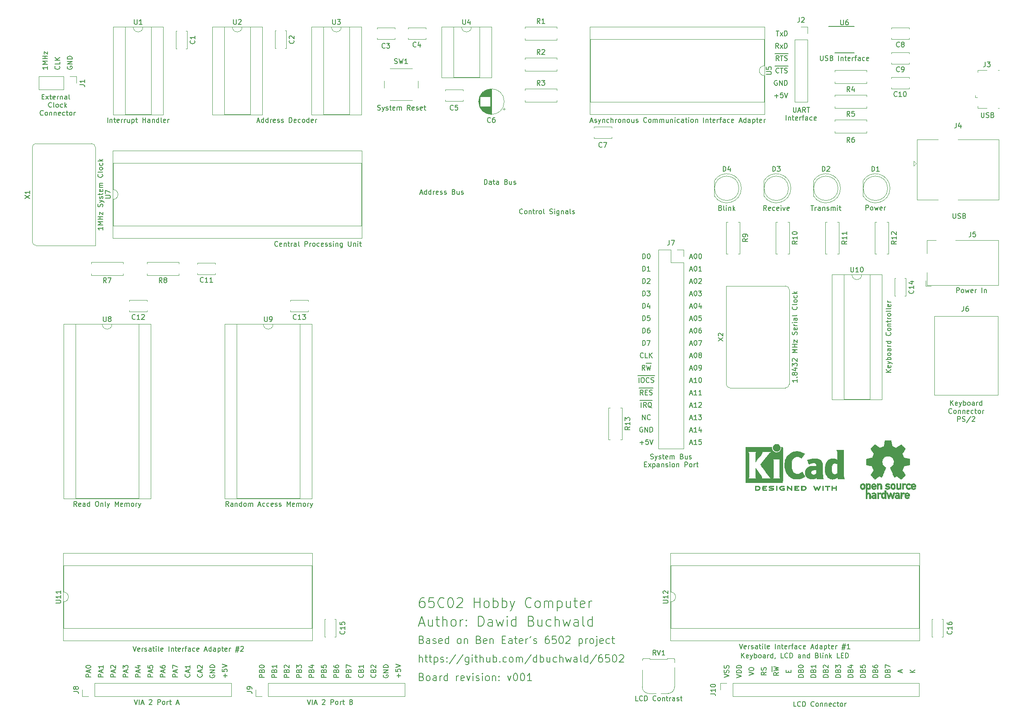
<source format=gto>
G04 #@! TF.GenerationSoftware,KiCad,Pcbnew,(5.1.5-0-10_14)*
G04 #@! TF.CreationDate,2020-02-17T19:34:34+01:00*
G04 #@! TF.ProjectId,65C02_Computer,36354330-325f-4436-9f6d-70757465722e,rev?*
G04 #@! TF.SameCoordinates,Original*
G04 #@! TF.FileFunction,Legend,Top*
G04 #@! TF.FilePolarity,Positive*
%FSLAX46Y46*%
G04 Gerber Fmt 4.6, Leading zero omitted, Abs format (unit mm)*
G04 Created by KiCad (PCBNEW (5.1.5-0-10_14)) date 2020-02-17 19:34:34*
%MOMM*%
%LPD*%
G04 APERTURE LIST*
%ADD10C,0.150000*%
%ADD11C,0.200000*%
%ADD12C,0.120000*%
%ADD13C,0.010000*%
G04 APERTURE END LIST*
D10*
X149479523Y-115149761D02*
X149622380Y-115197380D01*
X149860476Y-115197380D01*
X149955714Y-115149761D01*
X150003333Y-115102142D01*
X150050952Y-115006904D01*
X150050952Y-114911666D01*
X150003333Y-114816428D01*
X149955714Y-114768809D01*
X149860476Y-114721190D01*
X149670000Y-114673571D01*
X149574761Y-114625952D01*
X149527142Y-114578333D01*
X149479523Y-114483095D01*
X149479523Y-114387857D01*
X149527142Y-114292619D01*
X149574761Y-114245000D01*
X149670000Y-114197380D01*
X149908095Y-114197380D01*
X150050952Y-114245000D01*
X150384285Y-114530714D02*
X150622380Y-115197380D01*
X150860476Y-114530714D02*
X150622380Y-115197380D01*
X150527142Y-115435476D01*
X150479523Y-115483095D01*
X150384285Y-115530714D01*
X151193809Y-115149761D02*
X151289047Y-115197380D01*
X151479523Y-115197380D01*
X151574761Y-115149761D01*
X151622380Y-115054523D01*
X151622380Y-115006904D01*
X151574761Y-114911666D01*
X151479523Y-114864047D01*
X151336666Y-114864047D01*
X151241428Y-114816428D01*
X151193809Y-114721190D01*
X151193809Y-114673571D01*
X151241428Y-114578333D01*
X151336666Y-114530714D01*
X151479523Y-114530714D01*
X151574761Y-114578333D01*
X151908095Y-114530714D02*
X152289047Y-114530714D01*
X152050952Y-114197380D02*
X152050952Y-115054523D01*
X152098571Y-115149761D01*
X152193809Y-115197380D01*
X152289047Y-115197380D01*
X153003333Y-115149761D02*
X152908095Y-115197380D01*
X152717619Y-115197380D01*
X152622380Y-115149761D01*
X152574761Y-115054523D01*
X152574761Y-114673571D01*
X152622380Y-114578333D01*
X152717619Y-114530714D01*
X152908095Y-114530714D01*
X153003333Y-114578333D01*
X153050952Y-114673571D01*
X153050952Y-114768809D01*
X152574761Y-114864047D01*
X153479523Y-115197380D02*
X153479523Y-114530714D01*
X153479523Y-114625952D02*
X153527142Y-114578333D01*
X153622380Y-114530714D01*
X153765238Y-114530714D01*
X153860476Y-114578333D01*
X153908095Y-114673571D01*
X153908095Y-115197380D01*
X153908095Y-114673571D02*
X153955714Y-114578333D01*
X154050952Y-114530714D01*
X154193809Y-114530714D01*
X154289047Y-114578333D01*
X154336666Y-114673571D01*
X154336666Y-115197380D01*
X155908095Y-114673571D02*
X156050952Y-114721190D01*
X156098571Y-114768809D01*
X156146190Y-114864047D01*
X156146190Y-115006904D01*
X156098571Y-115102142D01*
X156050952Y-115149761D01*
X155955714Y-115197380D01*
X155574761Y-115197380D01*
X155574761Y-114197380D01*
X155908095Y-114197380D01*
X156003333Y-114245000D01*
X156050952Y-114292619D01*
X156098571Y-114387857D01*
X156098571Y-114483095D01*
X156050952Y-114578333D01*
X156003333Y-114625952D01*
X155908095Y-114673571D01*
X155574761Y-114673571D01*
X157003333Y-114530714D02*
X157003333Y-115197380D01*
X156574761Y-114530714D02*
X156574761Y-115054523D01*
X156622380Y-115149761D01*
X156717619Y-115197380D01*
X156860476Y-115197380D01*
X156955714Y-115149761D01*
X157003333Y-115102142D01*
X157431904Y-115149761D02*
X157527142Y-115197380D01*
X157717619Y-115197380D01*
X157812857Y-115149761D01*
X157860476Y-115054523D01*
X157860476Y-115006904D01*
X157812857Y-114911666D01*
X157717619Y-114864047D01*
X157574761Y-114864047D01*
X157479523Y-114816428D01*
X157431904Y-114721190D01*
X157431904Y-114673571D01*
X157479523Y-114578333D01*
X157574761Y-114530714D01*
X157717619Y-114530714D01*
X157812857Y-114578333D01*
X148217619Y-116323571D02*
X148550952Y-116323571D01*
X148693809Y-116847380D02*
X148217619Y-116847380D01*
X148217619Y-115847380D01*
X148693809Y-115847380D01*
X149027142Y-116847380D02*
X149550952Y-116180714D01*
X149027142Y-116180714D02*
X149550952Y-116847380D01*
X149931904Y-116180714D02*
X149931904Y-117180714D01*
X149931904Y-116228333D02*
X150027142Y-116180714D01*
X150217619Y-116180714D01*
X150312857Y-116228333D01*
X150360476Y-116275952D01*
X150408095Y-116371190D01*
X150408095Y-116656904D01*
X150360476Y-116752142D01*
X150312857Y-116799761D01*
X150217619Y-116847380D01*
X150027142Y-116847380D01*
X149931904Y-116799761D01*
X151265238Y-116847380D02*
X151265238Y-116323571D01*
X151217619Y-116228333D01*
X151122380Y-116180714D01*
X150931904Y-116180714D01*
X150836666Y-116228333D01*
X151265238Y-116799761D02*
X151170000Y-116847380D01*
X150931904Y-116847380D01*
X150836666Y-116799761D01*
X150789047Y-116704523D01*
X150789047Y-116609285D01*
X150836666Y-116514047D01*
X150931904Y-116466428D01*
X151170000Y-116466428D01*
X151265238Y-116418809D01*
X151741428Y-116180714D02*
X151741428Y-116847380D01*
X151741428Y-116275952D02*
X151789047Y-116228333D01*
X151884285Y-116180714D01*
X152027142Y-116180714D01*
X152122380Y-116228333D01*
X152170000Y-116323571D01*
X152170000Y-116847380D01*
X152598571Y-116799761D02*
X152693809Y-116847380D01*
X152884285Y-116847380D01*
X152979523Y-116799761D01*
X153027142Y-116704523D01*
X153027142Y-116656904D01*
X152979523Y-116561666D01*
X152884285Y-116514047D01*
X152741428Y-116514047D01*
X152646190Y-116466428D01*
X152598571Y-116371190D01*
X152598571Y-116323571D01*
X152646190Y-116228333D01*
X152741428Y-116180714D01*
X152884285Y-116180714D01*
X152979523Y-116228333D01*
X153455714Y-116847380D02*
X153455714Y-116180714D01*
X153455714Y-115847380D02*
X153408095Y-115895000D01*
X153455714Y-115942619D01*
X153503333Y-115895000D01*
X153455714Y-115847380D01*
X153455714Y-115942619D01*
X154074761Y-116847380D02*
X153979523Y-116799761D01*
X153931904Y-116752142D01*
X153884285Y-116656904D01*
X153884285Y-116371190D01*
X153931904Y-116275952D01*
X153979523Y-116228333D01*
X154074761Y-116180714D01*
X154217619Y-116180714D01*
X154312857Y-116228333D01*
X154360476Y-116275952D01*
X154408095Y-116371190D01*
X154408095Y-116656904D01*
X154360476Y-116752142D01*
X154312857Y-116799761D01*
X154217619Y-116847380D01*
X154074761Y-116847380D01*
X154836666Y-116180714D02*
X154836666Y-116847380D01*
X154836666Y-116275952D02*
X154884285Y-116228333D01*
X154979523Y-116180714D01*
X155122380Y-116180714D01*
X155217619Y-116228333D01*
X155265238Y-116323571D01*
X155265238Y-116847380D01*
X156503333Y-116847380D02*
X156503333Y-115847380D01*
X156884285Y-115847380D01*
X156979523Y-115895000D01*
X157027142Y-115942619D01*
X157074761Y-116037857D01*
X157074761Y-116180714D01*
X157027142Y-116275952D01*
X156979523Y-116323571D01*
X156884285Y-116371190D01*
X156503333Y-116371190D01*
X157646190Y-116847380D02*
X157550952Y-116799761D01*
X157503333Y-116752142D01*
X157455714Y-116656904D01*
X157455714Y-116371190D01*
X157503333Y-116275952D01*
X157550952Y-116228333D01*
X157646190Y-116180714D01*
X157789047Y-116180714D01*
X157884285Y-116228333D01*
X157931904Y-116275952D01*
X157979523Y-116371190D01*
X157979523Y-116656904D01*
X157931904Y-116752142D01*
X157884285Y-116799761D01*
X157789047Y-116847380D01*
X157646190Y-116847380D01*
X158408095Y-116847380D02*
X158408095Y-116180714D01*
X158408095Y-116371190D02*
X158455714Y-116275952D01*
X158503333Y-116228333D01*
X158598571Y-116180714D01*
X158693809Y-116180714D01*
X158884285Y-116180714D02*
X159265238Y-116180714D01*
X159027142Y-115847380D02*
X159027142Y-116704523D01*
X159074761Y-116799761D01*
X159170000Y-116847380D01*
X159265238Y-116847380D01*
X168141428Y-156027380D02*
X168141428Y-155027380D01*
X168712857Y-156027380D02*
X168284285Y-155455952D01*
X168712857Y-155027380D02*
X168141428Y-155598809D01*
X169522380Y-155979761D02*
X169427142Y-156027380D01*
X169236666Y-156027380D01*
X169141428Y-155979761D01*
X169093809Y-155884523D01*
X169093809Y-155503571D01*
X169141428Y-155408333D01*
X169236666Y-155360714D01*
X169427142Y-155360714D01*
X169522380Y-155408333D01*
X169570000Y-155503571D01*
X169570000Y-155598809D01*
X169093809Y-155694047D01*
X169903333Y-155360714D02*
X170141428Y-156027380D01*
X170379523Y-155360714D02*
X170141428Y-156027380D01*
X170046190Y-156265476D01*
X169998571Y-156313095D01*
X169903333Y-156360714D01*
X170760476Y-156027380D02*
X170760476Y-155027380D01*
X170760476Y-155408333D02*
X170855714Y-155360714D01*
X171046190Y-155360714D01*
X171141428Y-155408333D01*
X171189047Y-155455952D01*
X171236666Y-155551190D01*
X171236666Y-155836904D01*
X171189047Y-155932142D01*
X171141428Y-155979761D01*
X171046190Y-156027380D01*
X170855714Y-156027380D01*
X170760476Y-155979761D01*
X171808095Y-156027380D02*
X171712857Y-155979761D01*
X171665238Y-155932142D01*
X171617619Y-155836904D01*
X171617619Y-155551190D01*
X171665238Y-155455952D01*
X171712857Y-155408333D01*
X171808095Y-155360714D01*
X171950952Y-155360714D01*
X172046190Y-155408333D01*
X172093809Y-155455952D01*
X172141428Y-155551190D01*
X172141428Y-155836904D01*
X172093809Y-155932142D01*
X172046190Y-155979761D01*
X171950952Y-156027380D01*
X171808095Y-156027380D01*
X172998571Y-156027380D02*
X172998571Y-155503571D01*
X172950952Y-155408333D01*
X172855714Y-155360714D01*
X172665238Y-155360714D01*
X172570000Y-155408333D01*
X172998571Y-155979761D02*
X172903333Y-156027380D01*
X172665238Y-156027380D01*
X172570000Y-155979761D01*
X172522380Y-155884523D01*
X172522380Y-155789285D01*
X172570000Y-155694047D01*
X172665238Y-155646428D01*
X172903333Y-155646428D01*
X172998571Y-155598809D01*
X173474761Y-156027380D02*
X173474761Y-155360714D01*
X173474761Y-155551190D02*
X173522380Y-155455952D01*
X173570000Y-155408333D01*
X173665238Y-155360714D01*
X173760476Y-155360714D01*
X174522380Y-156027380D02*
X174522380Y-155027380D01*
X174522380Y-155979761D02*
X174427142Y-156027380D01*
X174236666Y-156027380D01*
X174141428Y-155979761D01*
X174093809Y-155932142D01*
X174046190Y-155836904D01*
X174046190Y-155551190D01*
X174093809Y-155455952D01*
X174141428Y-155408333D01*
X174236666Y-155360714D01*
X174427142Y-155360714D01*
X174522380Y-155408333D01*
X175046190Y-155979761D02*
X175046190Y-156027380D01*
X174998571Y-156122619D01*
X174950952Y-156170238D01*
X176712857Y-156027380D02*
X176236666Y-156027380D01*
X176236666Y-155027380D01*
X177617619Y-155932142D02*
X177570000Y-155979761D01*
X177427142Y-156027380D01*
X177331904Y-156027380D01*
X177189047Y-155979761D01*
X177093809Y-155884523D01*
X177046190Y-155789285D01*
X176998571Y-155598809D01*
X176998571Y-155455952D01*
X177046190Y-155265476D01*
X177093809Y-155170238D01*
X177189047Y-155075000D01*
X177331904Y-155027380D01*
X177427142Y-155027380D01*
X177570000Y-155075000D01*
X177617619Y-155122619D01*
X178046190Y-156027380D02*
X178046190Y-155027380D01*
X178284285Y-155027380D01*
X178427142Y-155075000D01*
X178522380Y-155170238D01*
X178570000Y-155265476D01*
X178617619Y-155455952D01*
X178617619Y-155598809D01*
X178570000Y-155789285D01*
X178522380Y-155884523D01*
X178427142Y-155979761D01*
X178284285Y-156027380D01*
X178046190Y-156027380D01*
X180236666Y-156027380D02*
X180236666Y-155503571D01*
X180189047Y-155408333D01*
X180093809Y-155360714D01*
X179903333Y-155360714D01*
X179808095Y-155408333D01*
X180236666Y-155979761D02*
X180141428Y-156027380D01*
X179903333Y-156027380D01*
X179808095Y-155979761D01*
X179760476Y-155884523D01*
X179760476Y-155789285D01*
X179808095Y-155694047D01*
X179903333Y-155646428D01*
X180141428Y-155646428D01*
X180236666Y-155598809D01*
X180712857Y-155360714D02*
X180712857Y-156027380D01*
X180712857Y-155455952D02*
X180760476Y-155408333D01*
X180855714Y-155360714D01*
X180998571Y-155360714D01*
X181093809Y-155408333D01*
X181141428Y-155503571D01*
X181141428Y-156027380D01*
X182046190Y-156027380D02*
X182046190Y-155027380D01*
X182046190Y-155979761D02*
X181950952Y-156027380D01*
X181760476Y-156027380D01*
X181665238Y-155979761D01*
X181617619Y-155932142D01*
X181570000Y-155836904D01*
X181570000Y-155551190D01*
X181617619Y-155455952D01*
X181665238Y-155408333D01*
X181760476Y-155360714D01*
X181950952Y-155360714D01*
X182046190Y-155408333D01*
X183617619Y-155503571D02*
X183760476Y-155551190D01*
X183808095Y-155598809D01*
X183855714Y-155694047D01*
X183855714Y-155836904D01*
X183808095Y-155932142D01*
X183760476Y-155979761D01*
X183665238Y-156027380D01*
X183284285Y-156027380D01*
X183284285Y-155027380D01*
X183617619Y-155027380D01*
X183712857Y-155075000D01*
X183760476Y-155122619D01*
X183808095Y-155217857D01*
X183808095Y-155313095D01*
X183760476Y-155408333D01*
X183712857Y-155455952D01*
X183617619Y-155503571D01*
X183284285Y-155503571D01*
X184427142Y-156027380D02*
X184331904Y-155979761D01*
X184284285Y-155884523D01*
X184284285Y-155027380D01*
X184808095Y-156027380D02*
X184808095Y-155360714D01*
X184808095Y-155027380D02*
X184760476Y-155075000D01*
X184808095Y-155122619D01*
X184855714Y-155075000D01*
X184808095Y-155027380D01*
X184808095Y-155122619D01*
X185284285Y-155360714D02*
X185284285Y-156027380D01*
X185284285Y-155455952D02*
X185331904Y-155408333D01*
X185427142Y-155360714D01*
X185570000Y-155360714D01*
X185665238Y-155408333D01*
X185712857Y-155503571D01*
X185712857Y-156027380D01*
X186189047Y-156027380D02*
X186189047Y-155027380D01*
X186284285Y-155646428D02*
X186570000Y-156027380D01*
X186570000Y-155360714D02*
X186189047Y-155741666D01*
X188236666Y-156027380D02*
X187760476Y-156027380D01*
X187760476Y-155027380D01*
X188570000Y-155503571D02*
X188903333Y-155503571D01*
X189046190Y-156027380D02*
X188570000Y-156027380D01*
X188570000Y-155027380D01*
X189046190Y-155027380D01*
X189474761Y-156027380D02*
X189474761Y-155027380D01*
X189712857Y-155027380D01*
X189855714Y-155075000D01*
X189950952Y-155170238D01*
X189998571Y-155265476D01*
X190046190Y-155455952D01*
X190046190Y-155598809D01*
X189998571Y-155789285D01*
X189950952Y-155884523D01*
X189855714Y-155979761D01*
X189712857Y-156027380D01*
X189474761Y-156027380D01*
X211463095Y-64857380D02*
X211463095Y-65666904D01*
X211510714Y-65762142D01*
X211558333Y-65809761D01*
X211653571Y-65857380D01*
X211844047Y-65857380D01*
X211939285Y-65809761D01*
X211986904Y-65762142D01*
X212034523Y-65666904D01*
X212034523Y-64857380D01*
X212463095Y-65809761D02*
X212605952Y-65857380D01*
X212844047Y-65857380D01*
X212939285Y-65809761D01*
X212986904Y-65762142D01*
X213034523Y-65666904D01*
X213034523Y-65571666D01*
X212986904Y-65476428D01*
X212939285Y-65428809D01*
X212844047Y-65381190D01*
X212653571Y-65333571D01*
X212558333Y-65285952D01*
X212510714Y-65238333D01*
X212463095Y-65143095D01*
X212463095Y-65047857D01*
X212510714Y-64952619D01*
X212558333Y-64905000D01*
X212653571Y-64857380D01*
X212891666Y-64857380D01*
X213034523Y-64905000D01*
X213796428Y-65333571D02*
X213939285Y-65381190D01*
X213986904Y-65428809D01*
X214034523Y-65524047D01*
X214034523Y-65666904D01*
X213986904Y-65762142D01*
X213939285Y-65809761D01*
X213844047Y-65857380D01*
X213463095Y-65857380D01*
X213463095Y-64857380D01*
X213796428Y-64857380D01*
X213891666Y-64905000D01*
X213939285Y-64952619D01*
X213986904Y-65047857D01*
X213986904Y-65143095D01*
X213939285Y-65238333D01*
X213891666Y-65285952D01*
X213796428Y-65333571D01*
X213463095Y-65333571D01*
X212217380Y-81097380D02*
X212217380Y-80097380D01*
X212598333Y-80097380D01*
X212693571Y-80145000D01*
X212741190Y-80192619D01*
X212788809Y-80287857D01*
X212788809Y-80430714D01*
X212741190Y-80525952D01*
X212693571Y-80573571D01*
X212598333Y-80621190D01*
X212217380Y-80621190D01*
X213360238Y-81097380D02*
X213265000Y-81049761D01*
X213217380Y-81002142D01*
X213169761Y-80906904D01*
X213169761Y-80621190D01*
X213217380Y-80525952D01*
X213265000Y-80478333D01*
X213360238Y-80430714D01*
X213503095Y-80430714D01*
X213598333Y-80478333D01*
X213645952Y-80525952D01*
X213693571Y-80621190D01*
X213693571Y-80906904D01*
X213645952Y-81002142D01*
X213598333Y-81049761D01*
X213503095Y-81097380D01*
X213360238Y-81097380D01*
X214026904Y-80430714D02*
X214217380Y-81097380D01*
X214407857Y-80621190D01*
X214598333Y-81097380D01*
X214788809Y-80430714D01*
X215550714Y-81049761D02*
X215455476Y-81097380D01*
X215265000Y-81097380D01*
X215169761Y-81049761D01*
X215122142Y-80954523D01*
X215122142Y-80573571D01*
X215169761Y-80478333D01*
X215265000Y-80430714D01*
X215455476Y-80430714D01*
X215550714Y-80478333D01*
X215598333Y-80573571D01*
X215598333Y-80668809D01*
X215122142Y-80764047D01*
X216026904Y-81097380D02*
X216026904Y-80430714D01*
X216026904Y-80621190D02*
X216074523Y-80525952D01*
X216122142Y-80478333D01*
X216217380Y-80430714D01*
X216312619Y-80430714D01*
X217407857Y-81097380D02*
X217407857Y-80097380D01*
X217884047Y-80430714D02*
X217884047Y-81097380D01*
X217884047Y-80525952D02*
X217931666Y-80478333D01*
X218026904Y-80430714D01*
X218169761Y-80430714D01*
X218265000Y-80478333D01*
X218312619Y-80573571D01*
X218312619Y-81097380D01*
D11*
X103063333Y-143684761D02*
X102682380Y-143684761D01*
X102491904Y-143780000D01*
X102396666Y-143875238D01*
X102206190Y-144160952D01*
X102110952Y-144541904D01*
X102110952Y-145303809D01*
X102206190Y-145494285D01*
X102301428Y-145589523D01*
X102491904Y-145684761D01*
X102872857Y-145684761D01*
X103063333Y-145589523D01*
X103158571Y-145494285D01*
X103253809Y-145303809D01*
X103253809Y-144827619D01*
X103158571Y-144637142D01*
X103063333Y-144541904D01*
X102872857Y-144446666D01*
X102491904Y-144446666D01*
X102301428Y-144541904D01*
X102206190Y-144637142D01*
X102110952Y-144827619D01*
X105063333Y-143684761D02*
X104110952Y-143684761D01*
X104015714Y-144637142D01*
X104110952Y-144541904D01*
X104301428Y-144446666D01*
X104777619Y-144446666D01*
X104968095Y-144541904D01*
X105063333Y-144637142D01*
X105158571Y-144827619D01*
X105158571Y-145303809D01*
X105063333Y-145494285D01*
X104968095Y-145589523D01*
X104777619Y-145684761D01*
X104301428Y-145684761D01*
X104110952Y-145589523D01*
X104015714Y-145494285D01*
X107158571Y-145494285D02*
X107063333Y-145589523D01*
X106777619Y-145684761D01*
X106587142Y-145684761D01*
X106301428Y-145589523D01*
X106110952Y-145399047D01*
X106015714Y-145208571D01*
X105920476Y-144827619D01*
X105920476Y-144541904D01*
X106015714Y-144160952D01*
X106110952Y-143970476D01*
X106301428Y-143780000D01*
X106587142Y-143684761D01*
X106777619Y-143684761D01*
X107063333Y-143780000D01*
X107158571Y-143875238D01*
X108396666Y-143684761D02*
X108587142Y-143684761D01*
X108777619Y-143780000D01*
X108872857Y-143875238D01*
X108968095Y-144065714D01*
X109063333Y-144446666D01*
X109063333Y-144922857D01*
X108968095Y-145303809D01*
X108872857Y-145494285D01*
X108777619Y-145589523D01*
X108587142Y-145684761D01*
X108396666Y-145684761D01*
X108206190Y-145589523D01*
X108110952Y-145494285D01*
X108015714Y-145303809D01*
X107920476Y-144922857D01*
X107920476Y-144446666D01*
X108015714Y-144065714D01*
X108110952Y-143875238D01*
X108206190Y-143780000D01*
X108396666Y-143684761D01*
X109825238Y-143875238D02*
X109920476Y-143780000D01*
X110110952Y-143684761D01*
X110587142Y-143684761D01*
X110777619Y-143780000D01*
X110872857Y-143875238D01*
X110968095Y-144065714D01*
X110968095Y-144256190D01*
X110872857Y-144541904D01*
X109730000Y-145684761D01*
X110968095Y-145684761D01*
X113349047Y-145684761D02*
X113349047Y-143684761D01*
X113349047Y-144637142D02*
X114491904Y-144637142D01*
X114491904Y-145684761D02*
X114491904Y-143684761D01*
X115730000Y-145684761D02*
X115539523Y-145589523D01*
X115444285Y-145494285D01*
X115349047Y-145303809D01*
X115349047Y-144732380D01*
X115444285Y-144541904D01*
X115539523Y-144446666D01*
X115730000Y-144351428D01*
X116015714Y-144351428D01*
X116206190Y-144446666D01*
X116301428Y-144541904D01*
X116396666Y-144732380D01*
X116396666Y-145303809D01*
X116301428Y-145494285D01*
X116206190Y-145589523D01*
X116015714Y-145684761D01*
X115730000Y-145684761D01*
X117253809Y-145684761D02*
X117253809Y-143684761D01*
X117253809Y-144446666D02*
X117444285Y-144351428D01*
X117825238Y-144351428D01*
X118015714Y-144446666D01*
X118110952Y-144541904D01*
X118206190Y-144732380D01*
X118206190Y-145303809D01*
X118110952Y-145494285D01*
X118015714Y-145589523D01*
X117825238Y-145684761D01*
X117444285Y-145684761D01*
X117253809Y-145589523D01*
X119063333Y-145684761D02*
X119063333Y-143684761D01*
X119063333Y-144446666D02*
X119253809Y-144351428D01*
X119634761Y-144351428D01*
X119825238Y-144446666D01*
X119920476Y-144541904D01*
X120015714Y-144732380D01*
X120015714Y-145303809D01*
X119920476Y-145494285D01*
X119825238Y-145589523D01*
X119634761Y-145684761D01*
X119253809Y-145684761D01*
X119063333Y-145589523D01*
X120682380Y-144351428D02*
X121158571Y-145684761D01*
X121634761Y-144351428D02*
X121158571Y-145684761D01*
X120968095Y-146160952D01*
X120872857Y-146256190D01*
X120682380Y-146351428D01*
X125063333Y-145494285D02*
X124968095Y-145589523D01*
X124682380Y-145684761D01*
X124491904Y-145684761D01*
X124206190Y-145589523D01*
X124015714Y-145399047D01*
X123920476Y-145208571D01*
X123825238Y-144827619D01*
X123825238Y-144541904D01*
X123920476Y-144160952D01*
X124015714Y-143970476D01*
X124206190Y-143780000D01*
X124491904Y-143684761D01*
X124682380Y-143684761D01*
X124968095Y-143780000D01*
X125063333Y-143875238D01*
X126206190Y-145684761D02*
X126015714Y-145589523D01*
X125920476Y-145494285D01*
X125825238Y-145303809D01*
X125825238Y-144732380D01*
X125920476Y-144541904D01*
X126015714Y-144446666D01*
X126206190Y-144351428D01*
X126491904Y-144351428D01*
X126682380Y-144446666D01*
X126777619Y-144541904D01*
X126872857Y-144732380D01*
X126872857Y-145303809D01*
X126777619Y-145494285D01*
X126682380Y-145589523D01*
X126491904Y-145684761D01*
X126206190Y-145684761D01*
X127730000Y-145684761D02*
X127730000Y-144351428D01*
X127730000Y-144541904D02*
X127825238Y-144446666D01*
X128015714Y-144351428D01*
X128301428Y-144351428D01*
X128491904Y-144446666D01*
X128587142Y-144637142D01*
X128587142Y-145684761D01*
X128587142Y-144637142D02*
X128682380Y-144446666D01*
X128872857Y-144351428D01*
X129158571Y-144351428D01*
X129349047Y-144446666D01*
X129444285Y-144637142D01*
X129444285Y-145684761D01*
X130396666Y-144351428D02*
X130396666Y-146351428D01*
X130396666Y-144446666D02*
X130587142Y-144351428D01*
X130968095Y-144351428D01*
X131158571Y-144446666D01*
X131253809Y-144541904D01*
X131349047Y-144732380D01*
X131349047Y-145303809D01*
X131253809Y-145494285D01*
X131158571Y-145589523D01*
X130968095Y-145684761D01*
X130587142Y-145684761D01*
X130396666Y-145589523D01*
X133063333Y-144351428D02*
X133063333Y-145684761D01*
X132206190Y-144351428D02*
X132206190Y-145399047D01*
X132301428Y-145589523D01*
X132491904Y-145684761D01*
X132777619Y-145684761D01*
X132968095Y-145589523D01*
X133063333Y-145494285D01*
X133730000Y-144351428D02*
X134491904Y-144351428D01*
X134015714Y-143684761D02*
X134015714Y-145399047D01*
X134110952Y-145589523D01*
X134301428Y-145684761D01*
X134491904Y-145684761D01*
X135920476Y-145589523D02*
X135730000Y-145684761D01*
X135349047Y-145684761D01*
X135158571Y-145589523D01*
X135063333Y-145399047D01*
X135063333Y-144637142D01*
X135158571Y-144446666D01*
X135349047Y-144351428D01*
X135730000Y-144351428D01*
X135920476Y-144446666D01*
X136015714Y-144637142D01*
X136015714Y-144827619D01*
X135063333Y-145018095D01*
X136872857Y-145684761D02*
X136872857Y-144351428D01*
X136872857Y-144732380D02*
X136968095Y-144541904D01*
X137063333Y-144446666D01*
X137253809Y-144351428D01*
X137444285Y-144351428D01*
D10*
X178744761Y-43077380D02*
X178744761Y-43886904D01*
X178792380Y-43982142D01*
X178840000Y-44029761D01*
X178935238Y-44077380D01*
X179125714Y-44077380D01*
X179220952Y-44029761D01*
X179268571Y-43982142D01*
X179316190Y-43886904D01*
X179316190Y-43077380D01*
X179744761Y-43791666D02*
X180220952Y-43791666D01*
X179649523Y-44077380D02*
X179982857Y-43077380D01*
X180316190Y-44077380D01*
X181220952Y-44077380D02*
X180887619Y-43601190D01*
X180649523Y-44077380D02*
X180649523Y-43077380D01*
X181030476Y-43077380D01*
X181125714Y-43125000D01*
X181173333Y-43172619D01*
X181220952Y-43267857D01*
X181220952Y-43410714D01*
X181173333Y-43505952D01*
X181125714Y-43553571D01*
X181030476Y-43601190D01*
X180649523Y-43601190D01*
X181506666Y-43077380D02*
X182078095Y-43077380D01*
X181792380Y-44077380D02*
X181792380Y-43077380D01*
X177268571Y-45727380D02*
X177268571Y-44727380D01*
X177744761Y-45060714D02*
X177744761Y-45727380D01*
X177744761Y-45155952D02*
X177792380Y-45108333D01*
X177887619Y-45060714D01*
X178030476Y-45060714D01*
X178125714Y-45108333D01*
X178173333Y-45203571D01*
X178173333Y-45727380D01*
X178506666Y-45060714D02*
X178887619Y-45060714D01*
X178649523Y-44727380D02*
X178649523Y-45584523D01*
X178697142Y-45679761D01*
X178792380Y-45727380D01*
X178887619Y-45727380D01*
X179601904Y-45679761D02*
X179506666Y-45727380D01*
X179316190Y-45727380D01*
X179220952Y-45679761D01*
X179173333Y-45584523D01*
X179173333Y-45203571D01*
X179220952Y-45108333D01*
X179316190Y-45060714D01*
X179506666Y-45060714D01*
X179601904Y-45108333D01*
X179649523Y-45203571D01*
X179649523Y-45298809D01*
X179173333Y-45394047D01*
X180078095Y-45727380D02*
X180078095Y-45060714D01*
X180078095Y-45251190D02*
X180125714Y-45155952D01*
X180173333Y-45108333D01*
X180268571Y-45060714D01*
X180363809Y-45060714D01*
X180554285Y-45060714D02*
X180935238Y-45060714D01*
X180697142Y-45727380D02*
X180697142Y-44870238D01*
X180744761Y-44775000D01*
X180840000Y-44727380D01*
X180935238Y-44727380D01*
X181697142Y-45727380D02*
X181697142Y-45203571D01*
X181649523Y-45108333D01*
X181554285Y-45060714D01*
X181363809Y-45060714D01*
X181268571Y-45108333D01*
X181697142Y-45679761D02*
X181601904Y-45727380D01*
X181363809Y-45727380D01*
X181268571Y-45679761D01*
X181220952Y-45584523D01*
X181220952Y-45489285D01*
X181268571Y-45394047D01*
X181363809Y-45346428D01*
X181601904Y-45346428D01*
X181697142Y-45298809D01*
X182601904Y-45679761D02*
X182506666Y-45727380D01*
X182316190Y-45727380D01*
X182220952Y-45679761D01*
X182173333Y-45632142D01*
X182125714Y-45536904D01*
X182125714Y-45251190D01*
X182173333Y-45155952D01*
X182220952Y-45108333D01*
X182316190Y-45060714D01*
X182506666Y-45060714D01*
X182601904Y-45108333D01*
X183411428Y-45679761D02*
X183316190Y-45727380D01*
X183125714Y-45727380D01*
X183030476Y-45679761D01*
X182982857Y-45584523D01*
X182982857Y-45203571D01*
X183030476Y-45108333D01*
X183125714Y-45060714D01*
X183316190Y-45060714D01*
X183411428Y-45108333D01*
X183459047Y-45203571D01*
X183459047Y-45298809D01*
X182982857Y-45394047D01*
X174892976Y-40711428D02*
X175654880Y-40711428D01*
X175273928Y-41092380D02*
X175273928Y-40330476D01*
X176607261Y-40092380D02*
X176131071Y-40092380D01*
X176083452Y-40568571D01*
X176131071Y-40520952D01*
X176226309Y-40473333D01*
X176464404Y-40473333D01*
X176559642Y-40520952D01*
X176607261Y-40568571D01*
X176654880Y-40663809D01*
X176654880Y-40901904D01*
X176607261Y-40997142D01*
X176559642Y-41044761D01*
X176464404Y-41092380D01*
X176226309Y-41092380D01*
X176131071Y-41044761D01*
X176083452Y-40997142D01*
X176940595Y-40092380D02*
X177273928Y-41092380D01*
X177607261Y-40092380D01*
X175416785Y-37600000D02*
X175321547Y-37552380D01*
X175178690Y-37552380D01*
X175035833Y-37600000D01*
X174940595Y-37695238D01*
X174892976Y-37790476D01*
X174845357Y-37980952D01*
X174845357Y-38123809D01*
X174892976Y-38314285D01*
X174940595Y-38409523D01*
X175035833Y-38504761D01*
X175178690Y-38552380D01*
X175273928Y-38552380D01*
X175416785Y-38504761D01*
X175464404Y-38457142D01*
X175464404Y-38123809D01*
X175273928Y-38123809D01*
X175892976Y-38552380D02*
X175892976Y-37552380D01*
X176464404Y-38552380D01*
X176464404Y-37552380D01*
X176940595Y-38552380D02*
X176940595Y-37552380D01*
X177178690Y-37552380D01*
X177321547Y-37600000D01*
X177416785Y-37695238D01*
X177464404Y-37790476D01*
X177512023Y-37980952D01*
X177512023Y-38123809D01*
X177464404Y-38314285D01*
X177416785Y-38409523D01*
X177321547Y-38504761D01*
X177178690Y-38552380D01*
X176940595Y-38552380D01*
X174988214Y-34645000D02*
X175988214Y-34645000D01*
X175797738Y-35917142D02*
X175750119Y-35964761D01*
X175607261Y-36012380D01*
X175512023Y-36012380D01*
X175369166Y-35964761D01*
X175273928Y-35869523D01*
X175226309Y-35774285D01*
X175178690Y-35583809D01*
X175178690Y-35440952D01*
X175226309Y-35250476D01*
X175273928Y-35155238D01*
X175369166Y-35060000D01*
X175512023Y-35012380D01*
X175607261Y-35012380D01*
X175750119Y-35060000D01*
X175797738Y-35107619D01*
X175988214Y-34645000D02*
X176750119Y-34645000D01*
X176083452Y-35012380D02*
X176654880Y-35012380D01*
X176369166Y-36012380D02*
X176369166Y-35012380D01*
X176750119Y-34645000D02*
X177702500Y-34645000D01*
X176940595Y-35964761D02*
X177083452Y-36012380D01*
X177321547Y-36012380D01*
X177416785Y-35964761D01*
X177464404Y-35917142D01*
X177512023Y-35821904D01*
X177512023Y-35726666D01*
X177464404Y-35631428D01*
X177416785Y-35583809D01*
X177321547Y-35536190D01*
X177131071Y-35488571D01*
X177035833Y-35440952D01*
X176988214Y-35393333D01*
X176940595Y-35298095D01*
X176940595Y-35202857D01*
X176988214Y-35107619D01*
X177035833Y-35060000D01*
X177131071Y-35012380D01*
X177369166Y-35012380D01*
X177512023Y-35060000D01*
X174988214Y-32105000D02*
X175988214Y-32105000D01*
X175797738Y-33472380D02*
X175464404Y-32996190D01*
X175226309Y-33472380D02*
X175226309Y-32472380D01*
X175607261Y-32472380D01*
X175702500Y-32520000D01*
X175750119Y-32567619D01*
X175797738Y-32662857D01*
X175797738Y-32805714D01*
X175750119Y-32900952D01*
X175702500Y-32948571D01*
X175607261Y-32996190D01*
X175226309Y-32996190D01*
X175988214Y-32105000D02*
X176750119Y-32105000D01*
X176083452Y-32472380D02*
X176654880Y-32472380D01*
X176369166Y-33472380D02*
X176369166Y-32472380D01*
X176750119Y-32105000D02*
X177702500Y-32105000D01*
X176940595Y-33424761D02*
X177083452Y-33472380D01*
X177321547Y-33472380D01*
X177416785Y-33424761D01*
X177464404Y-33377142D01*
X177512023Y-33281904D01*
X177512023Y-33186666D01*
X177464404Y-33091428D01*
X177416785Y-33043809D01*
X177321547Y-32996190D01*
X177131071Y-32948571D01*
X177035833Y-32900952D01*
X176988214Y-32853333D01*
X176940595Y-32758095D01*
X176940595Y-32662857D01*
X176988214Y-32567619D01*
X177035833Y-32520000D01*
X177131071Y-32472380D01*
X177369166Y-32472380D01*
X177512023Y-32520000D01*
X175702500Y-30932380D02*
X175369166Y-30456190D01*
X175131071Y-30932380D02*
X175131071Y-29932380D01*
X175512023Y-29932380D01*
X175607261Y-29980000D01*
X175654880Y-30027619D01*
X175702500Y-30122857D01*
X175702500Y-30265714D01*
X175654880Y-30360952D01*
X175607261Y-30408571D01*
X175512023Y-30456190D01*
X175131071Y-30456190D01*
X176035833Y-30932380D02*
X176559642Y-30265714D01*
X176035833Y-30265714D02*
X176559642Y-30932380D01*
X176940595Y-30932380D02*
X176940595Y-29932380D01*
X177178690Y-29932380D01*
X177321547Y-29980000D01*
X177416785Y-30075238D01*
X177464404Y-30170476D01*
X177512023Y-30360952D01*
X177512023Y-30503809D01*
X177464404Y-30694285D01*
X177416785Y-30789523D01*
X177321547Y-30884761D01*
X177178690Y-30932380D01*
X176940595Y-30932380D01*
X175226309Y-27392380D02*
X175797738Y-27392380D01*
X175512023Y-28392380D02*
X175512023Y-27392380D01*
X176035833Y-28392380D02*
X176559642Y-27725714D01*
X176035833Y-27725714D02*
X176559642Y-28392380D01*
X176940595Y-28392380D02*
X176940595Y-27392380D01*
X177178690Y-27392380D01*
X177321547Y-27440000D01*
X177416785Y-27535238D01*
X177464404Y-27630476D01*
X177512023Y-27820952D01*
X177512023Y-27963809D01*
X177464404Y-28154285D01*
X177416785Y-28249523D01*
X177321547Y-28344761D01*
X177178690Y-28392380D01*
X176940595Y-28392380D01*
X29980000Y-34700595D02*
X29932380Y-34795833D01*
X29932380Y-34938690D01*
X29980000Y-35081547D01*
X30075238Y-35176785D01*
X30170476Y-35224404D01*
X30360952Y-35272023D01*
X30503809Y-35272023D01*
X30694285Y-35224404D01*
X30789523Y-35176785D01*
X30884761Y-35081547D01*
X30932380Y-34938690D01*
X30932380Y-34843452D01*
X30884761Y-34700595D01*
X30837142Y-34652976D01*
X30503809Y-34652976D01*
X30503809Y-34843452D01*
X30932380Y-34224404D02*
X29932380Y-34224404D01*
X30932380Y-33652976D01*
X29932380Y-33652976D01*
X30932380Y-33176785D02*
X29932380Y-33176785D01*
X29932380Y-32938690D01*
X29980000Y-32795833D01*
X30075238Y-32700595D01*
X30170476Y-32652976D01*
X30360952Y-32605357D01*
X30503809Y-32605357D01*
X30694285Y-32652976D01*
X30789523Y-32700595D01*
X30884761Y-32795833D01*
X30932380Y-32938690D01*
X30932380Y-33176785D01*
X25852380Y-34700595D02*
X25852380Y-35272023D01*
X25852380Y-34986309D02*
X24852380Y-34986309D01*
X24995238Y-35081547D01*
X25090476Y-35176785D01*
X25138095Y-35272023D01*
X25852380Y-34272023D02*
X24852380Y-34272023D01*
X25566666Y-33938690D01*
X24852380Y-33605357D01*
X25852380Y-33605357D01*
X25852380Y-33129166D02*
X24852380Y-33129166D01*
X25328571Y-33129166D02*
X25328571Y-32557738D01*
X25852380Y-32557738D02*
X24852380Y-32557738D01*
X25185714Y-32176785D02*
X25185714Y-31652976D01*
X25852380Y-32176785D01*
X25852380Y-31652976D01*
X79153333Y-164552380D02*
X79486666Y-165552380D01*
X79820000Y-164552380D01*
X80153333Y-165552380D02*
X80153333Y-164552380D01*
X80581904Y-165266666D02*
X81058095Y-165266666D01*
X80486666Y-165552380D02*
X80820000Y-164552380D01*
X81153333Y-165552380D01*
X82200952Y-164647619D02*
X82248571Y-164600000D01*
X82343809Y-164552380D01*
X82581904Y-164552380D01*
X82677142Y-164600000D01*
X82724761Y-164647619D01*
X82772380Y-164742857D01*
X82772380Y-164838095D01*
X82724761Y-164980952D01*
X82153333Y-165552380D01*
X82772380Y-165552380D01*
X83962857Y-165552380D02*
X83962857Y-164552380D01*
X84343809Y-164552380D01*
X84439047Y-164600000D01*
X84486666Y-164647619D01*
X84534285Y-164742857D01*
X84534285Y-164885714D01*
X84486666Y-164980952D01*
X84439047Y-165028571D01*
X84343809Y-165076190D01*
X83962857Y-165076190D01*
X85105714Y-165552380D02*
X85010476Y-165504761D01*
X84962857Y-165457142D01*
X84915238Y-165361904D01*
X84915238Y-165076190D01*
X84962857Y-164980952D01*
X85010476Y-164933333D01*
X85105714Y-164885714D01*
X85248571Y-164885714D01*
X85343809Y-164933333D01*
X85391428Y-164980952D01*
X85439047Y-165076190D01*
X85439047Y-165361904D01*
X85391428Y-165457142D01*
X85343809Y-165504761D01*
X85248571Y-165552380D01*
X85105714Y-165552380D01*
X85867619Y-165552380D02*
X85867619Y-164885714D01*
X85867619Y-165076190D02*
X85915238Y-164980952D01*
X85962857Y-164933333D01*
X86058095Y-164885714D01*
X86153333Y-164885714D01*
X86343809Y-164885714D02*
X86724761Y-164885714D01*
X86486666Y-164552380D02*
X86486666Y-165409523D01*
X86534285Y-165504761D01*
X86629523Y-165552380D01*
X86724761Y-165552380D01*
X88153333Y-165028571D02*
X88296190Y-165076190D01*
X88343809Y-165123809D01*
X88391428Y-165219047D01*
X88391428Y-165361904D01*
X88343809Y-165457142D01*
X88296190Y-165504761D01*
X88200952Y-165552380D01*
X87820000Y-165552380D01*
X87820000Y-164552380D01*
X88153333Y-164552380D01*
X88248571Y-164600000D01*
X88296190Y-164647619D01*
X88343809Y-164742857D01*
X88343809Y-164838095D01*
X88296190Y-164933333D01*
X88248571Y-164980952D01*
X88153333Y-165028571D01*
X87820000Y-165028571D01*
X43664761Y-164552380D02*
X43998095Y-165552380D01*
X44331428Y-164552380D01*
X44664761Y-165552380D02*
X44664761Y-164552380D01*
X45093333Y-165266666D02*
X45569523Y-165266666D01*
X44998095Y-165552380D02*
X45331428Y-164552380D01*
X45664761Y-165552380D01*
X46712380Y-164647619D02*
X46760000Y-164600000D01*
X46855238Y-164552380D01*
X47093333Y-164552380D01*
X47188571Y-164600000D01*
X47236190Y-164647619D01*
X47283809Y-164742857D01*
X47283809Y-164838095D01*
X47236190Y-164980952D01*
X46664761Y-165552380D01*
X47283809Y-165552380D01*
X48474285Y-165552380D02*
X48474285Y-164552380D01*
X48855238Y-164552380D01*
X48950476Y-164600000D01*
X48998095Y-164647619D01*
X49045714Y-164742857D01*
X49045714Y-164885714D01*
X48998095Y-164980952D01*
X48950476Y-165028571D01*
X48855238Y-165076190D01*
X48474285Y-165076190D01*
X49617142Y-165552380D02*
X49521904Y-165504761D01*
X49474285Y-165457142D01*
X49426666Y-165361904D01*
X49426666Y-165076190D01*
X49474285Y-164980952D01*
X49521904Y-164933333D01*
X49617142Y-164885714D01*
X49760000Y-164885714D01*
X49855238Y-164933333D01*
X49902857Y-164980952D01*
X49950476Y-165076190D01*
X49950476Y-165361904D01*
X49902857Y-165457142D01*
X49855238Y-165504761D01*
X49760000Y-165552380D01*
X49617142Y-165552380D01*
X50379047Y-165552380D02*
X50379047Y-164885714D01*
X50379047Y-165076190D02*
X50426666Y-164980952D01*
X50474285Y-164933333D01*
X50569523Y-164885714D01*
X50664761Y-164885714D01*
X50855238Y-164885714D02*
X51236190Y-164885714D01*
X50998095Y-164552380D02*
X50998095Y-165409523D01*
X51045714Y-165504761D01*
X51140952Y-165552380D01*
X51236190Y-165552380D01*
X52283809Y-165266666D02*
X52760000Y-165266666D01*
X52188571Y-165552380D02*
X52521904Y-164552380D01*
X52855238Y-165552380D01*
D11*
X102587142Y-159912857D02*
X102801428Y-159984285D01*
X102872857Y-160055714D01*
X102944285Y-160198571D01*
X102944285Y-160412857D01*
X102872857Y-160555714D01*
X102801428Y-160627142D01*
X102658571Y-160698571D01*
X102087142Y-160698571D01*
X102087142Y-159198571D01*
X102587142Y-159198571D01*
X102730000Y-159270000D01*
X102801428Y-159341428D01*
X102872857Y-159484285D01*
X102872857Y-159627142D01*
X102801428Y-159770000D01*
X102730000Y-159841428D01*
X102587142Y-159912857D01*
X102087142Y-159912857D01*
X103801428Y-160698571D02*
X103658571Y-160627142D01*
X103587142Y-160555714D01*
X103515714Y-160412857D01*
X103515714Y-159984285D01*
X103587142Y-159841428D01*
X103658571Y-159770000D01*
X103801428Y-159698571D01*
X104015714Y-159698571D01*
X104158571Y-159770000D01*
X104230000Y-159841428D01*
X104301428Y-159984285D01*
X104301428Y-160412857D01*
X104230000Y-160555714D01*
X104158571Y-160627142D01*
X104015714Y-160698571D01*
X103801428Y-160698571D01*
X105587142Y-160698571D02*
X105587142Y-159912857D01*
X105515714Y-159770000D01*
X105372857Y-159698571D01*
X105087142Y-159698571D01*
X104944285Y-159770000D01*
X105587142Y-160627142D02*
X105444285Y-160698571D01*
X105087142Y-160698571D01*
X104944285Y-160627142D01*
X104872857Y-160484285D01*
X104872857Y-160341428D01*
X104944285Y-160198571D01*
X105087142Y-160127142D01*
X105444285Y-160127142D01*
X105587142Y-160055714D01*
X106301428Y-160698571D02*
X106301428Y-159698571D01*
X106301428Y-159984285D02*
X106372857Y-159841428D01*
X106444285Y-159770000D01*
X106587142Y-159698571D01*
X106730000Y-159698571D01*
X107872857Y-160698571D02*
X107872857Y-159198571D01*
X107872857Y-160627142D02*
X107730000Y-160698571D01*
X107444285Y-160698571D01*
X107301428Y-160627142D01*
X107230000Y-160555714D01*
X107158571Y-160412857D01*
X107158571Y-159984285D01*
X107230000Y-159841428D01*
X107301428Y-159770000D01*
X107444285Y-159698571D01*
X107730000Y-159698571D01*
X107872857Y-159770000D01*
X109730000Y-160698571D02*
X109730000Y-159698571D01*
X109730000Y-159984285D02*
X109801428Y-159841428D01*
X109872857Y-159770000D01*
X110015714Y-159698571D01*
X110158571Y-159698571D01*
X111230000Y-160627142D02*
X111087142Y-160698571D01*
X110801428Y-160698571D01*
X110658571Y-160627142D01*
X110587142Y-160484285D01*
X110587142Y-159912857D01*
X110658571Y-159770000D01*
X110801428Y-159698571D01*
X111087142Y-159698571D01*
X111230000Y-159770000D01*
X111301428Y-159912857D01*
X111301428Y-160055714D01*
X110587142Y-160198571D01*
X111801428Y-159698571D02*
X112158571Y-160698571D01*
X112515714Y-159698571D01*
X113087142Y-160698571D02*
X113087142Y-159698571D01*
X113087142Y-159198571D02*
X113015714Y-159270000D01*
X113087142Y-159341428D01*
X113158571Y-159270000D01*
X113087142Y-159198571D01*
X113087142Y-159341428D01*
X113730000Y-160627142D02*
X113872857Y-160698571D01*
X114158571Y-160698571D01*
X114301428Y-160627142D01*
X114372857Y-160484285D01*
X114372857Y-160412857D01*
X114301428Y-160270000D01*
X114158571Y-160198571D01*
X113944285Y-160198571D01*
X113801428Y-160127142D01*
X113730000Y-159984285D01*
X113730000Y-159912857D01*
X113801428Y-159770000D01*
X113944285Y-159698571D01*
X114158571Y-159698571D01*
X114301428Y-159770000D01*
X115015714Y-160698571D02*
X115015714Y-159698571D01*
X115015714Y-159198571D02*
X114944285Y-159270000D01*
X115015714Y-159341428D01*
X115087142Y-159270000D01*
X115015714Y-159198571D01*
X115015714Y-159341428D01*
X115944285Y-160698571D02*
X115801428Y-160627142D01*
X115730000Y-160555714D01*
X115658571Y-160412857D01*
X115658571Y-159984285D01*
X115730000Y-159841428D01*
X115801428Y-159770000D01*
X115944285Y-159698571D01*
X116158571Y-159698571D01*
X116301428Y-159770000D01*
X116372857Y-159841428D01*
X116444285Y-159984285D01*
X116444285Y-160412857D01*
X116372857Y-160555714D01*
X116301428Y-160627142D01*
X116158571Y-160698571D01*
X115944285Y-160698571D01*
X117087142Y-159698571D02*
X117087142Y-160698571D01*
X117087142Y-159841428D02*
X117158571Y-159770000D01*
X117301428Y-159698571D01*
X117515714Y-159698571D01*
X117658571Y-159770000D01*
X117730000Y-159912857D01*
X117730000Y-160698571D01*
X118444285Y-160555714D02*
X118515714Y-160627142D01*
X118444285Y-160698571D01*
X118372857Y-160627142D01*
X118444285Y-160555714D01*
X118444285Y-160698571D01*
X118444285Y-159770000D02*
X118515714Y-159841428D01*
X118444285Y-159912857D01*
X118372857Y-159841428D01*
X118444285Y-159770000D01*
X118444285Y-159912857D01*
X120158571Y-159698571D02*
X120515714Y-160698571D01*
X120872857Y-159698571D01*
X121730000Y-159198571D02*
X121872857Y-159198571D01*
X122015714Y-159270000D01*
X122087142Y-159341428D01*
X122158571Y-159484285D01*
X122230000Y-159770000D01*
X122230000Y-160127142D01*
X122158571Y-160412857D01*
X122087142Y-160555714D01*
X122015714Y-160627142D01*
X121872857Y-160698571D01*
X121730000Y-160698571D01*
X121587142Y-160627142D01*
X121515714Y-160555714D01*
X121444285Y-160412857D01*
X121372857Y-160127142D01*
X121372857Y-159770000D01*
X121444285Y-159484285D01*
X121515714Y-159341428D01*
X121587142Y-159270000D01*
X121730000Y-159198571D01*
X123158571Y-159198571D02*
X123301428Y-159198571D01*
X123444285Y-159270000D01*
X123515714Y-159341428D01*
X123587142Y-159484285D01*
X123658571Y-159770000D01*
X123658571Y-160127142D01*
X123587142Y-160412857D01*
X123515714Y-160555714D01*
X123444285Y-160627142D01*
X123301428Y-160698571D01*
X123158571Y-160698571D01*
X123015714Y-160627142D01*
X122944285Y-160555714D01*
X122872857Y-160412857D01*
X122801428Y-160127142D01*
X122801428Y-159770000D01*
X122872857Y-159484285D01*
X122944285Y-159341428D01*
X123015714Y-159270000D01*
X123158571Y-159198571D01*
X125087142Y-160698571D02*
X124230000Y-160698571D01*
X124658571Y-160698571D02*
X124658571Y-159198571D01*
X124515714Y-159412857D01*
X124372857Y-159555714D01*
X124230000Y-159627142D01*
X102087142Y-156888571D02*
X102087142Y-155388571D01*
X102730000Y-156888571D02*
X102730000Y-156102857D01*
X102658571Y-155960000D01*
X102515714Y-155888571D01*
X102301428Y-155888571D01*
X102158571Y-155960000D01*
X102087142Y-156031428D01*
X103230000Y-155888571D02*
X103801428Y-155888571D01*
X103444285Y-155388571D02*
X103444285Y-156674285D01*
X103515714Y-156817142D01*
X103658571Y-156888571D01*
X103801428Y-156888571D01*
X104087142Y-155888571D02*
X104658571Y-155888571D01*
X104301428Y-155388571D02*
X104301428Y-156674285D01*
X104372857Y-156817142D01*
X104515714Y-156888571D01*
X104658571Y-156888571D01*
X105158571Y-155888571D02*
X105158571Y-157388571D01*
X105158571Y-155960000D02*
X105301428Y-155888571D01*
X105587142Y-155888571D01*
X105730000Y-155960000D01*
X105801428Y-156031428D01*
X105872857Y-156174285D01*
X105872857Y-156602857D01*
X105801428Y-156745714D01*
X105730000Y-156817142D01*
X105587142Y-156888571D01*
X105301428Y-156888571D01*
X105158571Y-156817142D01*
X106444285Y-156817142D02*
X106587142Y-156888571D01*
X106872857Y-156888571D01*
X107015714Y-156817142D01*
X107087142Y-156674285D01*
X107087142Y-156602857D01*
X107015714Y-156460000D01*
X106872857Y-156388571D01*
X106658571Y-156388571D01*
X106515714Y-156317142D01*
X106444285Y-156174285D01*
X106444285Y-156102857D01*
X106515714Y-155960000D01*
X106658571Y-155888571D01*
X106872857Y-155888571D01*
X107015714Y-155960000D01*
X107730000Y-156745714D02*
X107801428Y-156817142D01*
X107730000Y-156888571D01*
X107658571Y-156817142D01*
X107730000Y-156745714D01*
X107730000Y-156888571D01*
X107730000Y-155960000D02*
X107801428Y-156031428D01*
X107730000Y-156102857D01*
X107658571Y-156031428D01*
X107730000Y-155960000D01*
X107730000Y-156102857D01*
X109515714Y-155317142D02*
X108230000Y-157245714D01*
X111087142Y-155317142D02*
X109801428Y-157245714D01*
X112230000Y-155888571D02*
X112230000Y-157102857D01*
X112158571Y-157245714D01*
X112087142Y-157317142D01*
X111944285Y-157388571D01*
X111730000Y-157388571D01*
X111587142Y-157317142D01*
X112230000Y-156817142D02*
X112087142Y-156888571D01*
X111801428Y-156888571D01*
X111658571Y-156817142D01*
X111587142Y-156745714D01*
X111515714Y-156602857D01*
X111515714Y-156174285D01*
X111587142Y-156031428D01*
X111658571Y-155960000D01*
X111801428Y-155888571D01*
X112087142Y-155888571D01*
X112230000Y-155960000D01*
X112944285Y-156888571D02*
X112944285Y-155888571D01*
X112944285Y-155388571D02*
X112872857Y-155460000D01*
X112944285Y-155531428D01*
X113015714Y-155460000D01*
X112944285Y-155388571D01*
X112944285Y-155531428D01*
X113444285Y-155888571D02*
X114015714Y-155888571D01*
X113658571Y-155388571D02*
X113658571Y-156674285D01*
X113730000Y-156817142D01*
X113872857Y-156888571D01*
X114015714Y-156888571D01*
X114515714Y-156888571D02*
X114515714Y-155388571D01*
X115158571Y-156888571D02*
X115158571Y-156102857D01*
X115087142Y-155960000D01*
X114944285Y-155888571D01*
X114730000Y-155888571D01*
X114587142Y-155960000D01*
X114515714Y-156031428D01*
X116515714Y-155888571D02*
X116515714Y-156888571D01*
X115872857Y-155888571D02*
X115872857Y-156674285D01*
X115944285Y-156817142D01*
X116087142Y-156888571D01*
X116301428Y-156888571D01*
X116444285Y-156817142D01*
X116515714Y-156745714D01*
X117230000Y-156888571D02*
X117230000Y-155388571D01*
X117230000Y-155960000D02*
X117372857Y-155888571D01*
X117658571Y-155888571D01*
X117801428Y-155960000D01*
X117872857Y-156031428D01*
X117944285Y-156174285D01*
X117944285Y-156602857D01*
X117872857Y-156745714D01*
X117801428Y-156817142D01*
X117658571Y-156888571D01*
X117372857Y-156888571D01*
X117230000Y-156817142D01*
X118587142Y-156745714D02*
X118658571Y-156817142D01*
X118587142Y-156888571D01*
X118515714Y-156817142D01*
X118587142Y-156745714D01*
X118587142Y-156888571D01*
X119944285Y-156817142D02*
X119801428Y-156888571D01*
X119515714Y-156888571D01*
X119372857Y-156817142D01*
X119301428Y-156745714D01*
X119230000Y-156602857D01*
X119230000Y-156174285D01*
X119301428Y-156031428D01*
X119372857Y-155960000D01*
X119515714Y-155888571D01*
X119801428Y-155888571D01*
X119944285Y-155960000D01*
X120801428Y-156888571D02*
X120658571Y-156817142D01*
X120587142Y-156745714D01*
X120515714Y-156602857D01*
X120515714Y-156174285D01*
X120587142Y-156031428D01*
X120658571Y-155960000D01*
X120801428Y-155888571D01*
X121015714Y-155888571D01*
X121158571Y-155960000D01*
X121230000Y-156031428D01*
X121301428Y-156174285D01*
X121301428Y-156602857D01*
X121230000Y-156745714D01*
X121158571Y-156817142D01*
X121015714Y-156888571D01*
X120801428Y-156888571D01*
X121944285Y-156888571D02*
X121944285Y-155888571D01*
X121944285Y-156031428D02*
X122015714Y-155960000D01*
X122158571Y-155888571D01*
X122372857Y-155888571D01*
X122515714Y-155960000D01*
X122587142Y-156102857D01*
X122587142Y-156888571D01*
X122587142Y-156102857D02*
X122658571Y-155960000D01*
X122801428Y-155888571D01*
X123015714Y-155888571D01*
X123158571Y-155960000D01*
X123230000Y-156102857D01*
X123230000Y-156888571D01*
X125015714Y-155317142D02*
X123730000Y-157245714D01*
X126158571Y-156888571D02*
X126158571Y-155388571D01*
X126158571Y-156817142D02*
X126015714Y-156888571D01*
X125730000Y-156888571D01*
X125587142Y-156817142D01*
X125515714Y-156745714D01*
X125444285Y-156602857D01*
X125444285Y-156174285D01*
X125515714Y-156031428D01*
X125587142Y-155960000D01*
X125730000Y-155888571D01*
X126015714Y-155888571D01*
X126158571Y-155960000D01*
X126872857Y-156888571D02*
X126872857Y-155388571D01*
X126872857Y-155960000D02*
X127015714Y-155888571D01*
X127301428Y-155888571D01*
X127444285Y-155960000D01*
X127515714Y-156031428D01*
X127587142Y-156174285D01*
X127587142Y-156602857D01*
X127515714Y-156745714D01*
X127444285Y-156817142D01*
X127301428Y-156888571D01*
X127015714Y-156888571D01*
X126872857Y-156817142D01*
X128872857Y-155888571D02*
X128872857Y-156888571D01*
X128230000Y-155888571D02*
X128230000Y-156674285D01*
X128301428Y-156817142D01*
X128444285Y-156888571D01*
X128658571Y-156888571D01*
X128801428Y-156817142D01*
X128872857Y-156745714D01*
X130230000Y-156817142D02*
X130087142Y-156888571D01*
X129801428Y-156888571D01*
X129658571Y-156817142D01*
X129587142Y-156745714D01*
X129515714Y-156602857D01*
X129515714Y-156174285D01*
X129587142Y-156031428D01*
X129658571Y-155960000D01*
X129801428Y-155888571D01*
X130087142Y-155888571D01*
X130230000Y-155960000D01*
X130872857Y-156888571D02*
X130872857Y-155388571D01*
X131515714Y-156888571D02*
X131515714Y-156102857D01*
X131444285Y-155960000D01*
X131301428Y-155888571D01*
X131087142Y-155888571D01*
X130944285Y-155960000D01*
X130872857Y-156031428D01*
X132087142Y-155888571D02*
X132372857Y-156888571D01*
X132658571Y-156174285D01*
X132944285Y-156888571D01*
X133230000Y-155888571D01*
X134444285Y-156888571D02*
X134444285Y-156102857D01*
X134372857Y-155960000D01*
X134230000Y-155888571D01*
X133944285Y-155888571D01*
X133801428Y-155960000D01*
X134444285Y-156817142D02*
X134301428Y-156888571D01*
X133944285Y-156888571D01*
X133801428Y-156817142D01*
X133730000Y-156674285D01*
X133730000Y-156531428D01*
X133801428Y-156388571D01*
X133944285Y-156317142D01*
X134301428Y-156317142D01*
X134444285Y-156245714D01*
X135372857Y-156888571D02*
X135230000Y-156817142D01*
X135158571Y-156674285D01*
X135158571Y-155388571D01*
X136587142Y-156888571D02*
X136587142Y-155388571D01*
X136587142Y-156817142D02*
X136444285Y-156888571D01*
X136158571Y-156888571D01*
X136015714Y-156817142D01*
X135944285Y-156745714D01*
X135872857Y-156602857D01*
X135872857Y-156174285D01*
X135944285Y-156031428D01*
X136015714Y-155960000D01*
X136158571Y-155888571D01*
X136444285Y-155888571D01*
X136587142Y-155960000D01*
X138372857Y-155317142D02*
X137087142Y-157245714D01*
X139515714Y-155388571D02*
X139230000Y-155388571D01*
X139087142Y-155460000D01*
X139015714Y-155531428D01*
X138872857Y-155745714D01*
X138801428Y-156031428D01*
X138801428Y-156602857D01*
X138872857Y-156745714D01*
X138944285Y-156817142D01*
X139087142Y-156888571D01*
X139372857Y-156888571D01*
X139515714Y-156817142D01*
X139587142Y-156745714D01*
X139658571Y-156602857D01*
X139658571Y-156245714D01*
X139587142Y-156102857D01*
X139515714Y-156031428D01*
X139372857Y-155960000D01*
X139087142Y-155960000D01*
X138944285Y-156031428D01*
X138872857Y-156102857D01*
X138801428Y-156245714D01*
X141015714Y-155388571D02*
X140301428Y-155388571D01*
X140230000Y-156102857D01*
X140301428Y-156031428D01*
X140444285Y-155960000D01*
X140801428Y-155960000D01*
X140944285Y-156031428D01*
X141015714Y-156102857D01*
X141087142Y-156245714D01*
X141087142Y-156602857D01*
X141015714Y-156745714D01*
X140944285Y-156817142D01*
X140801428Y-156888571D01*
X140444285Y-156888571D01*
X140301428Y-156817142D01*
X140230000Y-156745714D01*
X142015714Y-155388571D02*
X142158571Y-155388571D01*
X142301428Y-155460000D01*
X142372857Y-155531428D01*
X142444285Y-155674285D01*
X142515714Y-155960000D01*
X142515714Y-156317142D01*
X142444285Y-156602857D01*
X142372857Y-156745714D01*
X142301428Y-156817142D01*
X142158571Y-156888571D01*
X142015714Y-156888571D01*
X141872857Y-156817142D01*
X141801428Y-156745714D01*
X141730000Y-156602857D01*
X141658571Y-156317142D01*
X141658571Y-155960000D01*
X141730000Y-155674285D01*
X141801428Y-155531428D01*
X141872857Y-155460000D01*
X142015714Y-155388571D01*
X143087142Y-155531428D02*
X143158571Y-155460000D01*
X143301428Y-155388571D01*
X143658571Y-155388571D01*
X143801428Y-155460000D01*
X143872857Y-155531428D01*
X143944285Y-155674285D01*
X143944285Y-155817142D01*
X143872857Y-156031428D01*
X143015714Y-156888571D01*
X143944285Y-156888571D01*
X102587142Y-152292857D02*
X102801428Y-152364285D01*
X102872857Y-152435714D01*
X102944285Y-152578571D01*
X102944285Y-152792857D01*
X102872857Y-152935714D01*
X102801428Y-153007142D01*
X102658571Y-153078571D01*
X102087142Y-153078571D01*
X102087142Y-151578571D01*
X102587142Y-151578571D01*
X102730000Y-151650000D01*
X102801428Y-151721428D01*
X102872857Y-151864285D01*
X102872857Y-152007142D01*
X102801428Y-152150000D01*
X102730000Y-152221428D01*
X102587142Y-152292857D01*
X102087142Y-152292857D01*
X104230000Y-153078571D02*
X104230000Y-152292857D01*
X104158571Y-152150000D01*
X104015714Y-152078571D01*
X103730000Y-152078571D01*
X103587142Y-152150000D01*
X104230000Y-153007142D02*
X104087142Y-153078571D01*
X103730000Y-153078571D01*
X103587142Y-153007142D01*
X103515714Y-152864285D01*
X103515714Y-152721428D01*
X103587142Y-152578571D01*
X103730000Y-152507142D01*
X104087142Y-152507142D01*
X104230000Y-152435714D01*
X104872857Y-153007142D02*
X105015714Y-153078571D01*
X105301428Y-153078571D01*
X105444285Y-153007142D01*
X105515714Y-152864285D01*
X105515714Y-152792857D01*
X105444285Y-152650000D01*
X105301428Y-152578571D01*
X105087142Y-152578571D01*
X104944285Y-152507142D01*
X104872857Y-152364285D01*
X104872857Y-152292857D01*
X104944285Y-152150000D01*
X105087142Y-152078571D01*
X105301428Y-152078571D01*
X105444285Y-152150000D01*
X106730000Y-153007142D02*
X106587142Y-153078571D01*
X106301428Y-153078571D01*
X106158571Y-153007142D01*
X106087142Y-152864285D01*
X106087142Y-152292857D01*
X106158571Y-152150000D01*
X106301428Y-152078571D01*
X106587142Y-152078571D01*
X106730000Y-152150000D01*
X106801428Y-152292857D01*
X106801428Y-152435714D01*
X106087142Y-152578571D01*
X108087142Y-153078571D02*
X108087142Y-151578571D01*
X108087142Y-153007142D02*
X107944285Y-153078571D01*
X107658571Y-153078571D01*
X107515714Y-153007142D01*
X107444285Y-152935714D01*
X107372857Y-152792857D01*
X107372857Y-152364285D01*
X107444285Y-152221428D01*
X107515714Y-152150000D01*
X107658571Y-152078571D01*
X107944285Y-152078571D01*
X108087142Y-152150000D01*
X110158571Y-153078571D02*
X110015714Y-153007142D01*
X109944285Y-152935714D01*
X109872857Y-152792857D01*
X109872857Y-152364285D01*
X109944285Y-152221428D01*
X110015714Y-152150000D01*
X110158571Y-152078571D01*
X110372857Y-152078571D01*
X110515714Y-152150000D01*
X110587142Y-152221428D01*
X110658571Y-152364285D01*
X110658571Y-152792857D01*
X110587142Y-152935714D01*
X110515714Y-153007142D01*
X110372857Y-153078571D01*
X110158571Y-153078571D01*
X111301428Y-152078571D02*
X111301428Y-153078571D01*
X111301428Y-152221428D02*
X111372857Y-152150000D01*
X111515714Y-152078571D01*
X111730000Y-152078571D01*
X111872857Y-152150000D01*
X111944285Y-152292857D01*
X111944285Y-153078571D01*
X114301428Y-152292857D02*
X114515714Y-152364285D01*
X114587142Y-152435714D01*
X114658571Y-152578571D01*
X114658571Y-152792857D01*
X114587142Y-152935714D01*
X114515714Y-153007142D01*
X114372857Y-153078571D01*
X113801428Y-153078571D01*
X113801428Y-151578571D01*
X114301428Y-151578571D01*
X114444285Y-151650000D01*
X114515714Y-151721428D01*
X114587142Y-151864285D01*
X114587142Y-152007142D01*
X114515714Y-152150000D01*
X114444285Y-152221428D01*
X114301428Y-152292857D01*
X113801428Y-152292857D01*
X115872857Y-153007142D02*
X115730000Y-153078571D01*
X115444285Y-153078571D01*
X115301428Y-153007142D01*
X115230000Y-152864285D01*
X115230000Y-152292857D01*
X115301428Y-152150000D01*
X115444285Y-152078571D01*
X115730000Y-152078571D01*
X115872857Y-152150000D01*
X115944285Y-152292857D01*
X115944285Y-152435714D01*
X115230000Y-152578571D01*
X116587142Y-152078571D02*
X116587142Y-153078571D01*
X116587142Y-152221428D02*
X116658571Y-152150000D01*
X116801428Y-152078571D01*
X117015714Y-152078571D01*
X117158571Y-152150000D01*
X117230000Y-152292857D01*
X117230000Y-153078571D01*
X119087142Y-152292857D02*
X119587142Y-152292857D01*
X119801428Y-153078571D02*
X119087142Y-153078571D01*
X119087142Y-151578571D01*
X119801428Y-151578571D01*
X121087142Y-153078571D02*
X121087142Y-152292857D01*
X121015714Y-152150000D01*
X120872857Y-152078571D01*
X120587142Y-152078571D01*
X120444285Y-152150000D01*
X121087142Y-153007142D02*
X120944285Y-153078571D01*
X120587142Y-153078571D01*
X120444285Y-153007142D01*
X120372857Y-152864285D01*
X120372857Y-152721428D01*
X120444285Y-152578571D01*
X120587142Y-152507142D01*
X120944285Y-152507142D01*
X121087142Y-152435714D01*
X121587142Y-152078571D02*
X122158571Y-152078571D01*
X121801428Y-151578571D02*
X121801428Y-152864285D01*
X121872857Y-153007142D01*
X122015714Y-153078571D01*
X122158571Y-153078571D01*
X123230000Y-153007142D02*
X123087142Y-153078571D01*
X122801428Y-153078571D01*
X122658571Y-153007142D01*
X122587142Y-152864285D01*
X122587142Y-152292857D01*
X122658571Y-152150000D01*
X122801428Y-152078571D01*
X123087142Y-152078571D01*
X123230000Y-152150000D01*
X123301428Y-152292857D01*
X123301428Y-152435714D01*
X122587142Y-152578571D01*
X123944285Y-153078571D02*
X123944285Y-152078571D01*
X123944285Y-152364285D02*
X124015714Y-152221428D01*
X124087142Y-152150000D01*
X124230000Y-152078571D01*
X124372857Y-152078571D01*
X124944285Y-151578571D02*
X124944285Y-151650000D01*
X124872857Y-151792857D01*
X124801428Y-151864285D01*
X125515714Y-153007142D02*
X125658571Y-153078571D01*
X125944285Y-153078571D01*
X126087142Y-153007142D01*
X126158571Y-152864285D01*
X126158571Y-152792857D01*
X126087142Y-152650000D01*
X125944285Y-152578571D01*
X125730000Y-152578571D01*
X125587142Y-152507142D01*
X125515714Y-152364285D01*
X125515714Y-152292857D01*
X125587142Y-152150000D01*
X125730000Y-152078571D01*
X125944285Y-152078571D01*
X126087142Y-152150000D01*
X128587142Y-151578571D02*
X128301428Y-151578571D01*
X128158571Y-151650000D01*
X128087142Y-151721428D01*
X127944285Y-151935714D01*
X127872857Y-152221428D01*
X127872857Y-152792857D01*
X127944285Y-152935714D01*
X128015714Y-153007142D01*
X128158571Y-153078571D01*
X128444285Y-153078571D01*
X128587142Y-153007142D01*
X128658571Y-152935714D01*
X128730000Y-152792857D01*
X128730000Y-152435714D01*
X128658571Y-152292857D01*
X128587142Y-152221428D01*
X128444285Y-152150000D01*
X128158571Y-152150000D01*
X128015714Y-152221428D01*
X127944285Y-152292857D01*
X127872857Y-152435714D01*
X130087142Y-151578571D02*
X129372857Y-151578571D01*
X129301428Y-152292857D01*
X129372857Y-152221428D01*
X129515714Y-152150000D01*
X129872857Y-152150000D01*
X130015714Y-152221428D01*
X130087142Y-152292857D01*
X130158571Y-152435714D01*
X130158571Y-152792857D01*
X130087142Y-152935714D01*
X130015714Y-153007142D01*
X129872857Y-153078571D01*
X129515714Y-153078571D01*
X129372857Y-153007142D01*
X129301428Y-152935714D01*
X131087142Y-151578571D02*
X131230000Y-151578571D01*
X131372857Y-151650000D01*
X131444285Y-151721428D01*
X131515714Y-151864285D01*
X131587142Y-152150000D01*
X131587142Y-152507142D01*
X131515714Y-152792857D01*
X131444285Y-152935714D01*
X131372857Y-153007142D01*
X131230000Y-153078571D01*
X131087142Y-153078571D01*
X130944285Y-153007142D01*
X130872857Y-152935714D01*
X130801428Y-152792857D01*
X130730000Y-152507142D01*
X130730000Y-152150000D01*
X130801428Y-151864285D01*
X130872857Y-151721428D01*
X130944285Y-151650000D01*
X131087142Y-151578571D01*
X132158571Y-151721428D02*
X132230000Y-151650000D01*
X132372857Y-151578571D01*
X132730000Y-151578571D01*
X132872857Y-151650000D01*
X132944285Y-151721428D01*
X133015714Y-151864285D01*
X133015714Y-152007142D01*
X132944285Y-152221428D01*
X132087142Y-153078571D01*
X133015714Y-153078571D01*
X134801428Y-152078571D02*
X134801428Y-153578571D01*
X134801428Y-152150000D02*
X134944285Y-152078571D01*
X135230000Y-152078571D01*
X135372857Y-152150000D01*
X135444285Y-152221428D01*
X135515714Y-152364285D01*
X135515714Y-152792857D01*
X135444285Y-152935714D01*
X135372857Y-153007142D01*
X135230000Y-153078571D01*
X134944285Y-153078571D01*
X134801428Y-153007142D01*
X136158571Y-153078571D02*
X136158571Y-152078571D01*
X136158571Y-152364285D02*
X136230000Y-152221428D01*
X136301428Y-152150000D01*
X136444285Y-152078571D01*
X136587142Y-152078571D01*
X137301428Y-153078571D02*
X137158571Y-153007142D01*
X137087142Y-152935714D01*
X137015714Y-152792857D01*
X137015714Y-152364285D01*
X137087142Y-152221428D01*
X137158571Y-152150000D01*
X137301428Y-152078571D01*
X137515714Y-152078571D01*
X137658571Y-152150000D01*
X137730000Y-152221428D01*
X137801428Y-152364285D01*
X137801428Y-152792857D01*
X137730000Y-152935714D01*
X137658571Y-153007142D01*
X137515714Y-153078571D01*
X137301428Y-153078571D01*
X138444285Y-152078571D02*
X138444285Y-153364285D01*
X138372857Y-153507142D01*
X138230000Y-153578571D01*
X138158571Y-153578571D01*
X138444285Y-151578571D02*
X138372857Y-151650000D01*
X138444285Y-151721428D01*
X138515714Y-151650000D01*
X138444285Y-151578571D01*
X138444285Y-151721428D01*
X139730000Y-153007142D02*
X139587142Y-153078571D01*
X139301428Y-153078571D01*
X139158571Y-153007142D01*
X139087142Y-152864285D01*
X139087142Y-152292857D01*
X139158571Y-152150000D01*
X139301428Y-152078571D01*
X139587142Y-152078571D01*
X139730000Y-152150000D01*
X139801428Y-152292857D01*
X139801428Y-152435714D01*
X139087142Y-152578571D01*
X141087142Y-153007142D02*
X140944285Y-153078571D01*
X140658571Y-153078571D01*
X140515714Y-153007142D01*
X140444285Y-152935714D01*
X140372857Y-152792857D01*
X140372857Y-152364285D01*
X140444285Y-152221428D01*
X140515714Y-152150000D01*
X140658571Y-152078571D01*
X140944285Y-152078571D01*
X141087142Y-152150000D01*
X141515714Y-152078571D02*
X142087142Y-152078571D01*
X141730000Y-151578571D02*
X141730000Y-152864285D01*
X141801428Y-153007142D01*
X141944285Y-153078571D01*
X142087142Y-153078571D01*
X102110952Y-148923333D02*
X103063333Y-148923333D01*
X101920476Y-149494761D02*
X102587142Y-147494761D01*
X103253809Y-149494761D01*
X104777619Y-148161428D02*
X104777619Y-149494761D01*
X103920476Y-148161428D02*
X103920476Y-149209047D01*
X104015714Y-149399523D01*
X104206190Y-149494761D01*
X104491904Y-149494761D01*
X104682380Y-149399523D01*
X104777619Y-149304285D01*
X105444285Y-148161428D02*
X106206190Y-148161428D01*
X105730000Y-147494761D02*
X105730000Y-149209047D01*
X105825238Y-149399523D01*
X106015714Y-149494761D01*
X106206190Y-149494761D01*
X106872857Y-149494761D02*
X106872857Y-147494761D01*
X107730000Y-149494761D02*
X107730000Y-148447142D01*
X107634761Y-148256666D01*
X107444285Y-148161428D01*
X107158571Y-148161428D01*
X106968095Y-148256666D01*
X106872857Y-148351904D01*
X108968095Y-149494761D02*
X108777619Y-149399523D01*
X108682380Y-149304285D01*
X108587142Y-149113809D01*
X108587142Y-148542380D01*
X108682380Y-148351904D01*
X108777619Y-148256666D01*
X108968095Y-148161428D01*
X109253809Y-148161428D01*
X109444285Y-148256666D01*
X109539523Y-148351904D01*
X109634761Y-148542380D01*
X109634761Y-149113809D01*
X109539523Y-149304285D01*
X109444285Y-149399523D01*
X109253809Y-149494761D01*
X108968095Y-149494761D01*
X110491904Y-149494761D02*
X110491904Y-148161428D01*
X110491904Y-148542380D02*
X110587142Y-148351904D01*
X110682380Y-148256666D01*
X110872857Y-148161428D01*
X111063333Y-148161428D01*
X111730000Y-149304285D02*
X111825238Y-149399523D01*
X111730000Y-149494761D01*
X111634761Y-149399523D01*
X111730000Y-149304285D01*
X111730000Y-149494761D01*
X111730000Y-148256666D02*
X111825238Y-148351904D01*
X111730000Y-148447142D01*
X111634761Y-148351904D01*
X111730000Y-148256666D01*
X111730000Y-148447142D01*
X114206190Y-149494761D02*
X114206190Y-147494761D01*
X114682380Y-147494761D01*
X114968095Y-147590000D01*
X115158571Y-147780476D01*
X115253809Y-147970952D01*
X115349047Y-148351904D01*
X115349047Y-148637619D01*
X115253809Y-149018571D01*
X115158571Y-149209047D01*
X114968095Y-149399523D01*
X114682380Y-149494761D01*
X114206190Y-149494761D01*
X117063333Y-149494761D02*
X117063333Y-148447142D01*
X116968095Y-148256666D01*
X116777619Y-148161428D01*
X116396666Y-148161428D01*
X116206190Y-148256666D01*
X117063333Y-149399523D02*
X116872857Y-149494761D01*
X116396666Y-149494761D01*
X116206190Y-149399523D01*
X116110952Y-149209047D01*
X116110952Y-149018571D01*
X116206190Y-148828095D01*
X116396666Y-148732857D01*
X116872857Y-148732857D01*
X117063333Y-148637619D01*
X117825238Y-148161428D02*
X118206190Y-149494761D01*
X118587142Y-148542380D01*
X118968095Y-149494761D01*
X119349047Y-148161428D01*
X120110952Y-149494761D02*
X120110952Y-148161428D01*
X120110952Y-147494761D02*
X120015714Y-147590000D01*
X120110952Y-147685238D01*
X120206190Y-147590000D01*
X120110952Y-147494761D01*
X120110952Y-147685238D01*
X121920476Y-149494761D02*
X121920476Y-147494761D01*
X121920476Y-149399523D02*
X121730000Y-149494761D01*
X121349047Y-149494761D01*
X121158571Y-149399523D01*
X121063333Y-149304285D01*
X120968095Y-149113809D01*
X120968095Y-148542380D01*
X121063333Y-148351904D01*
X121158571Y-148256666D01*
X121349047Y-148161428D01*
X121730000Y-148161428D01*
X121920476Y-148256666D01*
X125063333Y-148447142D02*
X125349047Y-148542380D01*
X125444285Y-148637619D01*
X125539523Y-148828095D01*
X125539523Y-149113809D01*
X125444285Y-149304285D01*
X125349047Y-149399523D01*
X125158571Y-149494761D01*
X124396666Y-149494761D01*
X124396666Y-147494761D01*
X125063333Y-147494761D01*
X125253809Y-147590000D01*
X125349047Y-147685238D01*
X125444285Y-147875714D01*
X125444285Y-148066190D01*
X125349047Y-148256666D01*
X125253809Y-148351904D01*
X125063333Y-148447142D01*
X124396666Y-148447142D01*
X127253809Y-148161428D02*
X127253809Y-149494761D01*
X126396666Y-148161428D02*
X126396666Y-149209047D01*
X126491904Y-149399523D01*
X126682380Y-149494761D01*
X126968095Y-149494761D01*
X127158571Y-149399523D01*
X127253809Y-149304285D01*
X129063333Y-149399523D02*
X128872857Y-149494761D01*
X128491904Y-149494761D01*
X128301428Y-149399523D01*
X128206190Y-149304285D01*
X128110952Y-149113809D01*
X128110952Y-148542380D01*
X128206190Y-148351904D01*
X128301428Y-148256666D01*
X128491904Y-148161428D01*
X128872857Y-148161428D01*
X129063333Y-148256666D01*
X129920476Y-149494761D02*
X129920476Y-147494761D01*
X130777619Y-149494761D02*
X130777619Y-148447142D01*
X130682380Y-148256666D01*
X130491904Y-148161428D01*
X130206190Y-148161428D01*
X130015714Y-148256666D01*
X129920476Y-148351904D01*
X131539523Y-148161428D02*
X131920476Y-149494761D01*
X132301428Y-148542380D01*
X132682380Y-149494761D01*
X133063333Y-148161428D01*
X134682380Y-149494761D02*
X134682380Y-148447142D01*
X134587142Y-148256666D01*
X134396666Y-148161428D01*
X134015714Y-148161428D01*
X133825238Y-148256666D01*
X134682380Y-149399523D02*
X134491904Y-149494761D01*
X134015714Y-149494761D01*
X133825238Y-149399523D01*
X133730000Y-149209047D01*
X133730000Y-149018571D01*
X133825238Y-148828095D01*
X134015714Y-148732857D01*
X134491904Y-148732857D01*
X134682380Y-148637619D01*
X135920476Y-149494761D02*
X135730000Y-149399523D01*
X135634761Y-149209047D01*
X135634761Y-147494761D01*
X137539523Y-149494761D02*
X137539523Y-147494761D01*
X137539523Y-149399523D02*
X137349047Y-149494761D01*
X136968095Y-149494761D01*
X136777619Y-149399523D01*
X136682380Y-149304285D01*
X136587142Y-149113809D01*
X136587142Y-148542380D01*
X136682380Y-148351904D01*
X136777619Y-148256666D01*
X136968095Y-148161428D01*
X137349047Y-148161428D01*
X137539523Y-148256666D01*
D10*
X97861428Y-160035714D02*
X97861428Y-159273809D01*
X98242380Y-159654761D02*
X97480476Y-159654761D01*
X97242380Y-158321428D02*
X97242380Y-158797619D01*
X97718571Y-158845238D01*
X97670952Y-158797619D01*
X97623333Y-158702380D01*
X97623333Y-158464285D01*
X97670952Y-158369047D01*
X97718571Y-158321428D01*
X97813809Y-158273809D01*
X98051904Y-158273809D01*
X98147142Y-158321428D01*
X98194761Y-158369047D01*
X98242380Y-158464285D01*
X98242380Y-158702380D01*
X98194761Y-158797619D01*
X98147142Y-158845238D01*
X97242380Y-157988095D02*
X98242380Y-157654761D01*
X97242380Y-157321428D01*
X94750000Y-159511904D02*
X94702380Y-159607142D01*
X94702380Y-159750000D01*
X94750000Y-159892857D01*
X94845238Y-159988095D01*
X94940476Y-160035714D01*
X95130952Y-160083333D01*
X95273809Y-160083333D01*
X95464285Y-160035714D01*
X95559523Y-159988095D01*
X95654761Y-159892857D01*
X95702380Y-159750000D01*
X95702380Y-159654761D01*
X95654761Y-159511904D01*
X95607142Y-159464285D01*
X95273809Y-159464285D01*
X95273809Y-159654761D01*
X95702380Y-159035714D02*
X94702380Y-159035714D01*
X95702380Y-158464285D01*
X94702380Y-158464285D01*
X95702380Y-157988095D02*
X94702380Y-157988095D01*
X94702380Y-157750000D01*
X94750000Y-157607142D01*
X94845238Y-157511904D01*
X94940476Y-157464285D01*
X95130952Y-157416666D01*
X95273809Y-157416666D01*
X95464285Y-157464285D01*
X95559523Y-157511904D01*
X95654761Y-157607142D01*
X95702380Y-157750000D01*
X95702380Y-157988095D01*
X93067142Y-159416666D02*
X93114761Y-159464285D01*
X93162380Y-159607142D01*
X93162380Y-159702380D01*
X93114761Y-159845238D01*
X93019523Y-159940476D01*
X92924285Y-159988095D01*
X92733809Y-160035714D01*
X92590952Y-160035714D01*
X92400476Y-159988095D01*
X92305238Y-159940476D01*
X92210000Y-159845238D01*
X92162380Y-159702380D01*
X92162380Y-159607142D01*
X92210000Y-159464285D01*
X92257619Y-159416666D01*
X92638571Y-158654761D02*
X92686190Y-158511904D01*
X92733809Y-158464285D01*
X92829047Y-158416666D01*
X92971904Y-158416666D01*
X93067142Y-158464285D01*
X93114761Y-158511904D01*
X93162380Y-158607142D01*
X93162380Y-158988095D01*
X92162380Y-158988095D01*
X92162380Y-158654761D01*
X92210000Y-158559523D01*
X92257619Y-158511904D01*
X92352857Y-158464285D01*
X92448095Y-158464285D01*
X92543333Y-158511904D01*
X92590952Y-158559523D01*
X92638571Y-158654761D01*
X92638571Y-158988095D01*
X92257619Y-158035714D02*
X92210000Y-157988095D01*
X92162380Y-157892857D01*
X92162380Y-157654761D01*
X92210000Y-157559523D01*
X92257619Y-157511904D01*
X92352857Y-157464285D01*
X92448095Y-157464285D01*
X92590952Y-157511904D01*
X93162380Y-158083333D01*
X93162380Y-157464285D01*
X90527142Y-159416666D02*
X90574761Y-159464285D01*
X90622380Y-159607142D01*
X90622380Y-159702380D01*
X90574761Y-159845238D01*
X90479523Y-159940476D01*
X90384285Y-159988095D01*
X90193809Y-160035714D01*
X90050952Y-160035714D01*
X89860476Y-159988095D01*
X89765238Y-159940476D01*
X89670000Y-159845238D01*
X89622380Y-159702380D01*
X89622380Y-159607142D01*
X89670000Y-159464285D01*
X89717619Y-159416666D01*
X90098571Y-158654761D02*
X90146190Y-158511904D01*
X90193809Y-158464285D01*
X90289047Y-158416666D01*
X90431904Y-158416666D01*
X90527142Y-158464285D01*
X90574761Y-158511904D01*
X90622380Y-158607142D01*
X90622380Y-158988095D01*
X89622380Y-158988095D01*
X89622380Y-158654761D01*
X89670000Y-158559523D01*
X89717619Y-158511904D01*
X89812857Y-158464285D01*
X89908095Y-158464285D01*
X90003333Y-158511904D01*
X90050952Y-158559523D01*
X90098571Y-158654761D01*
X90098571Y-158988095D01*
X90622380Y-157464285D02*
X90622380Y-158035714D01*
X90622380Y-157750000D02*
X89622380Y-157750000D01*
X89765238Y-157845238D01*
X89860476Y-157940476D01*
X89908095Y-158035714D01*
X88082380Y-159988095D02*
X87082380Y-159988095D01*
X87082380Y-159607142D01*
X87130000Y-159511904D01*
X87177619Y-159464285D01*
X87272857Y-159416666D01*
X87415714Y-159416666D01*
X87510952Y-159464285D01*
X87558571Y-159511904D01*
X87606190Y-159607142D01*
X87606190Y-159988095D01*
X87558571Y-158654761D02*
X87606190Y-158511904D01*
X87653809Y-158464285D01*
X87749047Y-158416666D01*
X87891904Y-158416666D01*
X87987142Y-158464285D01*
X88034761Y-158511904D01*
X88082380Y-158607142D01*
X88082380Y-158988095D01*
X87082380Y-158988095D01*
X87082380Y-158654761D01*
X87130000Y-158559523D01*
X87177619Y-158511904D01*
X87272857Y-158464285D01*
X87368095Y-158464285D01*
X87463333Y-158511904D01*
X87510952Y-158559523D01*
X87558571Y-158654761D01*
X87558571Y-158988095D01*
X87082380Y-158083333D02*
X87082380Y-157416666D01*
X88082380Y-157845238D01*
X85542380Y-159988095D02*
X84542380Y-159988095D01*
X84542380Y-159607142D01*
X84590000Y-159511904D01*
X84637619Y-159464285D01*
X84732857Y-159416666D01*
X84875714Y-159416666D01*
X84970952Y-159464285D01*
X85018571Y-159511904D01*
X85066190Y-159607142D01*
X85066190Y-159988095D01*
X85018571Y-158654761D02*
X85066190Y-158511904D01*
X85113809Y-158464285D01*
X85209047Y-158416666D01*
X85351904Y-158416666D01*
X85447142Y-158464285D01*
X85494761Y-158511904D01*
X85542380Y-158607142D01*
X85542380Y-158988095D01*
X84542380Y-158988095D01*
X84542380Y-158654761D01*
X84590000Y-158559523D01*
X84637619Y-158511904D01*
X84732857Y-158464285D01*
X84828095Y-158464285D01*
X84923333Y-158511904D01*
X84970952Y-158559523D01*
X85018571Y-158654761D01*
X85018571Y-158988095D01*
X84542380Y-157559523D02*
X84542380Y-157750000D01*
X84590000Y-157845238D01*
X84637619Y-157892857D01*
X84780476Y-157988095D01*
X84970952Y-158035714D01*
X85351904Y-158035714D01*
X85447142Y-157988095D01*
X85494761Y-157940476D01*
X85542380Y-157845238D01*
X85542380Y-157654761D01*
X85494761Y-157559523D01*
X85447142Y-157511904D01*
X85351904Y-157464285D01*
X85113809Y-157464285D01*
X85018571Y-157511904D01*
X84970952Y-157559523D01*
X84923333Y-157654761D01*
X84923333Y-157845238D01*
X84970952Y-157940476D01*
X85018571Y-157988095D01*
X85113809Y-158035714D01*
X83002380Y-159988095D02*
X82002380Y-159988095D01*
X82002380Y-159607142D01*
X82050000Y-159511904D01*
X82097619Y-159464285D01*
X82192857Y-159416666D01*
X82335714Y-159416666D01*
X82430952Y-159464285D01*
X82478571Y-159511904D01*
X82526190Y-159607142D01*
X82526190Y-159988095D01*
X82478571Y-158654761D02*
X82526190Y-158511904D01*
X82573809Y-158464285D01*
X82669047Y-158416666D01*
X82811904Y-158416666D01*
X82907142Y-158464285D01*
X82954761Y-158511904D01*
X83002380Y-158607142D01*
X83002380Y-158988095D01*
X82002380Y-158988095D01*
X82002380Y-158654761D01*
X82050000Y-158559523D01*
X82097619Y-158511904D01*
X82192857Y-158464285D01*
X82288095Y-158464285D01*
X82383333Y-158511904D01*
X82430952Y-158559523D01*
X82478571Y-158654761D01*
X82478571Y-158988095D01*
X82002380Y-157511904D02*
X82002380Y-157988095D01*
X82478571Y-158035714D01*
X82430952Y-157988095D01*
X82383333Y-157892857D01*
X82383333Y-157654761D01*
X82430952Y-157559523D01*
X82478571Y-157511904D01*
X82573809Y-157464285D01*
X82811904Y-157464285D01*
X82907142Y-157511904D01*
X82954761Y-157559523D01*
X83002380Y-157654761D01*
X83002380Y-157892857D01*
X82954761Y-157988095D01*
X82907142Y-158035714D01*
X80462380Y-159988095D02*
X79462380Y-159988095D01*
X79462380Y-159607142D01*
X79510000Y-159511904D01*
X79557619Y-159464285D01*
X79652857Y-159416666D01*
X79795714Y-159416666D01*
X79890952Y-159464285D01*
X79938571Y-159511904D01*
X79986190Y-159607142D01*
X79986190Y-159988095D01*
X79938571Y-158654761D02*
X79986190Y-158511904D01*
X80033809Y-158464285D01*
X80129047Y-158416666D01*
X80271904Y-158416666D01*
X80367142Y-158464285D01*
X80414761Y-158511904D01*
X80462380Y-158607142D01*
X80462380Y-158988095D01*
X79462380Y-158988095D01*
X79462380Y-158654761D01*
X79510000Y-158559523D01*
X79557619Y-158511904D01*
X79652857Y-158464285D01*
X79748095Y-158464285D01*
X79843333Y-158511904D01*
X79890952Y-158559523D01*
X79938571Y-158654761D01*
X79938571Y-158988095D01*
X79795714Y-157559523D02*
X80462380Y-157559523D01*
X79414761Y-157797619D02*
X80129047Y-158035714D01*
X80129047Y-157416666D01*
X77922380Y-159988095D02*
X76922380Y-159988095D01*
X76922380Y-159607142D01*
X76970000Y-159511904D01*
X77017619Y-159464285D01*
X77112857Y-159416666D01*
X77255714Y-159416666D01*
X77350952Y-159464285D01*
X77398571Y-159511904D01*
X77446190Y-159607142D01*
X77446190Y-159988095D01*
X77398571Y-158654761D02*
X77446190Y-158511904D01*
X77493809Y-158464285D01*
X77589047Y-158416666D01*
X77731904Y-158416666D01*
X77827142Y-158464285D01*
X77874761Y-158511904D01*
X77922380Y-158607142D01*
X77922380Y-158988095D01*
X76922380Y-158988095D01*
X76922380Y-158654761D01*
X76970000Y-158559523D01*
X77017619Y-158511904D01*
X77112857Y-158464285D01*
X77208095Y-158464285D01*
X77303333Y-158511904D01*
X77350952Y-158559523D01*
X77398571Y-158654761D01*
X77398571Y-158988095D01*
X76922380Y-158083333D02*
X76922380Y-157464285D01*
X77303333Y-157797619D01*
X77303333Y-157654761D01*
X77350952Y-157559523D01*
X77398571Y-157511904D01*
X77493809Y-157464285D01*
X77731904Y-157464285D01*
X77827142Y-157511904D01*
X77874761Y-157559523D01*
X77922380Y-157654761D01*
X77922380Y-157940476D01*
X77874761Y-158035714D01*
X77827142Y-158083333D01*
X75382380Y-159988095D02*
X74382380Y-159988095D01*
X74382380Y-159607142D01*
X74430000Y-159511904D01*
X74477619Y-159464285D01*
X74572857Y-159416666D01*
X74715714Y-159416666D01*
X74810952Y-159464285D01*
X74858571Y-159511904D01*
X74906190Y-159607142D01*
X74906190Y-159988095D01*
X74858571Y-158654761D02*
X74906190Y-158511904D01*
X74953809Y-158464285D01*
X75049047Y-158416666D01*
X75191904Y-158416666D01*
X75287142Y-158464285D01*
X75334761Y-158511904D01*
X75382380Y-158607142D01*
X75382380Y-158988095D01*
X74382380Y-158988095D01*
X74382380Y-158654761D01*
X74430000Y-158559523D01*
X74477619Y-158511904D01*
X74572857Y-158464285D01*
X74668095Y-158464285D01*
X74763333Y-158511904D01*
X74810952Y-158559523D01*
X74858571Y-158654761D01*
X74858571Y-158988095D01*
X74477619Y-158035714D02*
X74430000Y-157988095D01*
X74382380Y-157892857D01*
X74382380Y-157654761D01*
X74430000Y-157559523D01*
X74477619Y-157511904D01*
X74572857Y-157464285D01*
X74668095Y-157464285D01*
X74810952Y-157511904D01*
X75382380Y-158083333D01*
X75382380Y-157464285D01*
X72842380Y-159988095D02*
X71842380Y-159988095D01*
X71842380Y-159607142D01*
X71890000Y-159511904D01*
X71937619Y-159464285D01*
X72032857Y-159416666D01*
X72175714Y-159416666D01*
X72270952Y-159464285D01*
X72318571Y-159511904D01*
X72366190Y-159607142D01*
X72366190Y-159988095D01*
X72318571Y-158654761D02*
X72366190Y-158511904D01*
X72413809Y-158464285D01*
X72509047Y-158416666D01*
X72651904Y-158416666D01*
X72747142Y-158464285D01*
X72794761Y-158511904D01*
X72842380Y-158607142D01*
X72842380Y-158988095D01*
X71842380Y-158988095D01*
X71842380Y-158654761D01*
X71890000Y-158559523D01*
X71937619Y-158511904D01*
X72032857Y-158464285D01*
X72128095Y-158464285D01*
X72223333Y-158511904D01*
X72270952Y-158559523D01*
X72318571Y-158654761D01*
X72318571Y-158988095D01*
X72842380Y-157464285D02*
X72842380Y-158035714D01*
X72842380Y-157750000D02*
X71842380Y-157750000D01*
X71985238Y-157845238D01*
X72080476Y-157940476D01*
X72128095Y-158035714D01*
X70302380Y-159988095D02*
X69302380Y-159988095D01*
X69302380Y-159607142D01*
X69350000Y-159511904D01*
X69397619Y-159464285D01*
X69492857Y-159416666D01*
X69635714Y-159416666D01*
X69730952Y-159464285D01*
X69778571Y-159511904D01*
X69826190Y-159607142D01*
X69826190Y-159988095D01*
X69778571Y-158654761D02*
X69826190Y-158511904D01*
X69873809Y-158464285D01*
X69969047Y-158416666D01*
X70111904Y-158416666D01*
X70207142Y-158464285D01*
X70254761Y-158511904D01*
X70302380Y-158607142D01*
X70302380Y-158988095D01*
X69302380Y-158988095D01*
X69302380Y-158654761D01*
X69350000Y-158559523D01*
X69397619Y-158511904D01*
X69492857Y-158464285D01*
X69588095Y-158464285D01*
X69683333Y-158511904D01*
X69730952Y-158559523D01*
X69778571Y-158654761D01*
X69778571Y-158988095D01*
X69302380Y-157797619D02*
X69302380Y-157702380D01*
X69350000Y-157607142D01*
X69397619Y-157559523D01*
X69492857Y-157511904D01*
X69683333Y-157464285D01*
X69921428Y-157464285D01*
X70111904Y-157511904D01*
X70207142Y-157559523D01*
X70254761Y-157607142D01*
X70302380Y-157702380D01*
X70302380Y-157797619D01*
X70254761Y-157892857D01*
X70207142Y-157940476D01*
X70111904Y-157988095D01*
X69921428Y-158035714D01*
X69683333Y-158035714D01*
X69492857Y-157988095D01*
X69397619Y-157940476D01*
X69350000Y-157892857D01*
X69302380Y-157797619D01*
X62301428Y-160035714D02*
X62301428Y-159273809D01*
X62682380Y-159654761D02*
X61920476Y-159654761D01*
X61682380Y-158321428D02*
X61682380Y-158797619D01*
X62158571Y-158845238D01*
X62110952Y-158797619D01*
X62063333Y-158702380D01*
X62063333Y-158464285D01*
X62110952Y-158369047D01*
X62158571Y-158321428D01*
X62253809Y-158273809D01*
X62491904Y-158273809D01*
X62587142Y-158321428D01*
X62634761Y-158369047D01*
X62682380Y-158464285D01*
X62682380Y-158702380D01*
X62634761Y-158797619D01*
X62587142Y-158845238D01*
X61682380Y-157988095D02*
X62682380Y-157654761D01*
X61682380Y-157321428D01*
X59190000Y-159511904D02*
X59142380Y-159607142D01*
X59142380Y-159750000D01*
X59190000Y-159892857D01*
X59285238Y-159988095D01*
X59380476Y-160035714D01*
X59570952Y-160083333D01*
X59713809Y-160083333D01*
X59904285Y-160035714D01*
X59999523Y-159988095D01*
X60094761Y-159892857D01*
X60142380Y-159750000D01*
X60142380Y-159654761D01*
X60094761Y-159511904D01*
X60047142Y-159464285D01*
X59713809Y-159464285D01*
X59713809Y-159654761D01*
X60142380Y-159035714D02*
X59142380Y-159035714D01*
X60142380Y-158464285D01*
X59142380Y-158464285D01*
X60142380Y-157988095D02*
X59142380Y-157988095D01*
X59142380Y-157750000D01*
X59190000Y-157607142D01*
X59285238Y-157511904D01*
X59380476Y-157464285D01*
X59570952Y-157416666D01*
X59713809Y-157416666D01*
X59904285Y-157464285D01*
X59999523Y-157511904D01*
X60094761Y-157607142D01*
X60142380Y-157750000D01*
X60142380Y-157988095D01*
X57507142Y-159345238D02*
X57554761Y-159392857D01*
X57602380Y-159535714D01*
X57602380Y-159630952D01*
X57554761Y-159773809D01*
X57459523Y-159869047D01*
X57364285Y-159916666D01*
X57173809Y-159964285D01*
X57030952Y-159964285D01*
X56840476Y-159916666D01*
X56745238Y-159869047D01*
X56650000Y-159773809D01*
X56602380Y-159630952D01*
X56602380Y-159535714D01*
X56650000Y-159392857D01*
X56697619Y-159345238D01*
X57316666Y-158964285D02*
X57316666Y-158488095D01*
X57602380Y-159059523D02*
X56602380Y-158726190D01*
X57602380Y-158392857D01*
X56697619Y-158107142D02*
X56650000Y-158059523D01*
X56602380Y-157964285D01*
X56602380Y-157726190D01*
X56650000Y-157630952D01*
X56697619Y-157583333D01*
X56792857Y-157535714D01*
X56888095Y-157535714D01*
X57030952Y-157583333D01*
X57602380Y-158154761D01*
X57602380Y-157535714D01*
X54967142Y-159345238D02*
X55014761Y-159392857D01*
X55062380Y-159535714D01*
X55062380Y-159630952D01*
X55014761Y-159773809D01*
X54919523Y-159869047D01*
X54824285Y-159916666D01*
X54633809Y-159964285D01*
X54490952Y-159964285D01*
X54300476Y-159916666D01*
X54205238Y-159869047D01*
X54110000Y-159773809D01*
X54062380Y-159630952D01*
X54062380Y-159535714D01*
X54110000Y-159392857D01*
X54157619Y-159345238D01*
X54776666Y-158964285D02*
X54776666Y-158488095D01*
X55062380Y-159059523D02*
X54062380Y-158726190D01*
X55062380Y-158392857D01*
X55062380Y-157535714D02*
X55062380Y-158107142D01*
X55062380Y-157821428D02*
X54062380Y-157821428D01*
X54205238Y-157916666D01*
X54300476Y-158011904D01*
X54348095Y-158107142D01*
X52522380Y-159916666D02*
X51522380Y-159916666D01*
X51522380Y-159535714D01*
X51570000Y-159440476D01*
X51617619Y-159392857D01*
X51712857Y-159345238D01*
X51855714Y-159345238D01*
X51950952Y-159392857D01*
X51998571Y-159440476D01*
X52046190Y-159535714D01*
X52046190Y-159916666D01*
X52236666Y-158964285D02*
X52236666Y-158488095D01*
X52522380Y-159059523D02*
X51522380Y-158726190D01*
X52522380Y-158392857D01*
X51522380Y-158154761D02*
X51522380Y-157488095D01*
X52522380Y-157916666D01*
X49982380Y-159916666D02*
X48982380Y-159916666D01*
X48982380Y-159535714D01*
X49030000Y-159440476D01*
X49077619Y-159392857D01*
X49172857Y-159345238D01*
X49315714Y-159345238D01*
X49410952Y-159392857D01*
X49458571Y-159440476D01*
X49506190Y-159535714D01*
X49506190Y-159916666D01*
X49696666Y-158964285D02*
X49696666Y-158488095D01*
X49982380Y-159059523D02*
X48982380Y-158726190D01*
X49982380Y-158392857D01*
X48982380Y-157630952D02*
X48982380Y-157821428D01*
X49030000Y-157916666D01*
X49077619Y-157964285D01*
X49220476Y-158059523D01*
X49410952Y-158107142D01*
X49791904Y-158107142D01*
X49887142Y-158059523D01*
X49934761Y-158011904D01*
X49982380Y-157916666D01*
X49982380Y-157726190D01*
X49934761Y-157630952D01*
X49887142Y-157583333D01*
X49791904Y-157535714D01*
X49553809Y-157535714D01*
X49458571Y-157583333D01*
X49410952Y-157630952D01*
X49363333Y-157726190D01*
X49363333Y-157916666D01*
X49410952Y-158011904D01*
X49458571Y-158059523D01*
X49553809Y-158107142D01*
X47442380Y-159916666D02*
X46442380Y-159916666D01*
X46442380Y-159535714D01*
X46490000Y-159440476D01*
X46537619Y-159392857D01*
X46632857Y-159345238D01*
X46775714Y-159345238D01*
X46870952Y-159392857D01*
X46918571Y-159440476D01*
X46966190Y-159535714D01*
X46966190Y-159916666D01*
X47156666Y-158964285D02*
X47156666Y-158488095D01*
X47442380Y-159059523D02*
X46442380Y-158726190D01*
X47442380Y-158392857D01*
X46442380Y-157583333D02*
X46442380Y-158059523D01*
X46918571Y-158107142D01*
X46870952Y-158059523D01*
X46823333Y-157964285D01*
X46823333Y-157726190D01*
X46870952Y-157630952D01*
X46918571Y-157583333D01*
X47013809Y-157535714D01*
X47251904Y-157535714D01*
X47347142Y-157583333D01*
X47394761Y-157630952D01*
X47442380Y-157726190D01*
X47442380Y-157964285D01*
X47394761Y-158059523D01*
X47347142Y-158107142D01*
X44902380Y-159916666D02*
X43902380Y-159916666D01*
X43902380Y-159535714D01*
X43950000Y-159440476D01*
X43997619Y-159392857D01*
X44092857Y-159345238D01*
X44235714Y-159345238D01*
X44330952Y-159392857D01*
X44378571Y-159440476D01*
X44426190Y-159535714D01*
X44426190Y-159916666D01*
X44616666Y-158964285D02*
X44616666Y-158488095D01*
X44902380Y-159059523D02*
X43902380Y-158726190D01*
X44902380Y-158392857D01*
X44235714Y-157630952D02*
X44902380Y-157630952D01*
X43854761Y-157869047D02*
X44569047Y-158107142D01*
X44569047Y-157488095D01*
X42362380Y-159916666D02*
X41362380Y-159916666D01*
X41362380Y-159535714D01*
X41410000Y-159440476D01*
X41457619Y-159392857D01*
X41552857Y-159345238D01*
X41695714Y-159345238D01*
X41790952Y-159392857D01*
X41838571Y-159440476D01*
X41886190Y-159535714D01*
X41886190Y-159916666D01*
X42076666Y-158964285D02*
X42076666Y-158488095D01*
X42362380Y-159059523D02*
X41362380Y-158726190D01*
X42362380Y-158392857D01*
X41362380Y-158154761D02*
X41362380Y-157535714D01*
X41743333Y-157869047D01*
X41743333Y-157726190D01*
X41790952Y-157630952D01*
X41838571Y-157583333D01*
X41933809Y-157535714D01*
X42171904Y-157535714D01*
X42267142Y-157583333D01*
X42314761Y-157630952D01*
X42362380Y-157726190D01*
X42362380Y-158011904D01*
X42314761Y-158107142D01*
X42267142Y-158154761D01*
X39822380Y-159916666D02*
X38822380Y-159916666D01*
X38822380Y-159535714D01*
X38870000Y-159440476D01*
X38917619Y-159392857D01*
X39012857Y-159345238D01*
X39155714Y-159345238D01*
X39250952Y-159392857D01*
X39298571Y-159440476D01*
X39346190Y-159535714D01*
X39346190Y-159916666D01*
X39536666Y-158964285D02*
X39536666Y-158488095D01*
X39822380Y-159059523D02*
X38822380Y-158726190D01*
X39822380Y-158392857D01*
X38917619Y-158107142D02*
X38870000Y-158059523D01*
X38822380Y-157964285D01*
X38822380Y-157726190D01*
X38870000Y-157630952D01*
X38917619Y-157583333D01*
X39012857Y-157535714D01*
X39108095Y-157535714D01*
X39250952Y-157583333D01*
X39822380Y-158154761D01*
X39822380Y-157535714D01*
X37282380Y-159916666D02*
X36282380Y-159916666D01*
X36282380Y-159535714D01*
X36330000Y-159440476D01*
X36377619Y-159392857D01*
X36472857Y-159345238D01*
X36615714Y-159345238D01*
X36710952Y-159392857D01*
X36758571Y-159440476D01*
X36806190Y-159535714D01*
X36806190Y-159916666D01*
X36996666Y-158964285D02*
X36996666Y-158488095D01*
X37282380Y-159059523D02*
X36282380Y-158726190D01*
X37282380Y-158392857D01*
X37282380Y-157535714D02*
X37282380Y-158107142D01*
X37282380Y-157821428D02*
X36282380Y-157821428D01*
X36425238Y-157916666D01*
X36520476Y-158011904D01*
X36568095Y-158107142D01*
X34742380Y-159916666D02*
X33742380Y-159916666D01*
X33742380Y-159535714D01*
X33790000Y-159440476D01*
X33837619Y-159392857D01*
X33932857Y-159345238D01*
X34075714Y-159345238D01*
X34170952Y-159392857D01*
X34218571Y-159440476D01*
X34266190Y-159535714D01*
X34266190Y-159916666D01*
X34456666Y-158964285D02*
X34456666Y-158488095D01*
X34742380Y-159059523D02*
X33742380Y-158726190D01*
X34742380Y-158392857D01*
X33742380Y-157869047D02*
X33742380Y-157773809D01*
X33790000Y-157678571D01*
X33837619Y-157630952D01*
X33932857Y-157583333D01*
X34123333Y-157535714D01*
X34361428Y-157535714D01*
X34551904Y-157583333D01*
X34647142Y-157630952D01*
X34694761Y-157678571D01*
X34742380Y-157773809D01*
X34742380Y-157869047D01*
X34694761Y-157964285D01*
X34647142Y-158011904D01*
X34551904Y-158059523D01*
X34361428Y-158107142D01*
X34123333Y-158107142D01*
X33932857Y-158059523D01*
X33837619Y-158011904D01*
X33790000Y-157964285D01*
X33742380Y-157869047D01*
X203652380Y-159011904D02*
X202652380Y-159011904D01*
X203652380Y-158440476D02*
X203080952Y-158869047D01*
X202652380Y-158440476D02*
X203223809Y-159011904D01*
X200826666Y-158988095D02*
X200826666Y-158511904D01*
X201112380Y-159083333D02*
X200112380Y-158750000D01*
X201112380Y-158416666D01*
X198572380Y-159988095D02*
X197572380Y-159988095D01*
X197572380Y-159750000D01*
X197620000Y-159607142D01*
X197715238Y-159511904D01*
X197810476Y-159464285D01*
X198000952Y-159416666D01*
X198143809Y-159416666D01*
X198334285Y-159464285D01*
X198429523Y-159511904D01*
X198524761Y-159607142D01*
X198572380Y-159750000D01*
X198572380Y-159988095D01*
X198048571Y-158654761D02*
X198096190Y-158511904D01*
X198143809Y-158464285D01*
X198239047Y-158416666D01*
X198381904Y-158416666D01*
X198477142Y-158464285D01*
X198524761Y-158511904D01*
X198572380Y-158607142D01*
X198572380Y-158988095D01*
X197572380Y-158988095D01*
X197572380Y-158654761D01*
X197620000Y-158559523D01*
X197667619Y-158511904D01*
X197762857Y-158464285D01*
X197858095Y-158464285D01*
X197953333Y-158511904D01*
X198000952Y-158559523D01*
X198048571Y-158654761D01*
X198048571Y-158988095D01*
X197572380Y-158083333D02*
X197572380Y-157416666D01*
X198572380Y-157845238D01*
X196032380Y-159988095D02*
X195032380Y-159988095D01*
X195032380Y-159750000D01*
X195080000Y-159607142D01*
X195175238Y-159511904D01*
X195270476Y-159464285D01*
X195460952Y-159416666D01*
X195603809Y-159416666D01*
X195794285Y-159464285D01*
X195889523Y-159511904D01*
X195984761Y-159607142D01*
X196032380Y-159750000D01*
X196032380Y-159988095D01*
X195508571Y-158654761D02*
X195556190Y-158511904D01*
X195603809Y-158464285D01*
X195699047Y-158416666D01*
X195841904Y-158416666D01*
X195937142Y-158464285D01*
X195984761Y-158511904D01*
X196032380Y-158607142D01*
X196032380Y-158988095D01*
X195032380Y-158988095D01*
X195032380Y-158654761D01*
X195080000Y-158559523D01*
X195127619Y-158511904D01*
X195222857Y-158464285D01*
X195318095Y-158464285D01*
X195413333Y-158511904D01*
X195460952Y-158559523D01*
X195508571Y-158654761D01*
X195508571Y-158988095D01*
X195032380Y-157559523D02*
X195032380Y-157750000D01*
X195080000Y-157845238D01*
X195127619Y-157892857D01*
X195270476Y-157988095D01*
X195460952Y-158035714D01*
X195841904Y-158035714D01*
X195937142Y-157988095D01*
X195984761Y-157940476D01*
X196032380Y-157845238D01*
X196032380Y-157654761D01*
X195984761Y-157559523D01*
X195937142Y-157511904D01*
X195841904Y-157464285D01*
X195603809Y-157464285D01*
X195508571Y-157511904D01*
X195460952Y-157559523D01*
X195413333Y-157654761D01*
X195413333Y-157845238D01*
X195460952Y-157940476D01*
X195508571Y-157988095D01*
X195603809Y-158035714D01*
X193492380Y-159988095D02*
X192492380Y-159988095D01*
X192492380Y-159750000D01*
X192540000Y-159607142D01*
X192635238Y-159511904D01*
X192730476Y-159464285D01*
X192920952Y-159416666D01*
X193063809Y-159416666D01*
X193254285Y-159464285D01*
X193349523Y-159511904D01*
X193444761Y-159607142D01*
X193492380Y-159750000D01*
X193492380Y-159988095D01*
X192968571Y-158654761D02*
X193016190Y-158511904D01*
X193063809Y-158464285D01*
X193159047Y-158416666D01*
X193301904Y-158416666D01*
X193397142Y-158464285D01*
X193444761Y-158511904D01*
X193492380Y-158607142D01*
X193492380Y-158988095D01*
X192492380Y-158988095D01*
X192492380Y-158654761D01*
X192540000Y-158559523D01*
X192587619Y-158511904D01*
X192682857Y-158464285D01*
X192778095Y-158464285D01*
X192873333Y-158511904D01*
X192920952Y-158559523D01*
X192968571Y-158654761D01*
X192968571Y-158988095D01*
X192492380Y-157511904D02*
X192492380Y-157988095D01*
X192968571Y-158035714D01*
X192920952Y-157988095D01*
X192873333Y-157892857D01*
X192873333Y-157654761D01*
X192920952Y-157559523D01*
X192968571Y-157511904D01*
X193063809Y-157464285D01*
X193301904Y-157464285D01*
X193397142Y-157511904D01*
X193444761Y-157559523D01*
X193492380Y-157654761D01*
X193492380Y-157892857D01*
X193444761Y-157988095D01*
X193397142Y-158035714D01*
X190952380Y-159988095D02*
X189952380Y-159988095D01*
X189952380Y-159750000D01*
X190000000Y-159607142D01*
X190095238Y-159511904D01*
X190190476Y-159464285D01*
X190380952Y-159416666D01*
X190523809Y-159416666D01*
X190714285Y-159464285D01*
X190809523Y-159511904D01*
X190904761Y-159607142D01*
X190952380Y-159750000D01*
X190952380Y-159988095D01*
X190428571Y-158654761D02*
X190476190Y-158511904D01*
X190523809Y-158464285D01*
X190619047Y-158416666D01*
X190761904Y-158416666D01*
X190857142Y-158464285D01*
X190904761Y-158511904D01*
X190952380Y-158607142D01*
X190952380Y-158988095D01*
X189952380Y-158988095D01*
X189952380Y-158654761D01*
X190000000Y-158559523D01*
X190047619Y-158511904D01*
X190142857Y-158464285D01*
X190238095Y-158464285D01*
X190333333Y-158511904D01*
X190380952Y-158559523D01*
X190428571Y-158654761D01*
X190428571Y-158988095D01*
X190285714Y-157559523D02*
X190952380Y-157559523D01*
X189904761Y-157797619D02*
X190619047Y-158035714D01*
X190619047Y-157416666D01*
X188412380Y-159988095D02*
X187412380Y-159988095D01*
X187412380Y-159750000D01*
X187460000Y-159607142D01*
X187555238Y-159511904D01*
X187650476Y-159464285D01*
X187840952Y-159416666D01*
X187983809Y-159416666D01*
X188174285Y-159464285D01*
X188269523Y-159511904D01*
X188364761Y-159607142D01*
X188412380Y-159750000D01*
X188412380Y-159988095D01*
X187888571Y-158654761D02*
X187936190Y-158511904D01*
X187983809Y-158464285D01*
X188079047Y-158416666D01*
X188221904Y-158416666D01*
X188317142Y-158464285D01*
X188364761Y-158511904D01*
X188412380Y-158607142D01*
X188412380Y-158988095D01*
X187412380Y-158988095D01*
X187412380Y-158654761D01*
X187460000Y-158559523D01*
X187507619Y-158511904D01*
X187602857Y-158464285D01*
X187698095Y-158464285D01*
X187793333Y-158511904D01*
X187840952Y-158559523D01*
X187888571Y-158654761D01*
X187888571Y-158988095D01*
X187412380Y-158083333D02*
X187412380Y-157464285D01*
X187793333Y-157797619D01*
X187793333Y-157654761D01*
X187840952Y-157559523D01*
X187888571Y-157511904D01*
X187983809Y-157464285D01*
X188221904Y-157464285D01*
X188317142Y-157511904D01*
X188364761Y-157559523D01*
X188412380Y-157654761D01*
X188412380Y-157940476D01*
X188364761Y-158035714D01*
X188317142Y-158083333D01*
X185872380Y-159988095D02*
X184872380Y-159988095D01*
X184872380Y-159750000D01*
X184920000Y-159607142D01*
X185015238Y-159511904D01*
X185110476Y-159464285D01*
X185300952Y-159416666D01*
X185443809Y-159416666D01*
X185634285Y-159464285D01*
X185729523Y-159511904D01*
X185824761Y-159607142D01*
X185872380Y-159750000D01*
X185872380Y-159988095D01*
X185348571Y-158654761D02*
X185396190Y-158511904D01*
X185443809Y-158464285D01*
X185539047Y-158416666D01*
X185681904Y-158416666D01*
X185777142Y-158464285D01*
X185824761Y-158511904D01*
X185872380Y-158607142D01*
X185872380Y-158988095D01*
X184872380Y-158988095D01*
X184872380Y-158654761D01*
X184920000Y-158559523D01*
X184967619Y-158511904D01*
X185062857Y-158464285D01*
X185158095Y-158464285D01*
X185253333Y-158511904D01*
X185300952Y-158559523D01*
X185348571Y-158654761D01*
X185348571Y-158988095D01*
X184967619Y-158035714D02*
X184920000Y-157988095D01*
X184872380Y-157892857D01*
X184872380Y-157654761D01*
X184920000Y-157559523D01*
X184967619Y-157511904D01*
X185062857Y-157464285D01*
X185158095Y-157464285D01*
X185300952Y-157511904D01*
X185872380Y-158083333D01*
X185872380Y-157464285D01*
X183332380Y-159988095D02*
X182332380Y-159988095D01*
X182332380Y-159750000D01*
X182380000Y-159607142D01*
X182475238Y-159511904D01*
X182570476Y-159464285D01*
X182760952Y-159416666D01*
X182903809Y-159416666D01*
X183094285Y-159464285D01*
X183189523Y-159511904D01*
X183284761Y-159607142D01*
X183332380Y-159750000D01*
X183332380Y-159988095D01*
X182808571Y-158654761D02*
X182856190Y-158511904D01*
X182903809Y-158464285D01*
X182999047Y-158416666D01*
X183141904Y-158416666D01*
X183237142Y-158464285D01*
X183284761Y-158511904D01*
X183332380Y-158607142D01*
X183332380Y-158988095D01*
X182332380Y-158988095D01*
X182332380Y-158654761D01*
X182380000Y-158559523D01*
X182427619Y-158511904D01*
X182522857Y-158464285D01*
X182618095Y-158464285D01*
X182713333Y-158511904D01*
X182760952Y-158559523D01*
X182808571Y-158654761D01*
X182808571Y-158988095D01*
X183332380Y-157464285D02*
X183332380Y-158035714D01*
X183332380Y-157750000D02*
X182332380Y-157750000D01*
X182475238Y-157845238D01*
X182570476Y-157940476D01*
X182618095Y-158035714D01*
X180792380Y-159988095D02*
X179792380Y-159988095D01*
X179792380Y-159750000D01*
X179840000Y-159607142D01*
X179935238Y-159511904D01*
X180030476Y-159464285D01*
X180220952Y-159416666D01*
X180363809Y-159416666D01*
X180554285Y-159464285D01*
X180649523Y-159511904D01*
X180744761Y-159607142D01*
X180792380Y-159750000D01*
X180792380Y-159988095D01*
X180268571Y-158654761D02*
X180316190Y-158511904D01*
X180363809Y-158464285D01*
X180459047Y-158416666D01*
X180601904Y-158416666D01*
X180697142Y-158464285D01*
X180744761Y-158511904D01*
X180792380Y-158607142D01*
X180792380Y-158988095D01*
X179792380Y-158988095D01*
X179792380Y-158654761D01*
X179840000Y-158559523D01*
X179887619Y-158511904D01*
X179982857Y-158464285D01*
X180078095Y-158464285D01*
X180173333Y-158511904D01*
X180220952Y-158559523D01*
X180268571Y-158654761D01*
X180268571Y-158988095D01*
X179792380Y-157797619D02*
X179792380Y-157702380D01*
X179840000Y-157607142D01*
X179887619Y-157559523D01*
X179982857Y-157511904D01*
X180173333Y-157464285D01*
X180411428Y-157464285D01*
X180601904Y-157511904D01*
X180697142Y-157559523D01*
X180744761Y-157607142D01*
X180792380Y-157702380D01*
X180792380Y-157797619D01*
X180744761Y-157892857D01*
X180697142Y-157940476D01*
X180601904Y-157988095D01*
X180411428Y-158035714D01*
X180173333Y-158035714D01*
X179982857Y-157988095D01*
X179887619Y-157940476D01*
X179840000Y-157892857D01*
X179792380Y-157797619D01*
X177728571Y-158964285D02*
X177728571Y-158630952D01*
X178252380Y-158488095D02*
X178252380Y-158964285D01*
X177252380Y-158964285D01*
X177252380Y-158488095D01*
X175712380Y-159011904D02*
X175236190Y-159345238D01*
X175712380Y-159583333D02*
X174712380Y-159583333D01*
X174712380Y-159202380D01*
X174760000Y-159107142D01*
X174807619Y-159059523D01*
X174902857Y-159011904D01*
X175045714Y-159011904D01*
X175140952Y-159059523D01*
X175188571Y-159107142D01*
X175236190Y-159202380D01*
X175236190Y-159583333D01*
X174345000Y-158821428D02*
X174345000Y-157678571D01*
X174712380Y-158678571D02*
X175712380Y-158440476D01*
X174998095Y-158250000D01*
X175712380Y-158059523D01*
X174712380Y-157821428D01*
X173172380Y-158916666D02*
X172696190Y-159250000D01*
X173172380Y-159488095D02*
X172172380Y-159488095D01*
X172172380Y-159107142D01*
X172220000Y-159011904D01*
X172267619Y-158964285D01*
X172362857Y-158916666D01*
X172505714Y-158916666D01*
X172600952Y-158964285D01*
X172648571Y-159011904D01*
X172696190Y-159107142D01*
X172696190Y-159488095D01*
X173124761Y-158535714D02*
X173172380Y-158392857D01*
X173172380Y-158154761D01*
X173124761Y-158059523D01*
X173077142Y-158011904D01*
X172981904Y-157964285D01*
X172886666Y-157964285D01*
X172791428Y-158011904D01*
X172743809Y-158059523D01*
X172696190Y-158154761D01*
X172648571Y-158345238D01*
X172600952Y-158440476D01*
X172553333Y-158488095D01*
X172458095Y-158535714D01*
X172362857Y-158535714D01*
X172267619Y-158488095D01*
X172220000Y-158440476D01*
X172172380Y-158345238D01*
X172172380Y-158107142D01*
X172220000Y-157964285D01*
X169632380Y-159607142D02*
X170632380Y-159273809D01*
X169632380Y-158940476D01*
X169632380Y-158416666D02*
X169632380Y-158226190D01*
X169680000Y-158130952D01*
X169775238Y-158035714D01*
X169965714Y-157988095D01*
X170299047Y-157988095D01*
X170489523Y-158035714D01*
X170584761Y-158130952D01*
X170632380Y-158226190D01*
X170632380Y-158416666D01*
X170584761Y-158511904D01*
X170489523Y-158607142D01*
X170299047Y-158654761D01*
X169965714Y-158654761D01*
X169775238Y-158607142D01*
X169680000Y-158511904D01*
X169632380Y-158416666D01*
X167092380Y-160083333D02*
X168092380Y-159750000D01*
X167092380Y-159416666D01*
X168092380Y-159083333D02*
X167092380Y-159083333D01*
X167092380Y-158845238D01*
X167140000Y-158702380D01*
X167235238Y-158607142D01*
X167330476Y-158559523D01*
X167520952Y-158511904D01*
X167663809Y-158511904D01*
X167854285Y-158559523D01*
X167949523Y-158607142D01*
X168044761Y-158702380D01*
X168092380Y-158845238D01*
X168092380Y-159083333D01*
X168092380Y-158083333D02*
X167092380Y-158083333D01*
X167092380Y-157845238D01*
X167140000Y-157702380D01*
X167235238Y-157607142D01*
X167330476Y-157559523D01*
X167520952Y-157511904D01*
X167663809Y-157511904D01*
X167854285Y-157559523D01*
X167949523Y-157607142D01*
X168044761Y-157702380D01*
X168092380Y-157845238D01*
X168092380Y-158083333D01*
X164552380Y-160035714D02*
X165552380Y-159702380D01*
X164552380Y-159369047D01*
X165504761Y-159083333D02*
X165552380Y-158940476D01*
X165552380Y-158702380D01*
X165504761Y-158607142D01*
X165457142Y-158559523D01*
X165361904Y-158511904D01*
X165266666Y-158511904D01*
X165171428Y-158559523D01*
X165123809Y-158607142D01*
X165076190Y-158702380D01*
X165028571Y-158892857D01*
X164980952Y-158988095D01*
X164933333Y-159035714D01*
X164838095Y-159083333D01*
X164742857Y-159083333D01*
X164647619Y-159035714D01*
X164600000Y-158988095D01*
X164552380Y-158892857D01*
X164552380Y-158654761D01*
X164600000Y-158511904D01*
X165504761Y-158130952D02*
X165552380Y-157988095D01*
X165552380Y-157750000D01*
X165504761Y-157654761D01*
X165457142Y-157607142D01*
X165361904Y-157559523D01*
X165266666Y-157559523D01*
X165171428Y-157607142D01*
X165123809Y-157654761D01*
X165076190Y-157750000D01*
X165028571Y-157940476D01*
X164980952Y-158035714D01*
X164933333Y-158083333D01*
X164838095Y-158130952D01*
X164742857Y-158130952D01*
X164647619Y-158083333D01*
X164600000Y-158035714D01*
X164552380Y-157940476D01*
X164552380Y-157702380D01*
X164600000Y-157559523D01*
X73065714Y-71477142D02*
X73018095Y-71524761D01*
X72875238Y-71572380D01*
X72780000Y-71572380D01*
X72637142Y-71524761D01*
X72541904Y-71429523D01*
X72494285Y-71334285D01*
X72446666Y-71143809D01*
X72446666Y-71000952D01*
X72494285Y-70810476D01*
X72541904Y-70715238D01*
X72637142Y-70620000D01*
X72780000Y-70572380D01*
X72875238Y-70572380D01*
X73018095Y-70620000D01*
X73065714Y-70667619D01*
X73875238Y-71524761D02*
X73780000Y-71572380D01*
X73589523Y-71572380D01*
X73494285Y-71524761D01*
X73446666Y-71429523D01*
X73446666Y-71048571D01*
X73494285Y-70953333D01*
X73589523Y-70905714D01*
X73780000Y-70905714D01*
X73875238Y-70953333D01*
X73922857Y-71048571D01*
X73922857Y-71143809D01*
X73446666Y-71239047D01*
X74351428Y-70905714D02*
X74351428Y-71572380D01*
X74351428Y-71000952D02*
X74399047Y-70953333D01*
X74494285Y-70905714D01*
X74637142Y-70905714D01*
X74732380Y-70953333D01*
X74780000Y-71048571D01*
X74780000Y-71572380D01*
X75113333Y-70905714D02*
X75494285Y-70905714D01*
X75256190Y-70572380D02*
X75256190Y-71429523D01*
X75303809Y-71524761D01*
X75399047Y-71572380D01*
X75494285Y-71572380D01*
X75827619Y-71572380D02*
X75827619Y-70905714D01*
X75827619Y-71096190D02*
X75875238Y-71000952D01*
X75922857Y-70953333D01*
X76018095Y-70905714D01*
X76113333Y-70905714D01*
X76875238Y-71572380D02*
X76875238Y-71048571D01*
X76827619Y-70953333D01*
X76732380Y-70905714D01*
X76541904Y-70905714D01*
X76446666Y-70953333D01*
X76875238Y-71524761D02*
X76780000Y-71572380D01*
X76541904Y-71572380D01*
X76446666Y-71524761D01*
X76399047Y-71429523D01*
X76399047Y-71334285D01*
X76446666Y-71239047D01*
X76541904Y-71191428D01*
X76780000Y-71191428D01*
X76875238Y-71143809D01*
X77494285Y-71572380D02*
X77399047Y-71524761D01*
X77351428Y-71429523D01*
X77351428Y-70572380D01*
X78637142Y-71572380D02*
X78637142Y-70572380D01*
X79018095Y-70572380D01*
X79113333Y-70620000D01*
X79160952Y-70667619D01*
X79208571Y-70762857D01*
X79208571Y-70905714D01*
X79160952Y-71000952D01*
X79113333Y-71048571D01*
X79018095Y-71096190D01*
X78637142Y-71096190D01*
X79637142Y-71572380D02*
X79637142Y-70905714D01*
X79637142Y-71096190D02*
X79684761Y-71000952D01*
X79732380Y-70953333D01*
X79827619Y-70905714D01*
X79922857Y-70905714D01*
X80399047Y-71572380D02*
X80303809Y-71524761D01*
X80256190Y-71477142D01*
X80208571Y-71381904D01*
X80208571Y-71096190D01*
X80256190Y-71000952D01*
X80303809Y-70953333D01*
X80399047Y-70905714D01*
X80541904Y-70905714D01*
X80637142Y-70953333D01*
X80684761Y-71000952D01*
X80732380Y-71096190D01*
X80732380Y-71381904D01*
X80684761Y-71477142D01*
X80637142Y-71524761D01*
X80541904Y-71572380D01*
X80399047Y-71572380D01*
X81589523Y-71524761D02*
X81494285Y-71572380D01*
X81303809Y-71572380D01*
X81208571Y-71524761D01*
X81160952Y-71477142D01*
X81113333Y-71381904D01*
X81113333Y-71096190D01*
X81160952Y-71000952D01*
X81208571Y-70953333D01*
X81303809Y-70905714D01*
X81494285Y-70905714D01*
X81589523Y-70953333D01*
X82399047Y-71524761D02*
X82303809Y-71572380D01*
X82113333Y-71572380D01*
X82018095Y-71524761D01*
X81970476Y-71429523D01*
X81970476Y-71048571D01*
X82018095Y-70953333D01*
X82113333Y-70905714D01*
X82303809Y-70905714D01*
X82399047Y-70953333D01*
X82446666Y-71048571D01*
X82446666Y-71143809D01*
X81970476Y-71239047D01*
X82827619Y-71524761D02*
X82922857Y-71572380D01*
X83113333Y-71572380D01*
X83208571Y-71524761D01*
X83256190Y-71429523D01*
X83256190Y-71381904D01*
X83208571Y-71286666D01*
X83113333Y-71239047D01*
X82970476Y-71239047D01*
X82875238Y-71191428D01*
X82827619Y-71096190D01*
X82827619Y-71048571D01*
X82875238Y-70953333D01*
X82970476Y-70905714D01*
X83113333Y-70905714D01*
X83208571Y-70953333D01*
X83637142Y-71524761D02*
X83732380Y-71572380D01*
X83922857Y-71572380D01*
X84018095Y-71524761D01*
X84065714Y-71429523D01*
X84065714Y-71381904D01*
X84018095Y-71286666D01*
X83922857Y-71239047D01*
X83780000Y-71239047D01*
X83684761Y-71191428D01*
X83637142Y-71096190D01*
X83637142Y-71048571D01*
X83684761Y-70953333D01*
X83780000Y-70905714D01*
X83922857Y-70905714D01*
X84018095Y-70953333D01*
X84494285Y-71572380D02*
X84494285Y-70905714D01*
X84494285Y-70572380D02*
X84446666Y-70620000D01*
X84494285Y-70667619D01*
X84541904Y-70620000D01*
X84494285Y-70572380D01*
X84494285Y-70667619D01*
X84970476Y-70905714D02*
X84970476Y-71572380D01*
X84970476Y-71000952D02*
X85018095Y-70953333D01*
X85113333Y-70905714D01*
X85256190Y-70905714D01*
X85351428Y-70953333D01*
X85399047Y-71048571D01*
X85399047Y-71572380D01*
X86303809Y-70905714D02*
X86303809Y-71715238D01*
X86256190Y-71810476D01*
X86208571Y-71858095D01*
X86113333Y-71905714D01*
X85970476Y-71905714D01*
X85875238Y-71858095D01*
X86303809Y-71524761D02*
X86208571Y-71572380D01*
X86018095Y-71572380D01*
X85922857Y-71524761D01*
X85875238Y-71477142D01*
X85827619Y-71381904D01*
X85827619Y-71096190D01*
X85875238Y-71000952D01*
X85922857Y-70953333D01*
X86018095Y-70905714D01*
X86208571Y-70905714D01*
X86303809Y-70953333D01*
X87541904Y-70572380D02*
X87541904Y-71381904D01*
X87589523Y-71477142D01*
X87637142Y-71524761D01*
X87732380Y-71572380D01*
X87922857Y-71572380D01*
X88018095Y-71524761D01*
X88065714Y-71477142D01*
X88113333Y-71381904D01*
X88113333Y-70572380D01*
X88589523Y-70905714D02*
X88589523Y-71572380D01*
X88589523Y-71000952D02*
X88637142Y-70953333D01*
X88732380Y-70905714D01*
X88875238Y-70905714D01*
X88970476Y-70953333D01*
X89018095Y-71048571D01*
X89018095Y-71572380D01*
X89494285Y-71572380D02*
X89494285Y-70905714D01*
X89494285Y-70572380D02*
X89446666Y-70620000D01*
X89494285Y-70667619D01*
X89541904Y-70620000D01*
X89494285Y-70572380D01*
X89494285Y-70667619D01*
X89827619Y-70905714D02*
X90208571Y-70905714D01*
X89970476Y-70572380D02*
X89970476Y-71429523D01*
X90018095Y-71524761D01*
X90113333Y-71572380D01*
X90208571Y-71572380D01*
X68858571Y-45886666D02*
X69334761Y-45886666D01*
X68763333Y-46172380D02*
X69096666Y-45172380D01*
X69430000Y-46172380D01*
X70191904Y-46172380D02*
X70191904Y-45172380D01*
X70191904Y-46124761D02*
X70096666Y-46172380D01*
X69906190Y-46172380D01*
X69810952Y-46124761D01*
X69763333Y-46077142D01*
X69715714Y-45981904D01*
X69715714Y-45696190D01*
X69763333Y-45600952D01*
X69810952Y-45553333D01*
X69906190Y-45505714D01*
X70096666Y-45505714D01*
X70191904Y-45553333D01*
X71096666Y-46172380D02*
X71096666Y-45172380D01*
X71096666Y-46124761D02*
X71001428Y-46172380D01*
X70810952Y-46172380D01*
X70715714Y-46124761D01*
X70668095Y-46077142D01*
X70620476Y-45981904D01*
X70620476Y-45696190D01*
X70668095Y-45600952D01*
X70715714Y-45553333D01*
X70810952Y-45505714D01*
X71001428Y-45505714D01*
X71096666Y-45553333D01*
X71572857Y-46172380D02*
X71572857Y-45505714D01*
X71572857Y-45696190D02*
X71620476Y-45600952D01*
X71668095Y-45553333D01*
X71763333Y-45505714D01*
X71858571Y-45505714D01*
X72572857Y-46124761D02*
X72477619Y-46172380D01*
X72287142Y-46172380D01*
X72191904Y-46124761D01*
X72144285Y-46029523D01*
X72144285Y-45648571D01*
X72191904Y-45553333D01*
X72287142Y-45505714D01*
X72477619Y-45505714D01*
X72572857Y-45553333D01*
X72620476Y-45648571D01*
X72620476Y-45743809D01*
X72144285Y-45839047D01*
X73001428Y-46124761D02*
X73096666Y-46172380D01*
X73287142Y-46172380D01*
X73382380Y-46124761D01*
X73430000Y-46029523D01*
X73430000Y-45981904D01*
X73382380Y-45886666D01*
X73287142Y-45839047D01*
X73144285Y-45839047D01*
X73049047Y-45791428D01*
X73001428Y-45696190D01*
X73001428Y-45648571D01*
X73049047Y-45553333D01*
X73144285Y-45505714D01*
X73287142Y-45505714D01*
X73382380Y-45553333D01*
X73810952Y-46124761D02*
X73906190Y-46172380D01*
X74096666Y-46172380D01*
X74191904Y-46124761D01*
X74239523Y-46029523D01*
X74239523Y-45981904D01*
X74191904Y-45886666D01*
X74096666Y-45839047D01*
X73953809Y-45839047D01*
X73858571Y-45791428D01*
X73810952Y-45696190D01*
X73810952Y-45648571D01*
X73858571Y-45553333D01*
X73953809Y-45505714D01*
X74096666Y-45505714D01*
X74191904Y-45553333D01*
X75430000Y-46172380D02*
X75430000Y-45172380D01*
X75668095Y-45172380D01*
X75810952Y-45220000D01*
X75906190Y-45315238D01*
X75953809Y-45410476D01*
X76001428Y-45600952D01*
X76001428Y-45743809D01*
X75953809Y-45934285D01*
X75906190Y-46029523D01*
X75810952Y-46124761D01*
X75668095Y-46172380D01*
X75430000Y-46172380D01*
X76810952Y-46124761D02*
X76715714Y-46172380D01*
X76525238Y-46172380D01*
X76430000Y-46124761D01*
X76382380Y-46029523D01*
X76382380Y-45648571D01*
X76430000Y-45553333D01*
X76525238Y-45505714D01*
X76715714Y-45505714D01*
X76810952Y-45553333D01*
X76858571Y-45648571D01*
X76858571Y-45743809D01*
X76382380Y-45839047D01*
X77715714Y-46124761D02*
X77620476Y-46172380D01*
X77430000Y-46172380D01*
X77334761Y-46124761D01*
X77287142Y-46077142D01*
X77239523Y-45981904D01*
X77239523Y-45696190D01*
X77287142Y-45600952D01*
X77334761Y-45553333D01*
X77430000Y-45505714D01*
X77620476Y-45505714D01*
X77715714Y-45553333D01*
X78287142Y-46172380D02*
X78191904Y-46124761D01*
X78144285Y-46077142D01*
X78096666Y-45981904D01*
X78096666Y-45696190D01*
X78144285Y-45600952D01*
X78191904Y-45553333D01*
X78287142Y-45505714D01*
X78430000Y-45505714D01*
X78525238Y-45553333D01*
X78572857Y-45600952D01*
X78620476Y-45696190D01*
X78620476Y-45981904D01*
X78572857Y-46077142D01*
X78525238Y-46124761D01*
X78430000Y-46172380D01*
X78287142Y-46172380D01*
X79477619Y-46172380D02*
X79477619Y-45172380D01*
X79477619Y-46124761D02*
X79382380Y-46172380D01*
X79191904Y-46172380D01*
X79096666Y-46124761D01*
X79049047Y-46077142D01*
X79001428Y-45981904D01*
X79001428Y-45696190D01*
X79049047Y-45600952D01*
X79096666Y-45553333D01*
X79191904Y-45505714D01*
X79382380Y-45505714D01*
X79477619Y-45553333D01*
X80334761Y-46124761D02*
X80239523Y-46172380D01*
X80049047Y-46172380D01*
X79953809Y-46124761D01*
X79906190Y-46029523D01*
X79906190Y-45648571D01*
X79953809Y-45553333D01*
X80049047Y-45505714D01*
X80239523Y-45505714D01*
X80334761Y-45553333D01*
X80382380Y-45648571D01*
X80382380Y-45743809D01*
X79906190Y-45839047D01*
X80810952Y-46172380D02*
X80810952Y-45505714D01*
X80810952Y-45696190D02*
X80858571Y-45600952D01*
X80906190Y-45553333D01*
X81001428Y-45505714D01*
X81096666Y-45505714D01*
X38211904Y-46172380D02*
X38211904Y-45172380D01*
X38688095Y-45505714D02*
X38688095Y-46172380D01*
X38688095Y-45600952D02*
X38735714Y-45553333D01*
X38830952Y-45505714D01*
X38973809Y-45505714D01*
X39069047Y-45553333D01*
X39116666Y-45648571D01*
X39116666Y-46172380D01*
X39450000Y-45505714D02*
X39830952Y-45505714D01*
X39592857Y-45172380D02*
X39592857Y-46029523D01*
X39640476Y-46124761D01*
X39735714Y-46172380D01*
X39830952Y-46172380D01*
X40545238Y-46124761D02*
X40450000Y-46172380D01*
X40259523Y-46172380D01*
X40164285Y-46124761D01*
X40116666Y-46029523D01*
X40116666Y-45648571D01*
X40164285Y-45553333D01*
X40259523Y-45505714D01*
X40450000Y-45505714D01*
X40545238Y-45553333D01*
X40592857Y-45648571D01*
X40592857Y-45743809D01*
X40116666Y-45839047D01*
X41021428Y-46172380D02*
X41021428Y-45505714D01*
X41021428Y-45696190D02*
X41069047Y-45600952D01*
X41116666Y-45553333D01*
X41211904Y-45505714D01*
X41307142Y-45505714D01*
X41640476Y-46172380D02*
X41640476Y-45505714D01*
X41640476Y-45696190D02*
X41688095Y-45600952D01*
X41735714Y-45553333D01*
X41830952Y-45505714D01*
X41926190Y-45505714D01*
X42688095Y-45505714D02*
X42688095Y-46172380D01*
X42259523Y-45505714D02*
X42259523Y-46029523D01*
X42307142Y-46124761D01*
X42402380Y-46172380D01*
X42545238Y-46172380D01*
X42640476Y-46124761D01*
X42688095Y-46077142D01*
X43164285Y-45505714D02*
X43164285Y-46505714D01*
X43164285Y-45553333D02*
X43259523Y-45505714D01*
X43450000Y-45505714D01*
X43545238Y-45553333D01*
X43592857Y-45600952D01*
X43640476Y-45696190D01*
X43640476Y-45981904D01*
X43592857Y-46077142D01*
X43545238Y-46124761D01*
X43450000Y-46172380D01*
X43259523Y-46172380D01*
X43164285Y-46124761D01*
X43926190Y-45505714D02*
X44307142Y-45505714D01*
X44069047Y-45172380D02*
X44069047Y-46029523D01*
X44116666Y-46124761D01*
X44211904Y-46172380D01*
X44307142Y-46172380D01*
X45402380Y-46172380D02*
X45402380Y-45172380D01*
X45402380Y-45648571D02*
X45973809Y-45648571D01*
X45973809Y-46172380D02*
X45973809Y-45172380D01*
X46878571Y-46172380D02*
X46878571Y-45648571D01*
X46830952Y-45553333D01*
X46735714Y-45505714D01*
X46545238Y-45505714D01*
X46450000Y-45553333D01*
X46878571Y-46124761D02*
X46783333Y-46172380D01*
X46545238Y-46172380D01*
X46450000Y-46124761D01*
X46402380Y-46029523D01*
X46402380Y-45934285D01*
X46450000Y-45839047D01*
X46545238Y-45791428D01*
X46783333Y-45791428D01*
X46878571Y-45743809D01*
X47354761Y-45505714D02*
X47354761Y-46172380D01*
X47354761Y-45600952D02*
X47402380Y-45553333D01*
X47497619Y-45505714D01*
X47640476Y-45505714D01*
X47735714Y-45553333D01*
X47783333Y-45648571D01*
X47783333Y-46172380D01*
X48688095Y-46172380D02*
X48688095Y-45172380D01*
X48688095Y-46124761D02*
X48592857Y-46172380D01*
X48402380Y-46172380D01*
X48307142Y-46124761D01*
X48259523Y-46077142D01*
X48211904Y-45981904D01*
X48211904Y-45696190D01*
X48259523Y-45600952D01*
X48307142Y-45553333D01*
X48402380Y-45505714D01*
X48592857Y-45505714D01*
X48688095Y-45553333D01*
X49307142Y-46172380D02*
X49211904Y-46124761D01*
X49164285Y-46029523D01*
X49164285Y-45172380D01*
X50069047Y-46124761D02*
X49973809Y-46172380D01*
X49783333Y-46172380D01*
X49688095Y-46124761D01*
X49640476Y-46029523D01*
X49640476Y-45648571D01*
X49688095Y-45553333D01*
X49783333Y-45505714D01*
X49973809Y-45505714D01*
X50069047Y-45553333D01*
X50116666Y-45648571D01*
X50116666Y-45743809D01*
X49640476Y-45839047D01*
X50545238Y-46172380D02*
X50545238Y-45505714D01*
X50545238Y-45696190D02*
X50592857Y-45600952D01*
X50640476Y-45553333D01*
X50735714Y-45505714D01*
X50830952Y-45505714D01*
X157559523Y-111926666D02*
X158035714Y-111926666D01*
X157464285Y-112212380D02*
X157797619Y-111212380D01*
X158130952Y-112212380D01*
X158988095Y-112212380D02*
X158416666Y-112212380D01*
X158702380Y-112212380D02*
X158702380Y-111212380D01*
X158607142Y-111355238D01*
X158511904Y-111450476D01*
X158416666Y-111498095D01*
X159892857Y-111212380D02*
X159416666Y-111212380D01*
X159369047Y-111688571D01*
X159416666Y-111640952D01*
X159511904Y-111593333D01*
X159750000Y-111593333D01*
X159845238Y-111640952D01*
X159892857Y-111688571D01*
X159940476Y-111783809D01*
X159940476Y-112021904D01*
X159892857Y-112117142D01*
X159845238Y-112164761D01*
X159750000Y-112212380D01*
X159511904Y-112212380D01*
X159416666Y-112164761D01*
X159369047Y-112117142D01*
X157559523Y-109386666D02*
X158035714Y-109386666D01*
X157464285Y-109672380D02*
X157797619Y-108672380D01*
X158130952Y-109672380D01*
X158988095Y-109672380D02*
X158416666Y-109672380D01*
X158702380Y-109672380D02*
X158702380Y-108672380D01*
X158607142Y-108815238D01*
X158511904Y-108910476D01*
X158416666Y-108958095D01*
X159845238Y-109005714D02*
X159845238Y-109672380D01*
X159607142Y-108624761D02*
X159369047Y-109339047D01*
X159988095Y-109339047D01*
X157559523Y-106846666D02*
X158035714Y-106846666D01*
X157464285Y-107132380D02*
X157797619Y-106132380D01*
X158130952Y-107132380D01*
X158988095Y-107132380D02*
X158416666Y-107132380D01*
X158702380Y-107132380D02*
X158702380Y-106132380D01*
X158607142Y-106275238D01*
X158511904Y-106370476D01*
X158416666Y-106418095D01*
X159321428Y-106132380D02*
X159940476Y-106132380D01*
X159607142Y-106513333D01*
X159750000Y-106513333D01*
X159845238Y-106560952D01*
X159892857Y-106608571D01*
X159940476Y-106703809D01*
X159940476Y-106941904D01*
X159892857Y-107037142D01*
X159845238Y-107084761D01*
X159750000Y-107132380D01*
X159464285Y-107132380D01*
X159369047Y-107084761D01*
X159321428Y-107037142D01*
X157559523Y-104306666D02*
X158035714Y-104306666D01*
X157464285Y-104592380D02*
X157797619Y-103592380D01*
X158130952Y-104592380D01*
X158988095Y-104592380D02*
X158416666Y-104592380D01*
X158702380Y-104592380D02*
X158702380Y-103592380D01*
X158607142Y-103735238D01*
X158511904Y-103830476D01*
X158416666Y-103878095D01*
X159369047Y-103687619D02*
X159416666Y-103640000D01*
X159511904Y-103592380D01*
X159750000Y-103592380D01*
X159845238Y-103640000D01*
X159892857Y-103687619D01*
X159940476Y-103782857D01*
X159940476Y-103878095D01*
X159892857Y-104020952D01*
X159321428Y-104592380D01*
X159940476Y-104592380D01*
X157559523Y-101766666D02*
X158035714Y-101766666D01*
X157464285Y-102052380D02*
X157797619Y-101052380D01*
X158130952Y-102052380D01*
X158988095Y-102052380D02*
X158416666Y-102052380D01*
X158702380Y-102052380D02*
X158702380Y-101052380D01*
X158607142Y-101195238D01*
X158511904Y-101290476D01*
X158416666Y-101338095D01*
X159940476Y-102052380D02*
X159369047Y-102052380D01*
X159654761Y-102052380D02*
X159654761Y-101052380D01*
X159559523Y-101195238D01*
X159464285Y-101290476D01*
X159369047Y-101338095D01*
X157559523Y-99226666D02*
X158035714Y-99226666D01*
X157464285Y-99512380D02*
X157797619Y-98512380D01*
X158130952Y-99512380D01*
X158988095Y-99512380D02*
X158416666Y-99512380D01*
X158702380Y-99512380D02*
X158702380Y-98512380D01*
X158607142Y-98655238D01*
X158511904Y-98750476D01*
X158416666Y-98798095D01*
X159607142Y-98512380D02*
X159702380Y-98512380D01*
X159797619Y-98560000D01*
X159845238Y-98607619D01*
X159892857Y-98702857D01*
X159940476Y-98893333D01*
X159940476Y-99131428D01*
X159892857Y-99321904D01*
X159845238Y-99417142D01*
X159797619Y-99464761D01*
X159702380Y-99512380D01*
X159607142Y-99512380D01*
X159511904Y-99464761D01*
X159464285Y-99417142D01*
X159416666Y-99321904D01*
X159369047Y-99131428D01*
X159369047Y-98893333D01*
X159416666Y-98702857D01*
X159464285Y-98607619D01*
X159511904Y-98560000D01*
X159607142Y-98512380D01*
X157559523Y-96686666D02*
X158035714Y-96686666D01*
X157464285Y-96972380D02*
X157797619Y-95972380D01*
X158130952Y-96972380D01*
X158654761Y-95972380D02*
X158750000Y-95972380D01*
X158845238Y-96020000D01*
X158892857Y-96067619D01*
X158940476Y-96162857D01*
X158988095Y-96353333D01*
X158988095Y-96591428D01*
X158940476Y-96781904D01*
X158892857Y-96877142D01*
X158845238Y-96924761D01*
X158750000Y-96972380D01*
X158654761Y-96972380D01*
X158559523Y-96924761D01*
X158511904Y-96877142D01*
X158464285Y-96781904D01*
X158416666Y-96591428D01*
X158416666Y-96353333D01*
X158464285Y-96162857D01*
X158511904Y-96067619D01*
X158559523Y-96020000D01*
X158654761Y-95972380D01*
X159464285Y-96972380D02*
X159654761Y-96972380D01*
X159750000Y-96924761D01*
X159797619Y-96877142D01*
X159892857Y-96734285D01*
X159940476Y-96543809D01*
X159940476Y-96162857D01*
X159892857Y-96067619D01*
X159845238Y-96020000D01*
X159750000Y-95972380D01*
X159559523Y-95972380D01*
X159464285Y-96020000D01*
X159416666Y-96067619D01*
X159369047Y-96162857D01*
X159369047Y-96400952D01*
X159416666Y-96496190D01*
X159464285Y-96543809D01*
X159559523Y-96591428D01*
X159750000Y-96591428D01*
X159845238Y-96543809D01*
X159892857Y-96496190D01*
X159940476Y-96400952D01*
X157559523Y-94146666D02*
X158035714Y-94146666D01*
X157464285Y-94432380D02*
X157797619Y-93432380D01*
X158130952Y-94432380D01*
X158654761Y-93432380D02*
X158750000Y-93432380D01*
X158845238Y-93480000D01*
X158892857Y-93527619D01*
X158940476Y-93622857D01*
X158988095Y-93813333D01*
X158988095Y-94051428D01*
X158940476Y-94241904D01*
X158892857Y-94337142D01*
X158845238Y-94384761D01*
X158750000Y-94432380D01*
X158654761Y-94432380D01*
X158559523Y-94384761D01*
X158511904Y-94337142D01*
X158464285Y-94241904D01*
X158416666Y-94051428D01*
X158416666Y-93813333D01*
X158464285Y-93622857D01*
X158511904Y-93527619D01*
X158559523Y-93480000D01*
X158654761Y-93432380D01*
X159559523Y-93860952D02*
X159464285Y-93813333D01*
X159416666Y-93765714D01*
X159369047Y-93670476D01*
X159369047Y-93622857D01*
X159416666Y-93527619D01*
X159464285Y-93480000D01*
X159559523Y-93432380D01*
X159750000Y-93432380D01*
X159845238Y-93480000D01*
X159892857Y-93527619D01*
X159940476Y-93622857D01*
X159940476Y-93670476D01*
X159892857Y-93765714D01*
X159845238Y-93813333D01*
X159750000Y-93860952D01*
X159559523Y-93860952D01*
X159464285Y-93908571D01*
X159416666Y-93956190D01*
X159369047Y-94051428D01*
X159369047Y-94241904D01*
X159416666Y-94337142D01*
X159464285Y-94384761D01*
X159559523Y-94432380D01*
X159750000Y-94432380D01*
X159845238Y-94384761D01*
X159892857Y-94337142D01*
X159940476Y-94241904D01*
X159940476Y-94051428D01*
X159892857Y-93956190D01*
X159845238Y-93908571D01*
X159750000Y-93860952D01*
X157559523Y-91606666D02*
X158035714Y-91606666D01*
X157464285Y-91892380D02*
X157797619Y-90892380D01*
X158130952Y-91892380D01*
X158654761Y-90892380D02*
X158750000Y-90892380D01*
X158845238Y-90940000D01*
X158892857Y-90987619D01*
X158940476Y-91082857D01*
X158988095Y-91273333D01*
X158988095Y-91511428D01*
X158940476Y-91701904D01*
X158892857Y-91797142D01*
X158845238Y-91844761D01*
X158750000Y-91892380D01*
X158654761Y-91892380D01*
X158559523Y-91844761D01*
X158511904Y-91797142D01*
X158464285Y-91701904D01*
X158416666Y-91511428D01*
X158416666Y-91273333D01*
X158464285Y-91082857D01*
X158511904Y-90987619D01*
X158559523Y-90940000D01*
X158654761Y-90892380D01*
X159321428Y-90892380D02*
X159988095Y-90892380D01*
X159559523Y-91892380D01*
X157559523Y-89066666D02*
X158035714Y-89066666D01*
X157464285Y-89352380D02*
X157797619Y-88352380D01*
X158130952Y-89352380D01*
X158654761Y-88352380D02*
X158750000Y-88352380D01*
X158845238Y-88400000D01*
X158892857Y-88447619D01*
X158940476Y-88542857D01*
X158988095Y-88733333D01*
X158988095Y-88971428D01*
X158940476Y-89161904D01*
X158892857Y-89257142D01*
X158845238Y-89304761D01*
X158750000Y-89352380D01*
X158654761Y-89352380D01*
X158559523Y-89304761D01*
X158511904Y-89257142D01*
X158464285Y-89161904D01*
X158416666Y-88971428D01*
X158416666Y-88733333D01*
X158464285Y-88542857D01*
X158511904Y-88447619D01*
X158559523Y-88400000D01*
X158654761Y-88352380D01*
X159845238Y-88352380D02*
X159654761Y-88352380D01*
X159559523Y-88400000D01*
X159511904Y-88447619D01*
X159416666Y-88590476D01*
X159369047Y-88780952D01*
X159369047Y-89161904D01*
X159416666Y-89257142D01*
X159464285Y-89304761D01*
X159559523Y-89352380D01*
X159750000Y-89352380D01*
X159845238Y-89304761D01*
X159892857Y-89257142D01*
X159940476Y-89161904D01*
X159940476Y-88923809D01*
X159892857Y-88828571D01*
X159845238Y-88780952D01*
X159750000Y-88733333D01*
X159559523Y-88733333D01*
X159464285Y-88780952D01*
X159416666Y-88828571D01*
X159369047Y-88923809D01*
X157559523Y-86526666D02*
X158035714Y-86526666D01*
X157464285Y-86812380D02*
X157797619Y-85812380D01*
X158130952Y-86812380D01*
X158654761Y-85812380D02*
X158750000Y-85812380D01*
X158845238Y-85860000D01*
X158892857Y-85907619D01*
X158940476Y-86002857D01*
X158988095Y-86193333D01*
X158988095Y-86431428D01*
X158940476Y-86621904D01*
X158892857Y-86717142D01*
X158845238Y-86764761D01*
X158750000Y-86812380D01*
X158654761Y-86812380D01*
X158559523Y-86764761D01*
X158511904Y-86717142D01*
X158464285Y-86621904D01*
X158416666Y-86431428D01*
X158416666Y-86193333D01*
X158464285Y-86002857D01*
X158511904Y-85907619D01*
X158559523Y-85860000D01*
X158654761Y-85812380D01*
X159892857Y-85812380D02*
X159416666Y-85812380D01*
X159369047Y-86288571D01*
X159416666Y-86240952D01*
X159511904Y-86193333D01*
X159750000Y-86193333D01*
X159845238Y-86240952D01*
X159892857Y-86288571D01*
X159940476Y-86383809D01*
X159940476Y-86621904D01*
X159892857Y-86717142D01*
X159845238Y-86764761D01*
X159750000Y-86812380D01*
X159511904Y-86812380D01*
X159416666Y-86764761D01*
X159369047Y-86717142D01*
X157559523Y-83986666D02*
X158035714Y-83986666D01*
X157464285Y-84272380D02*
X157797619Y-83272380D01*
X158130952Y-84272380D01*
X158654761Y-83272380D02*
X158750000Y-83272380D01*
X158845238Y-83320000D01*
X158892857Y-83367619D01*
X158940476Y-83462857D01*
X158988095Y-83653333D01*
X158988095Y-83891428D01*
X158940476Y-84081904D01*
X158892857Y-84177142D01*
X158845238Y-84224761D01*
X158750000Y-84272380D01*
X158654761Y-84272380D01*
X158559523Y-84224761D01*
X158511904Y-84177142D01*
X158464285Y-84081904D01*
X158416666Y-83891428D01*
X158416666Y-83653333D01*
X158464285Y-83462857D01*
X158511904Y-83367619D01*
X158559523Y-83320000D01*
X158654761Y-83272380D01*
X159845238Y-83605714D02*
X159845238Y-84272380D01*
X159607142Y-83224761D02*
X159369047Y-83939047D01*
X159988095Y-83939047D01*
X157559523Y-81446666D02*
X158035714Y-81446666D01*
X157464285Y-81732380D02*
X157797619Y-80732380D01*
X158130952Y-81732380D01*
X158654761Y-80732380D02*
X158750000Y-80732380D01*
X158845238Y-80780000D01*
X158892857Y-80827619D01*
X158940476Y-80922857D01*
X158988095Y-81113333D01*
X158988095Y-81351428D01*
X158940476Y-81541904D01*
X158892857Y-81637142D01*
X158845238Y-81684761D01*
X158750000Y-81732380D01*
X158654761Y-81732380D01*
X158559523Y-81684761D01*
X158511904Y-81637142D01*
X158464285Y-81541904D01*
X158416666Y-81351428D01*
X158416666Y-81113333D01*
X158464285Y-80922857D01*
X158511904Y-80827619D01*
X158559523Y-80780000D01*
X158654761Y-80732380D01*
X159321428Y-80732380D02*
X159940476Y-80732380D01*
X159607142Y-81113333D01*
X159750000Y-81113333D01*
X159845238Y-81160952D01*
X159892857Y-81208571D01*
X159940476Y-81303809D01*
X159940476Y-81541904D01*
X159892857Y-81637142D01*
X159845238Y-81684761D01*
X159750000Y-81732380D01*
X159464285Y-81732380D01*
X159369047Y-81684761D01*
X159321428Y-81637142D01*
X157559523Y-78906666D02*
X158035714Y-78906666D01*
X157464285Y-79192380D02*
X157797619Y-78192380D01*
X158130952Y-79192380D01*
X158654761Y-78192380D02*
X158750000Y-78192380D01*
X158845238Y-78240000D01*
X158892857Y-78287619D01*
X158940476Y-78382857D01*
X158988095Y-78573333D01*
X158988095Y-78811428D01*
X158940476Y-79001904D01*
X158892857Y-79097142D01*
X158845238Y-79144761D01*
X158750000Y-79192380D01*
X158654761Y-79192380D01*
X158559523Y-79144761D01*
X158511904Y-79097142D01*
X158464285Y-79001904D01*
X158416666Y-78811428D01*
X158416666Y-78573333D01*
X158464285Y-78382857D01*
X158511904Y-78287619D01*
X158559523Y-78240000D01*
X158654761Y-78192380D01*
X159369047Y-78287619D02*
X159416666Y-78240000D01*
X159511904Y-78192380D01*
X159750000Y-78192380D01*
X159845238Y-78240000D01*
X159892857Y-78287619D01*
X159940476Y-78382857D01*
X159940476Y-78478095D01*
X159892857Y-78620952D01*
X159321428Y-79192380D01*
X159940476Y-79192380D01*
X157559523Y-76366666D02*
X158035714Y-76366666D01*
X157464285Y-76652380D02*
X157797619Y-75652380D01*
X158130952Y-76652380D01*
X158654761Y-75652380D02*
X158750000Y-75652380D01*
X158845238Y-75700000D01*
X158892857Y-75747619D01*
X158940476Y-75842857D01*
X158988095Y-76033333D01*
X158988095Y-76271428D01*
X158940476Y-76461904D01*
X158892857Y-76557142D01*
X158845238Y-76604761D01*
X158750000Y-76652380D01*
X158654761Y-76652380D01*
X158559523Y-76604761D01*
X158511904Y-76557142D01*
X158464285Y-76461904D01*
X158416666Y-76271428D01*
X158416666Y-76033333D01*
X158464285Y-75842857D01*
X158511904Y-75747619D01*
X158559523Y-75700000D01*
X158654761Y-75652380D01*
X159940476Y-76652380D02*
X159369047Y-76652380D01*
X159654761Y-76652380D02*
X159654761Y-75652380D01*
X159559523Y-75795238D01*
X159464285Y-75890476D01*
X159369047Y-75938095D01*
X157559523Y-73826666D02*
X158035714Y-73826666D01*
X157464285Y-74112380D02*
X157797619Y-73112380D01*
X158130952Y-74112380D01*
X158654761Y-73112380D02*
X158750000Y-73112380D01*
X158845238Y-73160000D01*
X158892857Y-73207619D01*
X158940476Y-73302857D01*
X158988095Y-73493333D01*
X158988095Y-73731428D01*
X158940476Y-73921904D01*
X158892857Y-74017142D01*
X158845238Y-74064761D01*
X158750000Y-74112380D01*
X158654761Y-74112380D01*
X158559523Y-74064761D01*
X158511904Y-74017142D01*
X158464285Y-73921904D01*
X158416666Y-73731428D01*
X158416666Y-73493333D01*
X158464285Y-73302857D01*
X158511904Y-73207619D01*
X158559523Y-73160000D01*
X158654761Y-73112380D01*
X159607142Y-73112380D02*
X159702380Y-73112380D01*
X159797619Y-73160000D01*
X159845238Y-73207619D01*
X159892857Y-73302857D01*
X159940476Y-73493333D01*
X159940476Y-73731428D01*
X159892857Y-73921904D01*
X159845238Y-74017142D01*
X159797619Y-74064761D01*
X159702380Y-74112380D01*
X159607142Y-74112380D01*
X159511904Y-74064761D01*
X159464285Y-74017142D01*
X159416666Y-73921904D01*
X159369047Y-73731428D01*
X159369047Y-73493333D01*
X159416666Y-73302857D01*
X159464285Y-73207619D01*
X159511904Y-73160000D01*
X159607142Y-73112380D01*
X147304285Y-111831428D02*
X148066190Y-111831428D01*
X147685238Y-112212380D02*
X147685238Y-111450476D01*
X149018571Y-111212380D02*
X148542380Y-111212380D01*
X148494761Y-111688571D01*
X148542380Y-111640952D01*
X148637619Y-111593333D01*
X148875714Y-111593333D01*
X148970952Y-111640952D01*
X149018571Y-111688571D01*
X149066190Y-111783809D01*
X149066190Y-112021904D01*
X149018571Y-112117142D01*
X148970952Y-112164761D01*
X148875714Y-112212380D01*
X148637619Y-112212380D01*
X148542380Y-112164761D01*
X148494761Y-112117142D01*
X149351904Y-111212380D02*
X149685238Y-112212380D01*
X150018571Y-111212380D01*
X147828095Y-108720000D02*
X147732857Y-108672380D01*
X147590000Y-108672380D01*
X147447142Y-108720000D01*
X147351904Y-108815238D01*
X147304285Y-108910476D01*
X147256666Y-109100952D01*
X147256666Y-109243809D01*
X147304285Y-109434285D01*
X147351904Y-109529523D01*
X147447142Y-109624761D01*
X147590000Y-109672380D01*
X147685238Y-109672380D01*
X147828095Y-109624761D01*
X147875714Y-109577142D01*
X147875714Y-109243809D01*
X147685238Y-109243809D01*
X148304285Y-109672380D02*
X148304285Y-108672380D01*
X148875714Y-109672380D01*
X148875714Y-108672380D01*
X149351904Y-109672380D02*
X149351904Y-108672380D01*
X149590000Y-108672380D01*
X149732857Y-108720000D01*
X149828095Y-108815238D01*
X149875714Y-108910476D01*
X149923333Y-109100952D01*
X149923333Y-109243809D01*
X149875714Y-109434285D01*
X149828095Y-109529523D01*
X149732857Y-109624761D01*
X149590000Y-109672380D01*
X149351904Y-109672380D01*
X147804285Y-107132380D02*
X147804285Y-106132380D01*
X148375714Y-107132380D01*
X148375714Y-106132380D01*
X149423333Y-107037142D02*
X149375714Y-107084761D01*
X149232857Y-107132380D01*
X149137619Y-107132380D01*
X148994761Y-107084761D01*
X148899523Y-106989523D01*
X148851904Y-106894285D01*
X148804285Y-106703809D01*
X148804285Y-106560952D01*
X148851904Y-106370476D01*
X148899523Y-106275238D01*
X148994761Y-106180000D01*
X149137619Y-106132380D01*
X149232857Y-106132380D01*
X149375714Y-106180000D01*
X149423333Y-106227619D01*
X147328095Y-103225000D02*
X147804285Y-103225000D01*
X147566190Y-104592380D02*
X147566190Y-103592380D01*
X147804285Y-103225000D02*
X148804285Y-103225000D01*
X148613809Y-104592380D02*
X148280476Y-104116190D01*
X148042380Y-104592380D02*
X148042380Y-103592380D01*
X148423333Y-103592380D01*
X148518571Y-103640000D01*
X148566190Y-103687619D01*
X148613809Y-103782857D01*
X148613809Y-103925714D01*
X148566190Y-104020952D01*
X148518571Y-104068571D01*
X148423333Y-104116190D01*
X148042380Y-104116190D01*
X148804285Y-103225000D02*
X149851904Y-103225000D01*
X149709047Y-104687619D02*
X149613809Y-104640000D01*
X149518571Y-104544761D01*
X149375714Y-104401904D01*
X149280476Y-104354285D01*
X149185238Y-104354285D01*
X149232857Y-104592380D02*
X149137619Y-104544761D01*
X149042380Y-104449523D01*
X148994761Y-104259047D01*
X148994761Y-103925714D01*
X149042380Y-103735238D01*
X149137619Y-103640000D01*
X149232857Y-103592380D01*
X149423333Y-103592380D01*
X149518571Y-103640000D01*
X149613809Y-103735238D01*
X149661428Y-103925714D01*
X149661428Y-104259047D01*
X149613809Y-104449523D01*
X149518571Y-104544761D01*
X149423333Y-104592380D01*
X149232857Y-104592380D01*
X147161428Y-100685000D02*
X148161428Y-100685000D01*
X147970952Y-102052380D02*
X147637619Y-101576190D01*
X147399523Y-102052380D02*
X147399523Y-101052380D01*
X147780476Y-101052380D01*
X147875714Y-101100000D01*
X147923333Y-101147619D01*
X147970952Y-101242857D01*
X147970952Y-101385714D01*
X147923333Y-101480952D01*
X147875714Y-101528571D01*
X147780476Y-101576190D01*
X147399523Y-101576190D01*
X148161428Y-100685000D02*
X149066190Y-100685000D01*
X148399523Y-101528571D02*
X148732857Y-101528571D01*
X148875714Y-102052380D02*
X148399523Y-102052380D01*
X148399523Y-101052380D01*
X148875714Y-101052380D01*
X149066190Y-100685000D02*
X150018571Y-100685000D01*
X149256666Y-102004761D02*
X149399523Y-102052380D01*
X149637619Y-102052380D01*
X149732857Y-102004761D01*
X149780476Y-101957142D01*
X149828095Y-101861904D01*
X149828095Y-101766666D01*
X149780476Y-101671428D01*
X149732857Y-101623809D01*
X149637619Y-101576190D01*
X149447142Y-101528571D01*
X149351904Y-101480952D01*
X149304285Y-101433333D01*
X149256666Y-101338095D01*
X149256666Y-101242857D01*
X149304285Y-101147619D01*
X149351904Y-101100000D01*
X149447142Y-101052380D01*
X149685238Y-101052380D01*
X149828095Y-101100000D01*
X146851904Y-98145000D02*
X147328095Y-98145000D01*
X147090000Y-99512380D02*
X147090000Y-98512380D01*
X147328095Y-98145000D02*
X148375714Y-98145000D01*
X147756666Y-98512380D02*
X147947142Y-98512380D01*
X148042380Y-98560000D01*
X148137619Y-98655238D01*
X148185238Y-98845714D01*
X148185238Y-99179047D01*
X148137619Y-99369523D01*
X148042380Y-99464761D01*
X147947142Y-99512380D01*
X147756666Y-99512380D01*
X147661428Y-99464761D01*
X147566190Y-99369523D01*
X147518571Y-99179047D01*
X147518571Y-98845714D01*
X147566190Y-98655238D01*
X147661428Y-98560000D01*
X147756666Y-98512380D01*
X148375714Y-98145000D02*
X149375714Y-98145000D01*
X149185238Y-99417142D02*
X149137619Y-99464761D01*
X148994761Y-99512380D01*
X148899523Y-99512380D01*
X148756666Y-99464761D01*
X148661428Y-99369523D01*
X148613809Y-99274285D01*
X148566190Y-99083809D01*
X148566190Y-98940952D01*
X148613809Y-98750476D01*
X148661428Y-98655238D01*
X148756666Y-98560000D01*
X148899523Y-98512380D01*
X148994761Y-98512380D01*
X149137619Y-98560000D01*
X149185238Y-98607619D01*
X149375714Y-98145000D02*
X150328095Y-98145000D01*
X149566190Y-99464761D02*
X149709047Y-99512380D01*
X149947142Y-99512380D01*
X150042380Y-99464761D01*
X150090000Y-99417142D01*
X150137619Y-99321904D01*
X150137619Y-99226666D01*
X150090000Y-99131428D01*
X150042380Y-99083809D01*
X149947142Y-99036190D01*
X149756666Y-98988571D01*
X149661428Y-98940952D01*
X149613809Y-98893333D01*
X149566190Y-98798095D01*
X149566190Y-98702857D01*
X149613809Y-98607619D01*
X149661428Y-98560000D01*
X149756666Y-98512380D01*
X149994761Y-98512380D01*
X150137619Y-98560000D01*
X148328095Y-96972380D02*
X147994761Y-96496190D01*
X147756666Y-96972380D02*
X147756666Y-95972380D01*
X148137619Y-95972380D01*
X148232857Y-96020000D01*
X148280476Y-96067619D01*
X148328095Y-96162857D01*
X148328095Y-96305714D01*
X148280476Y-96400952D01*
X148232857Y-96448571D01*
X148137619Y-96496190D01*
X147756666Y-96496190D01*
X148518571Y-95605000D02*
X149661428Y-95605000D01*
X148661428Y-95972380D02*
X148899523Y-96972380D01*
X149090000Y-96258095D01*
X149280476Y-96972380D01*
X149518571Y-95972380D01*
X147994761Y-94337142D02*
X147947142Y-94384761D01*
X147804285Y-94432380D01*
X147709047Y-94432380D01*
X147566190Y-94384761D01*
X147470952Y-94289523D01*
X147423333Y-94194285D01*
X147375714Y-94003809D01*
X147375714Y-93860952D01*
X147423333Y-93670476D01*
X147470952Y-93575238D01*
X147566190Y-93480000D01*
X147709047Y-93432380D01*
X147804285Y-93432380D01*
X147947142Y-93480000D01*
X147994761Y-93527619D01*
X148899523Y-94432380D02*
X148423333Y-94432380D01*
X148423333Y-93432380D01*
X149232857Y-94432380D02*
X149232857Y-93432380D01*
X149804285Y-94432380D02*
X149375714Y-93860952D01*
X149804285Y-93432380D02*
X149232857Y-94003809D01*
X147851904Y-91892380D02*
X147851904Y-90892380D01*
X148090000Y-90892380D01*
X148232857Y-90940000D01*
X148328095Y-91035238D01*
X148375714Y-91130476D01*
X148423333Y-91320952D01*
X148423333Y-91463809D01*
X148375714Y-91654285D01*
X148328095Y-91749523D01*
X148232857Y-91844761D01*
X148090000Y-91892380D01*
X147851904Y-91892380D01*
X148756666Y-90892380D02*
X149423333Y-90892380D01*
X148994761Y-91892380D01*
X147851904Y-89352380D02*
X147851904Y-88352380D01*
X148090000Y-88352380D01*
X148232857Y-88400000D01*
X148328095Y-88495238D01*
X148375714Y-88590476D01*
X148423333Y-88780952D01*
X148423333Y-88923809D01*
X148375714Y-89114285D01*
X148328095Y-89209523D01*
X148232857Y-89304761D01*
X148090000Y-89352380D01*
X147851904Y-89352380D01*
X149280476Y-88352380D02*
X149090000Y-88352380D01*
X148994761Y-88400000D01*
X148947142Y-88447619D01*
X148851904Y-88590476D01*
X148804285Y-88780952D01*
X148804285Y-89161904D01*
X148851904Y-89257142D01*
X148899523Y-89304761D01*
X148994761Y-89352380D01*
X149185238Y-89352380D01*
X149280476Y-89304761D01*
X149328095Y-89257142D01*
X149375714Y-89161904D01*
X149375714Y-88923809D01*
X149328095Y-88828571D01*
X149280476Y-88780952D01*
X149185238Y-88733333D01*
X148994761Y-88733333D01*
X148899523Y-88780952D01*
X148851904Y-88828571D01*
X148804285Y-88923809D01*
X147851904Y-86812380D02*
X147851904Y-85812380D01*
X148090000Y-85812380D01*
X148232857Y-85860000D01*
X148328095Y-85955238D01*
X148375714Y-86050476D01*
X148423333Y-86240952D01*
X148423333Y-86383809D01*
X148375714Y-86574285D01*
X148328095Y-86669523D01*
X148232857Y-86764761D01*
X148090000Y-86812380D01*
X147851904Y-86812380D01*
X149328095Y-85812380D02*
X148851904Y-85812380D01*
X148804285Y-86288571D01*
X148851904Y-86240952D01*
X148947142Y-86193333D01*
X149185238Y-86193333D01*
X149280476Y-86240952D01*
X149328095Y-86288571D01*
X149375714Y-86383809D01*
X149375714Y-86621904D01*
X149328095Y-86717142D01*
X149280476Y-86764761D01*
X149185238Y-86812380D01*
X148947142Y-86812380D01*
X148851904Y-86764761D01*
X148804285Y-86717142D01*
X147851904Y-84272380D02*
X147851904Y-83272380D01*
X148090000Y-83272380D01*
X148232857Y-83320000D01*
X148328095Y-83415238D01*
X148375714Y-83510476D01*
X148423333Y-83700952D01*
X148423333Y-83843809D01*
X148375714Y-84034285D01*
X148328095Y-84129523D01*
X148232857Y-84224761D01*
X148090000Y-84272380D01*
X147851904Y-84272380D01*
X149280476Y-83605714D02*
X149280476Y-84272380D01*
X149042380Y-83224761D02*
X148804285Y-83939047D01*
X149423333Y-83939047D01*
X147851904Y-81732380D02*
X147851904Y-80732380D01*
X148090000Y-80732380D01*
X148232857Y-80780000D01*
X148328095Y-80875238D01*
X148375714Y-80970476D01*
X148423333Y-81160952D01*
X148423333Y-81303809D01*
X148375714Y-81494285D01*
X148328095Y-81589523D01*
X148232857Y-81684761D01*
X148090000Y-81732380D01*
X147851904Y-81732380D01*
X148756666Y-80732380D02*
X149375714Y-80732380D01*
X149042380Y-81113333D01*
X149185238Y-81113333D01*
X149280476Y-81160952D01*
X149328095Y-81208571D01*
X149375714Y-81303809D01*
X149375714Y-81541904D01*
X149328095Y-81637142D01*
X149280476Y-81684761D01*
X149185238Y-81732380D01*
X148899523Y-81732380D01*
X148804285Y-81684761D01*
X148756666Y-81637142D01*
X147851904Y-79192380D02*
X147851904Y-78192380D01*
X148090000Y-78192380D01*
X148232857Y-78240000D01*
X148328095Y-78335238D01*
X148375714Y-78430476D01*
X148423333Y-78620952D01*
X148423333Y-78763809D01*
X148375714Y-78954285D01*
X148328095Y-79049523D01*
X148232857Y-79144761D01*
X148090000Y-79192380D01*
X147851904Y-79192380D01*
X148804285Y-78287619D02*
X148851904Y-78240000D01*
X148947142Y-78192380D01*
X149185238Y-78192380D01*
X149280476Y-78240000D01*
X149328095Y-78287619D01*
X149375714Y-78382857D01*
X149375714Y-78478095D01*
X149328095Y-78620952D01*
X148756666Y-79192380D01*
X149375714Y-79192380D01*
X147851904Y-76652380D02*
X147851904Y-75652380D01*
X148090000Y-75652380D01*
X148232857Y-75700000D01*
X148328095Y-75795238D01*
X148375714Y-75890476D01*
X148423333Y-76080952D01*
X148423333Y-76223809D01*
X148375714Y-76414285D01*
X148328095Y-76509523D01*
X148232857Y-76604761D01*
X148090000Y-76652380D01*
X147851904Y-76652380D01*
X149375714Y-76652380D02*
X148804285Y-76652380D01*
X149090000Y-76652380D02*
X149090000Y-75652380D01*
X148994761Y-75795238D01*
X148899523Y-75890476D01*
X148804285Y-75938095D01*
X147851904Y-74112380D02*
X147851904Y-73112380D01*
X148090000Y-73112380D01*
X148232857Y-73160000D01*
X148328095Y-73255238D01*
X148375714Y-73350476D01*
X148423333Y-73540952D01*
X148423333Y-73683809D01*
X148375714Y-73874285D01*
X148328095Y-73969523D01*
X148232857Y-74064761D01*
X148090000Y-74112380D01*
X147851904Y-74112380D01*
X149042380Y-73112380D02*
X149137619Y-73112380D01*
X149232857Y-73160000D01*
X149280476Y-73207619D01*
X149328095Y-73302857D01*
X149375714Y-73493333D01*
X149375714Y-73731428D01*
X149328095Y-73921904D01*
X149280476Y-74017142D01*
X149232857Y-74064761D01*
X149137619Y-74112380D01*
X149042380Y-74112380D01*
X148947142Y-74064761D01*
X148899523Y-74017142D01*
X148851904Y-73921904D01*
X148804285Y-73731428D01*
X148804285Y-73493333D01*
X148851904Y-73302857D01*
X148899523Y-73207619D01*
X148947142Y-73160000D01*
X149042380Y-73112380D01*
X93544047Y-43584761D02*
X93686904Y-43632380D01*
X93925000Y-43632380D01*
X94020238Y-43584761D01*
X94067857Y-43537142D01*
X94115476Y-43441904D01*
X94115476Y-43346666D01*
X94067857Y-43251428D01*
X94020238Y-43203809D01*
X93925000Y-43156190D01*
X93734523Y-43108571D01*
X93639285Y-43060952D01*
X93591666Y-43013333D01*
X93544047Y-42918095D01*
X93544047Y-42822857D01*
X93591666Y-42727619D01*
X93639285Y-42680000D01*
X93734523Y-42632380D01*
X93972619Y-42632380D01*
X94115476Y-42680000D01*
X94448809Y-42965714D02*
X94686904Y-43632380D01*
X94925000Y-42965714D02*
X94686904Y-43632380D01*
X94591666Y-43870476D01*
X94544047Y-43918095D01*
X94448809Y-43965714D01*
X95258333Y-43584761D02*
X95353571Y-43632380D01*
X95544047Y-43632380D01*
X95639285Y-43584761D01*
X95686904Y-43489523D01*
X95686904Y-43441904D01*
X95639285Y-43346666D01*
X95544047Y-43299047D01*
X95401190Y-43299047D01*
X95305952Y-43251428D01*
X95258333Y-43156190D01*
X95258333Y-43108571D01*
X95305952Y-43013333D01*
X95401190Y-42965714D01*
X95544047Y-42965714D01*
X95639285Y-43013333D01*
X95972619Y-42965714D02*
X96353571Y-42965714D01*
X96115476Y-42632380D02*
X96115476Y-43489523D01*
X96163095Y-43584761D01*
X96258333Y-43632380D01*
X96353571Y-43632380D01*
X97067857Y-43584761D02*
X96972619Y-43632380D01*
X96782142Y-43632380D01*
X96686904Y-43584761D01*
X96639285Y-43489523D01*
X96639285Y-43108571D01*
X96686904Y-43013333D01*
X96782142Y-42965714D01*
X96972619Y-42965714D01*
X97067857Y-43013333D01*
X97115476Y-43108571D01*
X97115476Y-43203809D01*
X96639285Y-43299047D01*
X97544047Y-43632380D02*
X97544047Y-42965714D01*
X97544047Y-43060952D02*
X97591666Y-43013333D01*
X97686904Y-42965714D01*
X97829761Y-42965714D01*
X97925000Y-43013333D01*
X97972619Y-43108571D01*
X97972619Y-43632380D01*
X97972619Y-43108571D02*
X98020238Y-43013333D01*
X98115476Y-42965714D01*
X98258333Y-42965714D01*
X98353571Y-43013333D01*
X98401190Y-43108571D01*
X98401190Y-43632380D01*
X100210714Y-43632380D02*
X99877380Y-43156190D01*
X99639285Y-43632380D02*
X99639285Y-42632380D01*
X100020238Y-42632380D01*
X100115476Y-42680000D01*
X100163095Y-42727619D01*
X100210714Y-42822857D01*
X100210714Y-42965714D01*
X100163095Y-43060952D01*
X100115476Y-43108571D01*
X100020238Y-43156190D01*
X99639285Y-43156190D01*
X101020238Y-43584761D02*
X100925000Y-43632380D01*
X100734523Y-43632380D01*
X100639285Y-43584761D01*
X100591666Y-43489523D01*
X100591666Y-43108571D01*
X100639285Y-43013333D01*
X100734523Y-42965714D01*
X100925000Y-42965714D01*
X101020238Y-43013333D01*
X101067857Y-43108571D01*
X101067857Y-43203809D01*
X100591666Y-43299047D01*
X101448809Y-43584761D02*
X101544047Y-43632380D01*
X101734523Y-43632380D01*
X101829761Y-43584761D01*
X101877380Y-43489523D01*
X101877380Y-43441904D01*
X101829761Y-43346666D01*
X101734523Y-43299047D01*
X101591666Y-43299047D01*
X101496428Y-43251428D01*
X101448809Y-43156190D01*
X101448809Y-43108571D01*
X101496428Y-43013333D01*
X101591666Y-42965714D01*
X101734523Y-42965714D01*
X101829761Y-43013333D01*
X102686904Y-43584761D02*
X102591666Y-43632380D01*
X102401190Y-43632380D01*
X102305952Y-43584761D01*
X102258333Y-43489523D01*
X102258333Y-43108571D01*
X102305952Y-43013333D01*
X102401190Y-42965714D01*
X102591666Y-42965714D01*
X102686904Y-43013333D01*
X102734523Y-43108571D01*
X102734523Y-43203809D01*
X102258333Y-43299047D01*
X103020238Y-42965714D02*
X103401190Y-42965714D01*
X103163095Y-42632380D02*
X103163095Y-43489523D01*
X103210714Y-43584761D01*
X103305952Y-43632380D01*
X103401190Y-43632380D01*
X137160647Y-45886666D02*
X137636838Y-45886666D01*
X137065409Y-46172380D02*
X137398742Y-45172380D01*
X137732076Y-46172380D01*
X138017790Y-46124761D02*
X138113028Y-46172380D01*
X138303504Y-46172380D01*
X138398742Y-46124761D01*
X138446361Y-46029523D01*
X138446361Y-45981904D01*
X138398742Y-45886666D01*
X138303504Y-45839047D01*
X138160647Y-45839047D01*
X138065409Y-45791428D01*
X138017790Y-45696190D01*
X138017790Y-45648571D01*
X138065409Y-45553333D01*
X138160647Y-45505714D01*
X138303504Y-45505714D01*
X138398742Y-45553333D01*
X138779695Y-45505714D02*
X139017790Y-46172380D01*
X139255885Y-45505714D02*
X139017790Y-46172380D01*
X138922552Y-46410476D01*
X138874933Y-46458095D01*
X138779695Y-46505714D01*
X139636838Y-45505714D02*
X139636838Y-46172380D01*
X139636838Y-45600952D02*
X139684457Y-45553333D01*
X139779695Y-45505714D01*
X139922552Y-45505714D01*
X140017790Y-45553333D01*
X140065409Y-45648571D01*
X140065409Y-46172380D01*
X140970171Y-46124761D02*
X140874933Y-46172380D01*
X140684457Y-46172380D01*
X140589219Y-46124761D01*
X140541600Y-46077142D01*
X140493980Y-45981904D01*
X140493980Y-45696190D01*
X140541600Y-45600952D01*
X140589219Y-45553333D01*
X140684457Y-45505714D01*
X140874933Y-45505714D01*
X140970171Y-45553333D01*
X141398742Y-46172380D02*
X141398742Y-45172380D01*
X141827314Y-46172380D02*
X141827314Y-45648571D01*
X141779695Y-45553333D01*
X141684457Y-45505714D01*
X141541600Y-45505714D01*
X141446361Y-45553333D01*
X141398742Y-45600952D01*
X142303504Y-46172380D02*
X142303504Y-45505714D01*
X142303504Y-45696190D02*
X142351123Y-45600952D01*
X142398742Y-45553333D01*
X142493980Y-45505714D01*
X142589219Y-45505714D01*
X143065409Y-46172380D02*
X142970171Y-46124761D01*
X142922552Y-46077142D01*
X142874933Y-45981904D01*
X142874933Y-45696190D01*
X142922552Y-45600952D01*
X142970171Y-45553333D01*
X143065409Y-45505714D01*
X143208266Y-45505714D01*
X143303504Y-45553333D01*
X143351123Y-45600952D01*
X143398742Y-45696190D01*
X143398742Y-45981904D01*
X143351123Y-46077142D01*
X143303504Y-46124761D01*
X143208266Y-46172380D01*
X143065409Y-46172380D01*
X143827314Y-45505714D02*
X143827314Y-46172380D01*
X143827314Y-45600952D02*
X143874933Y-45553333D01*
X143970171Y-45505714D01*
X144113028Y-45505714D01*
X144208266Y-45553333D01*
X144255885Y-45648571D01*
X144255885Y-46172380D01*
X144874933Y-46172380D02*
X144779695Y-46124761D01*
X144732076Y-46077142D01*
X144684457Y-45981904D01*
X144684457Y-45696190D01*
X144732076Y-45600952D01*
X144779695Y-45553333D01*
X144874933Y-45505714D01*
X145017790Y-45505714D01*
X145113028Y-45553333D01*
X145160647Y-45600952D01*
X145208266Y-45696190D01*
X145208266Y-45981904D01*
X145160647Y-46077142D01*
X145113028Y-46124761D01*
X145017790Y-46172380D01*
X144874933Y-46172380D01*
X146065409Y-45505714D02*
X146065409Y-46172380D01*
X145636838Y-45505714D02*
X145636838Y-46029523D01*
X145684457Y-46124761D01*
X145779695Y-46172380D01*
X145922552Y-46172380D01*
X146017790Y-46124761D01*
X146065409Y-46077142D01*
X146493980Y-46124761D02*
X146589219Y-46172380D01*
X146779695Y-46172380D01*
X146874933Y-46124761D01*
X146922552Y-46029523D01*
X146922552Y-45981904D01*
X146874933Y-45886666D01*
X146779695Y-45839047D01*
X146636838Y-45839047D01*
X146541600Y-45791428D01*
X146493980Y-45696190D01*
X146493980Y-45648571D01*
X146541600Y-45553333D01*
X146636838Y-45505714D01*
X146779695Y-45505714D01*
X146874933Y-45553333D01*
X148684457Y-46077142D02*
X148636838Y-46124761D01*
X148493980Y-46172380D01*
X148398742Y-46172380D01*
X148255885Y-46124761D01*
X148160647Y-46029523D01*
X148113028Y-45934285D01*
X148065409Y-45743809D01*
X148065409Y-45600952D01*
X148113028Y-45410476D01*
X148160647Y-45315238D01*
X148255885Y-45220000D01*
X148398742Y-45172380D01*
X148493980Y-45172380D01*
X148636838Y-45220000D01*
X148684457Y-45267619D01*
X149255885Y-46172380D02*
X149160647Y-46124761D01*
X149113028Y-46077142D01*
X149065409Y-45981904D01*
X149065409Y-45696190D01*
X149113028Y-45600952D01*
X149160647Y-45553333D01*
X149255885Y-45505714D01*
X149398742Y-45505714D01*
X149493980Y-45553333D01*
X149541600Y-45600952D01*
X149589219Y-45696190D01*
X149589219Y-45981904D01*
X149541600Y-46077142D01*
X149493980Y-46124761D01*
X149398742Y-46172380D01*
X149255885Y-46172380D01*
X150017790Y-46172380D02*
X150017790Y-45505714D01*
X150017790Y-45600952D02*
X150065409Y-45553333D01*
X150160647Y-45505714D01*
X150303504Y-45505714D01*
X150398742Y-45553333D01*
X150446361Y-45648571D01*
X150446361Y-46172380D01*
X150446361Y-45648571D02*
X150493980Y-45553333D01*
X150589219Y-45505714D01*
X150732076Y-45505714D01*
X150827314Y-45553333D01*
X150874933Y-45648571D01*
X150874933Y-46172380D01*
X151351123Y-46172380D02*
X151351123Y-45505714D01*
X151351123Y-45600952D02*
X151398742Y-45553333D01*
X151493980Y-45505714D01*
X151636838Y-45505714D01*
X151732076Y-45553333D01*
X151779695Y-45648571D01*
X151779695Y-46172380D01*
X151779695Y-45648571D02*
X151827314Y-45553333D01*
X151922552Y-45505714D01*
X152065409Y-45505714D01*
X152160647Y-45553333D01*
X152208266Y-45648571D01*
X152208266Y-46172380D01*
X153113028Y-45505714D02*
X153113028Y-46172380D01*
X152684457Y-45505714D02*
X152684457Y-46029523D01*
X152732076Y-46124761D01*
X152827314Y-46172380D01*
X152970171Y-46172380D01*
X153065409Y-46124761D01*
X153113028Y-46077142D01*
X153589219Y-45505714D02*
X153589219Y-46172380D01*
X153589219Y-45600952D02*
X153636838Y-45553333D01*
X153732076Y-45505714D01*
X153874933Y-45505714D01*
X153970171Y-45553333D01*
X154017790Y-45648571D01*
X154017790Y-46172380D01*
X154493980Y-46172380D02*
X154493980Y-45505714D01*
X154493980Y-45172380D02*
X154446361Y-45220000D01*
X154493980Y-45267619D01*
X154541600Y-45220000D01*
X154493980Y-45172380D01*
X154493980Y-45267619D01*
X155398742Y-46124761D02*
X155303504Y-46172380D01*
X155113028Y-46172380D01*
X155017790Y-46124761D01*
X154970171Y-46077142D01*
X154922552Y-45981904D01*
X154922552Y-45696190D01*
X154970171Y-45600952D01*
X155017790Y-45553333D01*
X155113028Y-45505714D01*
X155303504Y-45505714D01*
X155398742Y-45553333D01*
X156255885Y-46172380D02*
X156255885Y-45648571D01*
X156208266Y-45553333D01*
X156113028Y-45505714D01*
X155922552Y-45505714D01*
X155827314Y-45553333D01*
X156255885Y-46124761D02*
X156160647Y-46172380D01*
X155922552Y-46172380D01*
X155827314Y-46124761D01*
X155779695Y-46029523D01*
X155779695Y-45934285D01*
X155827314Y-45839047D01*
X155922552Y-45791428D01*
X156160647Y-45791428D01*
X156255885Y-45743809D01*
X156589219Y-45505714D02*
X156970171Y-45505714D01*
X156732076Y-45172380D02*
X156732076Y-46029523D01*
X156779695Y-46124761D01*
X156874933Y-46172380D01*
X156970171Y-46172380D01*
X157303504Y-46172380D02*
X157303504Y-45505714D01*
X157303504Y-45172380D02*
X157255885Y-45220000D01*
X157303504Y-45267619D01*
X157351123Y-45220000D01*
X157303504Y-45172380D01*
X157303504Y-45267619D01*
X157922552Y-46172380D02*
X157827314Y-46124761D01*
X157779695Y-46077142D01*
X157732076Y-45981904D01*
X157732076Y-45696190D01*
X157779695Y-45600952D01*
X157827314Y-45553333D01*
X157922552Y-45505714D01*
X158065409Y-45505714D01*
X158160647Y-45553333D01*
X158208266Y-45600952D01*
X158255885Y-45696190D01*
X158255885Y-45981904D01*
X158208266Y-46077142D01*
X158160647Y-46124761D01*
X158065409Y-46172380D01*
X157922552Y-46172380D01*
X158684457Y-45505714D02*
X158684457Y-46172380D01*
X158684457Y-45600952D02*
X158732076Y-45553333D01*
X158827314Y-45505714D01*
X158970171Y-45505714D01*
X159065409Y-45553333D01*
X159113028Y-45648571D01*
X159113028Y-46172380D01*
X160351123Y-46172380D02*
X160351123Y-45172380D01*
X160827314Y-45505714D02*
X160827314Y-46172380D01*
X160827314Y-45600952D02*
X160874933Y-45553333D01*
X160970171Y-45505714D01*
X161113028Y-45505714D01*
X161208266Y-45553333D01*
X161255885Y-45648571D01*
X161255885Y-46172380D01*
X161589219Y-45505714D02*
X161970171Y-45505714D01*
X161732076Y-45172380D02*
X161732076Y-46029523D01*
X161779695Y-46124761D01*
X161874933Y-46172380D01*
X161970171Y-46172380D01*
X162684457Y-46124761D02*
X162589219Y-46172380D01*
X162398742Y-46172380D01*
X162303504Y-46124761D01*
X162255885Y-46029523D01*
X162255885Y-45648571D01*
X162303504Y-45553333D01*
X162398742Y-45505714D01*
X162589219Y-45505714D01*
X162684457Y-45553333D01*
X162732076Y-45648571D01*
X162732076Y-45743809D01*
X162255885Y-45839047D01*
X163160647Y-46172380D02*
X163160647Y-45505714D01*
X163160647Y-45696190D02*
X163208266Y-45600952D01*
X163255885Y-45553333D01*
X163351123Y-45505714D01*
X163446361Y-45505714D01*
X163636838Y-45505714D02*
X164017790Y-45505714D01*
X163779695Y-46172380D02*
X163779695Y-45315238D01*
X163827314Y-45220000D01*
X163922552Y-45172380D01*
X164017790Y-45172380D01*
X164779695Y-46172380D02*
X164779695Y-45648571D01*
X164732076Y-45553333D01*
X164636838Y-45505714D01*
X164446361Y-45505714D01*
X164351123Y-45553333D01*
X164779695Y-46124761D02*
X164684457Y-46172380D01*
X164446361Y-46172380D01*
X164351123Y-46124761D01*
X164303504Y-46029523D01*
X164303504Y-45934285D01*
X164351123Y-45839047D01*
X164446361Y-45791428D01*
X164684457Y-45791428D01*
X164779695Y-45743809D01*
X165684457Y-46124761D02*
X165589219Y-46172380D01*
X165398742Y-46172380D01*
X165303504Y-46124761D01*
X165255885Y-46077142D01*
X165208266Y-45981904D01*
X165208266Y-45696190D01*
X165255885Y-45600952D01*
X165303504Y-45553333D01*
X165398742Y-45505714D01*
X165589219Y-45505714D01*
X165684457Y-45553333D01*
X166493980Y-46124761D02*
X166398742Y-46172380D01*
X166208266Y-46172380D01*
X166113028Y-46124761D01*
X166065409Y-46029523D01*
X166065409Y-45648571D01*
X166113028Y-45553333D01*
X166208266Y-45505714D01*
X166398742Y-45505714D01*
X166493980Y-45553333D01*
X166541600Y-45648571D01*
X166541600Y-45743809D01*
X166065409Y-45839047D01*
X167684457Y-45886666D02*
X168160647Y-45886666D01*
X167589219Y-46172380D02*
X167922552Y-45172380D01*
X168255885Y-46172380D01*
X169017790Y-46172380D02*
X169017790Y-45172380D01*
X169017790Y-46124761D02*
X168922552Y-46172380D01*
X168732076Y-46172380D01*
X168636838Y-46124761D01*
X168589219Y-46077142D01*
X168541600Y-45981904D01*
X168541600Y-45696190D01*
X168589219Y-45600952D01*
X168636838Y-45553333D01*
X168732076Y-45505714D01*
X168922552Y-45505714D01*
X169017790Y-45553333D01*
X169922552Y-46172380D02*
X169922552Y-45648571D01*
X169874933Y-45553333D01*
X169779695Y-45505714D01*
X169589219Y-45505714D01*
X169493980Y-45553333D01*
X169922552Y-46124761D02*
X169827314Y-46172380D01*
X169589219Y-46172380D01*
X169493980Y-46124761D01*
X169446361Y-46029523D01*
X169446361Y-45934285D01*
X169493980Y-45839047D01*
X169589219Y-45791428D01*
X169827314Y-45791428D01*
X169922552Y-45743809D01*
X170398742Y-45505714D02*
X170398742Y-46505714D01*
X170398742Y-45553333D02*
X170493980Y-45505714D01*
X170684457Y-45505714D01*
X170779695Y-45553333D01*
X170827314Y-45600952D01*
X170874933Y-45696190D01*
X170874933Y-45981904D01*
X170827314Y-46077142D01*
X170779695Y-46124761D01*
X170684457Y-46172380D01*
X170493980Y-46172380D01*
X170398742Y-46124761D01*
X171160647Y-45505714D02*
X171541600Y-45505714D01*
X171303504Y-45172380D02*
X171303504Y-46029523D01*
X171351123Y-46124761D01*
X171446361Y-46172380D01*
X171541600Y-46172380D01*
X172255885Y-46124761D02*
X172160647Y-46172380D01*
X171970171Y-46172380D01*
X171874933Y-46124761D01*
X171827314Y-46029523D01*
X171827314Y-45648571D01*
X171874933Y-45553333D01*
X171970171Y-45505714D01*
X172160647Y-45505714D01*
X172255885Y-45553333D01*
X172303504Y-45648571D01*
X172303504Y-45743809D01*
X171827314Y-45839047D01*
X172732076Y-46172380D02*
X172732076Y-45505714D01*
X172732076Y-45696190D02*
X172779695Y-45600952D01*
X172827314Y-45553333D01*
X172922552Y-45505714D01*
X173017790Y-45505714D01*
X184277619Y-32472380D02*
X184277619Y-33281904D01*
X184325238Y-33377142D01*
X184372857Y-33424761D01*
X184468095Y-33472380D01*
X184658571Y-33472380D01*
X184753809Y-33424761D01*
X184801428Y-33377142D01*
X184849047Y-33281904D01*
X184849047Y-32472380D01*
X185277619Y-33424761D02*
X185420476Y-33472380D01*
X185658571Y-33472380D01*
X185753809Y-33424761D01*
X185801428Y-33377142D01*
X185849047Y-33281904D01*
X185849047Y-33186666D01*
X185801428Y-33091428D01*
X185753809Y-33043809D01*
X185658571Y-32996190D01*
X185468095Y-32948571D01*
X185372857Y-32900952D01*
X185325238Y-32853333D01*
X185277619Y-32758095D01*
X185277619Y-32662857D01*
X185325238Y-32567619D01*
X185372857Y-32520000D01*
X185468095Y-32472380D01*
X185706190Y-32472380D01*
X185849047Y-32520000D01*
X186610952Y-32948571D02*
X186753809Y-32996190D01*
X186801428Y-33043809D01*
X186849047Y-33139047D01*
X186849047Y-33281904D01*
X186801428Y-33377142D01*
X186753809Y-33424761D01*
X186658571Y-33472380D01*
X186277619Y-33472380D01*
X186277619Y-32472380D01*
X186610952Y-32472380D01*
X186706190Y-32520000D01*
X186753809Y-32567619D01*
X186801428Y-32662857D01*
X186801428Y-32758095D01*
X186753809Y-32853333D01*
X186706190Y-32900952D01*
X186610952Y-32948571D01*
X186277619Y-32948571D01*
X188039523Y-33472380D02*
X188039523Y-32472380D01*
X188515714Y-32805714D02*
X188515714Y-33472380D01*
X188515714Y-32900952D02*
X188563333Y-32853333D01*
X188658571Y-32805714D01*
X188801428Y-32805714D01*
X188896666Y-32853333D01*
X188944285Y-32948571D01*
X188944285Y-33472380D01*
X189277619Y-32805714D02*
X189658571Y-32805714D01*
X189420476Y-32472380D02*
X189420476Y-33329523D01*
X189468095Y-33424761D01*
X189563333Y-33472380D01*
X189658571Y-33472380D01*
X190372857Y-33424761D02*
X190277619Y-33472380D01*
X190087142Y-33472380D01*
X189991904Y-33424761D01*
X189944285Y-33329523D01*
X189944285Y-32948571D01*
X189991904Y-32853333D01*
X190087142Y-32805714D01*
X190277619Y-32805714D01*
X190372857Y-32853333D01*
X190420476Y-32948571D01*
X190420476Y-33043809D01*
X189944285Y-33139047D01*
X190849047Y-33472380D02*
X190849047Y-32805714D01*
X190849047Y-32996190D02*
X190896666Y-32900952D01*
X190944285Y-32853333D01*
X191039523Y-32805714D01*
X191134761Y-32805714D01*
X191325238Y-32805714D02*
X191706190Y-32805714D01*
X191468095Y-33472380D02*
X191468095Y-32615238D01*
X191515714Y-32520000D01*
X191610952Y-32472380D01*
X191706190Y-32472380D01*
X192468095Y-33472380D02*
X192468095Y-32948571D01*
X192420476Y-32853333D01*
X192325238Y-32805714D01*
X192134761Y-32805714D01*
X192039523Y-32853333D01*
X192468095Y-33424761D02*
X192372857Y-33472380D01*
X192134761Y-33472380D01*
X192039523Y-33424761D01*
X191991904Y-33329523D01*
X191991904Y-33234285D01*
X192039523Y-33139047D01*
X192134761Y-33091428D01*
X192372857Y-33091428D01*
X192468095Y-33043809D01*
X193372857Y-33424761D02*
X193277619Y-33472380D01*
X193087142Y-33472380D01*
X192991904Y-33424761D01*
X192944285Y-33377142D01*
X192896666Y-33281904D01*
X192896666Y-32996190D01*
X192944285Y-32900952D01*
X192991904Y-32853333D01*
X193087142Y-32805714D01*
X193277619Y-32805714D01*
X193372857Y-32853333D01*
X194182380Y-33424761D02*
X194087142Y-33472380D01*
X193896666Y-33472380D01*
X193801428Y-33424761D01*
X193753809Y-33329523D01*
X193753809Y-32948571D01*
X193801428Y-32853333D01*
X193896666Y-32805714D01*
X194087142Y-32805714D01*
X194182380Y-32853333D01*
X194230000Y-32948571D01*
X194230000Y-33043809D01*
X193753809Y-33139047D01*
X217279695Y-44156380D02*
X217279695Y-44965904D01*
X217327314Y-45061142D01*
X217374933Y-45108761D01*
X217470171Y-45156380D01*
X217660647Y-45156380D01*
X217755885Y-45108761D01*
X217803504Y-45061142D01*
X217851123Y-44965904D01*
X217851123Y-44156380D01*
X218279695Y-45108761D02*
X218422552Y-45156380D01*
X218660647Y-45156380D01*
X218755885Y-45108761D01*
X218803504Y-45061142D01*
X218851123Y-44965904D01*
X218851123Y-44870666D01*
X218803504Y-44775428D01*
X218755885Y-44727809D01*
X218660647Y-44680190D01*
X218470171Y-44632571D01*
X218374933Y-44584952D01*
X218327314Y-44537333D01*
X218279695Y-44442095D01*
X218279695Y-44346857D01*
X218327314Y-44251619D01*
X218374933Y-44204000D01*
X218470171Y-44156380D01*
X218708266Y-44156380D01*
X218851123Y-44204000D01*
X219613028Y-44632571D02*
X219755885Y-44680190D01*
X219803504Y-44727809D01*
X219851123Y-44823047D01*
X219851123Y-44965904D01*
X219803504Y-45061142D01*
X219755885Y-45108761D01*
X219660647Y-45156380D01*
X219279695Y-45156380D01*
X219279695Y-44156380D01*
X219613028Y-44156380D01*
X219708266Y-44204000D01*
X219755885Y-44251619D01*
X219803504Y-44346857D01*
X219803504Y-44442095D01*
X219755885Y-44537333D01*
X219708266Y-44584952D01*
X219613028Y-44632571D01*
X219279695Y-44632571D01*
X193603809Y-64155580D02*
X193603809Y-63155580D01*
X193984761Y-63155580D01*
X194080000Y-63203200D01*
X194127619Y-63250819D01*
X194175238Y-63346057D01*
X194175238Y-63488914D01*
X194127619Y-63584152D01*
X194080000Y-63631771D01*
X193984761Y-63679390D01*
X193603809Y-63679390D01*
X194746666Y-64155580D02*
X194651428Y-64107961D01*
X194603809Y-64060342D01*
X194556190Y-63965104D01*
X194556190Y-63679390D01*
X194603809Y-63584152D01*
X194651428Y-63536533D01*
X194746666Y-63488914D01*
X194889523Y-63488914D01*
X194984761Y-63536533D01*
X195032380Y-63584152D01*
X195080000Y-63679390D01*
X195080000Y-63965104D01*
X195032380Y-64060342D01*
X194984761Y-64107961D01*
X194889523Y-64155580D01*
X194746666Y-64155580D01*
X195413333Y-63488914D02*
X195603809Y-64155580D01*
X195794285Y-63679390D01*
X195984761Y-64155580D01*
X196175238Y-63488914D01*
X196937142Y-64107961D02*
X196841904Y-64155580D01*
X196651428Y-64155580D01*
X196556190Y-64107961D01*
X196508571Y-64012723D01*
X196508571Y-63631771D01*
X196556190Y-63536533D01*
X196651428Y-63488914D01*
X196841904Y-63488914D01*
X196937142Y-63536533D01*
X196984761Y-63631771D01*
X196984761Y-63727009D01*
X196508571Y-63822247D01*
X197413333Y-64155580D02*
X197413333Y-63488914D01*
X197413333Y-63679390D02*
X197460952Y-63584152D01*
X197508571Y-63536533D01*
X197603809Y-63488914D01*
X197699047Y-63488914D01*
X182324761Y-63206380D02*
X182896190Y-63206380D01*
X182610476Y-64206380D02*
X182610476Y-63206380D01*
X183229523Y-64206380D02*
X183229523Y-63539714D01*
X183229523Y-63730190D02*
X183277142Y-63634952D01*
X183324761Y-63587333D01*
X183420000Y-63539714D01*
X183515238Y-63539714D01*
X184277142Y-64206380D02*
X184277142Y-63682571D01*
X184229523Y-63587333D01*
X184134285Y-63539714D01*
X183943809Y-63539714D01*
X183848571Y-63587333D01*
X184277142Y-64158761D02*
X184181904Y-64206380D01*
X183943809Y-64206380D01*
X183848571Y-64158761D01*
X183800952Y-64063523D01*
X183800952Y-63968285D01*
X183848571Y-63873047D01*
X183943809Y-63825428D01*
X184181904Y-63825428D01*
X184277142Y-63777809D01*
X184753333Y-63539714D02*
X184753333Y-64206380D01*
X184753333Y-63634952D02*
X184800952Y-63587333D01*
X184896190Y-63539714D01*
X185039047Y-63539714D01*
X185134285Y-63587333D01*
X185181904Y-63682571D01*
X185181904Y-64206380D01*
X185610476Y-64158761D02*
X185705714Y-64206380D01*
X185896190Y-64206380D01*
X185991428Y-64158761D01*
X186039047Y-64063523D01*
X186039047Y-64015904D01*
X185991428Y-63920666D01*
X185896190Y-63873047D01*
X185753333Y-63873047D01*
X185658095Y-63825428D01*
X185610476Y-63730190D01*
X185610476Y-63682571D01*
X185658095Y-63587333D01*
X185753333Y-63539714D01*
X185896190Y-63539714D01*
X185991428Y-63587333D01*
X186467619Y-64206380D02*
X186467619Y-63539714D01*
X186467619Y-63634952D02*
X186515238Y-63587333D01*
X186610476Y-63539714D01*
X186753333Y-63539714D01*
X186848571Y-63587333D01*
X186896190Y-63682571D01*
X186896190Y-64206380D01*
X186896190Y-63682571D02*
X186943809Y-63587333D01*
X187039047Y-63539714D01*
X187181904Y-63539714D01*
X187277142Y-63587333D01*
X187324761Y-63682571D01*
X187324761Y-64206380D01*
X187800952Y-64206380D02*
X187800952Y-63539714D01*
X187800952Y-63206380D02*
X187753333Y-63254000D01*
X187800952Y-63301619D01*
X187848571Y-63254000D01*
X187800952Y-63206380D01*
X187800952Y-63301619D01*
X188134285Y-63539714D02*
X188515238Y-63539714D01*
X188277142Y-63206380D02*
X188277142Y-64063523D01*
X188324761Y-64158761D01*
X188420000Y-64206380D01*
X188515238Y-64206380D01*
X173236190Y-64206380D02*
X172902857Y-63730190D01*
X172664761Y-64206380D02*
X172664761Y-63206380D01*
X173045714Y-63206380D01*
X173140952Y-63254000D01*
X173188571Y-63301619D01*
X173236190Y-63396857D01*
X173236190Y-63539714D01*
X173188571Y-63634952D01*
X173140952Y-63682571D01*
X173045714Y-63730190D01*
X172664761Y-63730190D01*
X174045714Y-64158761D02*
X173950476Y-64206380D01*
X173760000Y-64206380D01*
X173664761Y-64158761D01*
X173617142Y-64063523D01*
X173617142Y-63682571D01*
X173664761Y-63587333D01*
X173760000Y-63539714D01*
X173950476Y-63539714D01*
X174045714Y-63587333D01*
X174093333Y-63682571D01*
X174093333Y-63777809D01*
X173617142Y-63873047D01*
X174950476Y-64158761D02*
X174855238Y-64206380D01*
X174664761Y-64206380D01*
X174569523Y-64158761D01*
X174521904Y-64111142D01*
X174474285Y-64015904D01*
X174474285Y-63730190D01*
X174521904Y-63634952D01*
X174569523Y-63587333D01*
X174664761Y-63539714D01*
X174855238Y-63539714D01*
X174950476Y-63587333D01*
X175760000Y-64158761D02*
X175664761Y-64206380D01*
X175474285Y-64206380D01*
X175379047Y-64158761D01*
X175331428Y-64063523D01*
X175331428Y-63682571D01*
X175379047Y-63587333D01*
X175474285Y-63539714D01*
X175664761Y-63539714D01*
X175760000Y-63587333D01*
X175807619Y-63682571D01*
X175807619Y-63777809D01*
X175331428Y-63873047D01*
X176236190Y-64206380D02*
X176236190Y-63539714D01*
X176236190Y-63206380D02*
X176188571Y-63254000D01*
X176236190Y-63301619D01*
X176283809Y-63254000D01*
X176236190Y-63206380D01*
X176236190Y-63301619D01*
X176617142Y-63539714D02*
X176855238Y-64206380D01*
X177093333Y-63539714D01*
X177855238Y-64158761D02*
X177760000Y-64206380D01*
X177569523Y-64206380D01*
X177474285Y-64158761D01*
X177426666Y-64063523D01*
X177426666Y-63682571D01*
X177474285Y-63587333D01*
X177569523Y-63539714D01*
X177760000Y-63539714D01*
X177855238Y-63587333D01*
X177902857Y-63682571D01*
X177902857Y-63777809D01*
X177426666Y-63873047D01*
X163814285Y-63682571D02*
X163957142Y-63730190D01*
X164004761Y-63777809D01*
X164052380Y-63873047D01*
X164052380Y-64015904D01*
X164004761Y-64111142D01*
X163957142Y-64158761D01*
X163861904Y-64206380D01*
X163480952Y-64206380D01*
X163480952Y-63206380D01*
X163814285Y-63206380D01*
X163909523Y-63254000D01*
X163957142Y-63301619D01*
X164004761Y-63396857D01*
X164004761Y-63492095D01*
X163957142Y-63587333D01*
X163909523Y-63634952D01*
X163814285Y-63682571D01*
X163480952Y-63682571D01*
X164623809Y-64206380D02*
X164528571Y-64158761D01*
X164480952Y-64063523D01*
X164480952Y-63206380D01*
X165004761Y-64206380D02*
X165004761Y-63539714D01*
X165004761Y-63206380D02*
X164957142Y-63254000D01*
X165004761Y-63301619D01*
X165052380Y-63254000D01*
X165004761Y-63206380D01*
X165004761Y-63301619D01*
X165480952Y-63539714D02*
X165480952Y-64206380D01*
X165480952Y-63634952D02*
X165528571Y-63587333D01*
X165623809Y-63539714D01*
X165766666Y-63539714D01*
X165861904Y-63587333D01*
X165909523Y-63682571D01*
X165909523Y-64206380D01*
X166385714Y-64206380D02*
X166385714Y-63206380D01*
X166480952Y-63825428D02*
X166766666Y-64206380D01*
X166766666Y-63539714D02*
X166385714Y-63920666D01*
X179522380Y-98884285D02*
X179522380Y-99455714D01*
X179522380Y-99170000D02*
X178522380Y-99170000D01*
X178665238Y-99265238D01*
X178760476Y-99360476D01*
X178808095Y-99455714D01*
X179427142Y-98455714D02*
X179474761Y-98408095D01*
X179522380Y-98455714D01*
X179474761Y-98503333D01*
X179427142Y-98455714D01*
X179522380Y-98455714D01*
X178950952Y-97836666D02*
X178903333Y-97931904D01*
X178855714Y-97979523D01*
X178760476Y-98027142D01*
X178712857Y-98027142D01*
X178617619Y-97979523D01*
X178570000Y-97931904D01*
X178522380Y-97836666D01*
X178522380Y-97646190D01*
X178570000Y-97550952D01*
X178617619Y-97503333D01*
X178712857Y-97455714D01*
X178760476Y-97455714D01*
X178855714Y-97503333D01*
X178903333Y-97550952D01*
X178950952Y-97646190D01*
X178950952Y-97836666D01*
X178998571Y-97931904D01*
X179046190Y-97979523D01*
X179141428Y-98027142D01*
X179331904Y-98027142D01*
X179427142Y-97979523D01*
X179474761Y-97931904D01*
X179522380Y-97836666D01*
X179522380Y-97646190D01*
X179474761Y-97550952D01*
X179427142Y-97503333D01*
X179331904Y-97455714D01*
X179141428Y-97455714D01*
X179046190Y-97503333D01*
X178998571Y-97550952D01*
X178950952Y-97646190D01*
X178855714Y-96598571D02*
X179522380Y-96598571D01*
X178474761Y-96836666D02*
X179189047Y-97074761D01*
X179189047Y-96455714D01*
X178522380Y-96170000D02*
X178522380Y-95550952D01*
X178903333Y-95884285D01*
X178903333Y-95741428D01*
X178950952Y-95646190D01*
X178998571Y-95598571D01*
X179093809Y-95550952D01*
X179331904Y-95550952D01*
X179427142Y-95598571D01*
X179474761Y-95646190D01*
X179522380Y-95741428D01*
X179522380Y-96027142D01*
X179474761Y-96122380D01*
X179427142Y-96170000D01*
X178617619Y-95170000D02*
X178570000Y-95122380D01*
X178522380Y-95027142D01*
X178522380Y-94789047D01*
X178570000Y-94693809D01*
X178617619Y-94646190D01*
X178712857Y-94598571D01*
X178808095Y-94598571D01*
X178950952Y-94646190D01*
X179522380Y-95217619D01*
X179522380Y-94598571D01*
X179522380Y-93408095D02*
X178522380Y-93408095D01*
X179236666Y-93074761D01*
X178522380Y-92741428D01*
X179522380Y-92741428D01*
X179522380Y-92265238D02*
X178522380Y-92265238D01*
X178998571Y-92265238D02*
X178998571Y-91693809D01*
X179522380Y-91693809D02*
X178522380Y-91693809D01*
X178855714Y-91312857D02*
X178855714Y-90789047D01*
X179522380Y-91312857D01*
X179522380Y-90789047D01*
X179474761Y-89693809D02*
X179522380Y-89550952D01*
X179522380Y-89312857D01*
X179474761Y-89217619D01*
X179427142Y-89170000D01*
X179331904Y-89122380D01*
X179236666Y-89122380D01*
X179141428Y-89170000D01*
X179093809Y-89217619D01*
X179046190Y-89312857D01*
X178998571Y-89503333D01*
X178950952Y-89598571D01*
X178903333Y-89646190D01*
X178808095Y-89693809D01*
X178712857Y-89693809D01*
X178617619Y-89646190D01*
X178570000Y-89598571D01*
X178522380Y-89503333D01*
X178522380Y-89265238D01*
X178570000Y-89122380D01*
X179474761Y-88312857D02*
X179522380Y-88408095D01*
X179522380Y-88598571D01*
X179474761Y-88693809D01*
X179379523Y-88741428D01*
X178998571Y-88741428D01*
X178903333Y-88693809D01*
X178855714Y-88598571D01*
X178855714Y-88408095D01*
X178903333Y-88312857D01*
X178998571Y-88265238D01*
X179093809Y-88265238D01*
X179189047Y-88741428D01*
X179522380Y-87836666D02*
X178855714Y-87836666D01*
X179046190Y-87836666D02*
X178950952Y-87789047D01*
X178903333Y-87741428D01*
X178855714Y-87646190D01*
X178855714Y-87550952D01*
X179522380Y-87217619D02*
X178855714Y-87217619D01*
X178522380Y-87217619D02*
X178570000Y-87265238D01*
X178617619Y-87217619D01*
X178570000Y-87170000D01*
X178522380Y-87217619D01*
X178617619Y-87217619D01*
X179522380Y-86312857D02*
X178998571Y-86312857D01*
X178903333Y-86360476D01*
X178855714Y-86455714D01*
X178855714Y-86646190D01*
X178903333Y-86741428D01*
X179474761Y-86312857D02*
X179522380Y-86408095D01*
X179522380Y-86646190D01*
X179474761Y-86741428D01*
X179379523Y-86789047D01*
X179284285Y-86789047D01*
X179189047Y-86741428D01*
X179141428Y-86646190D01*
X179141428Y-86408095D01*
X179093809Y-86312857D01*
X179522380Y-85693809D02*
X179474761Y-85789047D01*
X179379523Y-85836666D01*
X178522380Y-85836666D01*
X179427142Y-83979523D02*
X179474761Y-84027142D01*
X179522380Y-84170000D01*
X179522380Y-84265238D01*
X179474761Y-84408095D01*
X179379523Y-84503333D01*
X179284285Y-84550952D01*
X179093809Y-84598571D01*
X178950952Y-84598571D01*
X178760476Y-84550952D01*
X178665238Y-84503333D01*
X178570000Y-84408095D01*
X178522380Y-84265238D01*
X178522380Y-84170000D01*
X178570000Y-84027142D01*
X178617619Y-83979523D01*
X179522380Y-83408095D02*
X179474761Y-83503333D01*
X179379523Y-83550952D01*
X178522380Y-83550952D01*
X179522380Y-82884285D02*
X179474761Y-82979523D01*
X179427142Y-83027142D01*
X179331904Y-83074761D01*
X179046190Y-83074761D01*
X178950952Y-83027142D01*
X178903333Y-82979523D01*
X178855714Y-82884285D01*
X178855714Y-82741428D01*
X178903333Y-82646190D01*
X178950952Y-82598571D01*
X179046190Y-82550952D01*
X179331904Y-82550952D01*
X179427142Y-82598571D01*
X179474761Y-82646190D01*
X179522380Y-82741428D01*
X179522380Y-82884285D01*
X179474761Y-81693809D02*
X179522380Y-81789047D01*
X179522380Y-81979523D01*
X179474761Y-82074761D01*
X179427142Y-82122380D01*
X179331904Y-82170000D01*
X179046190Y-82170000D01*
X178950952Y-82122380D01*
X178903333Y-82074761D01*
X178855714Y-81979523D01*
X178855714Y-81789047D01*
X178903333Y-81693809D01*
X179522380Y-81265238D02*
X178522380Y-81265238D01*
X179141428Y-81170000D02*
X179522380Y-80884285D01*
X178855714Y-80884285D02*
X179236666Y-81265238D01*
X123246190Y-64822342D02*
X123198571Y-64869961D01*
X123055714Y-64917580D01*
X122960476Y-64917580D01*
X122817619Y-64869961D01*
X122722380Y-64774723D01*
X122674761Y-64679485D01*
X122627142Y-64489009D01*
X122627142Y-64346152D01*
X122674761Y-64155676D01*
X122722380Y-64060438D01*
X122817619Y-63965200D01*
X122960476Y-63917580D01*
X123055714Y-63917580D01*
X123198571Y-63965200D01*
X123246190Y-64012819D01*
X123817619Y-64917580D02*
X123722380Y-64869961D01*
X123674761Y-64822342D01*
X123627142Y-64727104D01*
X123627142Y-64441390D01*
X123674761Y-64346152D01*
X123722380Y-64298533D01*
X123817619Y-64250914D01*
X123960476Y-64250914D01*
X124055714Y-64298533D01*
X124103333Y-64346152D01*
X124150952Y-64441390D01*
X124150952Y-64727104D01*
X124103333Y-64822342D01*
X124055714Y-64869961D01*
X123960476Y-64917580D01*
X123817619Y-64917580D01*
X124579523Y-64250914D02*
X124579523Y-64917580D01*
X124579523Y-64346152D02*
X124627142Y-64298533D01*
X124722380Y-64250914D01*
X124865238Y-64250914D01*
X124960476Y-64298533D01*
X125008095Y-64393771D01*
X125008095Y-64917580D01*
X125341428Y-64250914D02*
X125722380Y-64250914D01*
X125484285Y-63917580D02*
X125484285Y-64774723D01*
X125531904Y-64869961D01*
X125627142Y-64917580D01*
X125722380Y-64917580D01*
X126055714Y-64917580D02*
X126055714Y-64250914D01*
X126055714Y-64441390D02*
X126103333Y-64346152D01*
X126150952Y-64298533D01*
X126246190Y-64250914D01*
X126341428Y-64250914D01*
X126817619Y-64917580D02*
X126722380Y-64869961D01*
X126674761Y-64822342D01*
X126627142Y-64727104D01*
X126627142Y-64441390D01*
X126674761Y-64346152D01*
X126722380Y-64298533D01*
X126817619Y-64250914D01*
X126960476Y-64250914D01*
X127055714Y-64298533D01*
X127103333Y-64346152D01*
X127150952Y-64441390D01*
X127150952Y-64727104D01*
X127103333Y-64822342D01*
X127055714Y-64869961D01*
X126960476Y-64917580D01*
X126817619Y-64917580D01*
X127722380Y-64917580D02*
X127627142Y-64869961D01*
X127579523Y-64774723D01*
X127579523Y-63917580D01*
X128817619Y-64869961D02*
X128960476Y-64917580D01*
X129198571Y-64917580D01*
X129293809Y-64869961D01*
X129341428Y-64822342D01*
X129389047Y-64727104D01*
X129389047Y-64631866D01*
X129341428Y-64536628D01*
X129293809Y-64489009D01*
X129198571Y-64441390D01*
X129008095Y-64393771D01*
X128912857Y-64346152D01*
X128865238Y-64298533D01*
X128817619Y-64203295D01*
X128817619Y-64108057D01*
X128865238Y-64012819D01*
X128912857Y-63965200D01*
X129008095Y-63917580D01*
X129246190Y-63917580D01*
X129389047Y-63965200D01*
X129817619Y-64917580D02*
X129817619Y-64250914D01*
X129817619Y-63917580D02*
X129770000Y-63965200D01*
X129817619Y-64012819D01*
X129865238Y-63965200D01*
X129817619Y-63917580D01*
X129817619Y-64012819D01*
X130722380Y-64250914D02*
X130722380Y-65060438D01*
X130674761Y-65155676D01*
X130627142Y-65203295D01*
X130531904Y-65250914D01*
X130389047Y-65250914D01*
X130293809Y-65203295D01*
X130722380Y-64869961D02*
X130627142Y-64917580D01*
X130436666Y-64917580D01*
X130341428Y-64869961D01*
X130293809Y-64822342D01*
X130246190Y-64727104D01*
X130246190Y-64441390D01*
X130293809Y-64346152D01*
X130341428Y-64298533D01*
X130436666Y-64250914D01*
X130627142Y-64250914D01*
X130722380Y-64298533D01*
X131198571Y-64250914D02*
X131198571Y-64917580D01*
X131198571Y-64346152D02*
X131246190Y-64298533D01*
X131341428Y-64250914D01*
X131484285Y-64250914D01*
X131579523Y-64298533D01*
X131627142Y-64393771D01*
X131627142Y-64917580D01*
X132531904Y-64917580D02*
X132531904Y-64393771D01*
X132484285Y-64298533D01*
X132389047Y-64250914D01*
X132198571Y-64250914D01*
X132103333Y-64298533D01*
X132531904Y-64869961D02*
X132436666Y-64917580D01*
X132198571Y-64917580D01*
X132103333Y-64869961D01*
X132055714Y-64774723D01*
X132055714Y-64679485D01*
X132103333Y-64584247D01*
X132198571Y-64536628D01*
X132436666Y-64536628D01*
X132531904Y-64489009D01*
X133150952Y-64917580D02*
X133055714Y-64869961D01*
X133008095Y-64774723D01*
X133008095Y-63917580D01*
X133484285Y-64869961D02*
X133579523Y-64917580D01*
X133770000Y-64917580D01*
X133865238Y-64869961D01*
X133912857Y-64774723D01*
X133912857Y-64727104D01*
X133865238Y-64631866D01*
X133770000Y-64584247D01*
X133627142Y-64584247D01*
X133531904Y-64536628D01*
X133484285Y-64441390D01*
X133484285Y-64393771D01*
X133531904Y-64298533D01*
X133627142Y-64250914D01*
X133770000Y-64250914D01*
X133865238Y-64298533D01*
X115427523Y-58872380D02*
X115427523Y-57872380D01*
X115665619Y-57872380D01*
X115808476Y-57920000D01*
X115903714Y-58015238D01*
X115951333Y-58110476D01*
X115998952Y-58300952D01*
X115998952Y-58443809D01*
X115951333Y-58634285D01*
X115903714Y-58729523D01*
X115808476Y-58824761D01*
X115665619Y-58872380D01*
X115427523Y-58872380D01*
X116856095Y-58872380D02*
X116856095Y-58348571D01*
X116808476Y-58253333D01*
X116713238Y-58205714D01*
X116522761Y-58205714D01*
X116427523Y-58253333D01*
X116856095Y-58824761D02*
X116760857Y-58872380D01*
X116522761Y-58872380D01*
X116427523Y-58824761D01*
X116379904Y-58729523D01*
X116379904Y-58634285D01*
X116427523Y-58539047D01*
X116522761Y-58491428D01*
X116760857Y-58491428D01*
X116856095Y-58443809D01*
X117189428Y-58205714D02*
X117570380Y-58205714D01*
X117332285Y-57872380D02*
X117332285Y-58729523D01*
X117379904Y-58824761D01*
X117475142Y-58872380D01*
X117570380Y-58872380D01*
X118332285Y-58872380D02*
X118332285Y-58348571D01*
X118284666Y-58253333D01*
X118189428Y-58205714D01*
X117998952Y-58205714D01*
X117903714Y-58253333D01*
X118332285Y-58824761D02*
X118237047Y-58872380D01*
X117998952Y-58872380D01*
X117903714Y-58824761D01*
X117856095Y-58729523D01*
X117856095Y-58634285D01*
X117903714Y-58539047D01*
X117998952Y-58491428D01*
X118237047Y-58491428D01*
X118332285Y-58443809D01*
X119903714Y-58348571D02*
X120046571Y-58396190D01*
X120094190Y-58443809D01*
X120141809Y-58539047D01*
X120141809Y-58681904D01*
X120094190Y-58777142D01*
X120046571Y-58824761D01*
X119951333Y-58872380D01*
X119570380Y-58872380D01*
X119570380Y-57872380D01*
X119903714Y-57872380D01*
X119998952Y-57920000D01*
X120046571Y-57967619D01*
X120094190Y-58062857D01*
X120094190Y-58158095D01*
X120046571Y-58253333D01*
X119998952Y-58300952D01*
X119903714Y-58348571D01*
X119570380Y-58348571D01*
X120998952Y-58205714D02*
X120998952Y-58872380D01*
X120570380Y-58205714D02*
X120570380Y-58729523D01*
X120618000Y-58824761D01*
X120713238Y-58872380D01*
X120856095Y-58872380D01*
X120951333Y-58824761D01*
X120998952Y-58777142D01*
X121427523Y-58824761D02*
X121522761Y-58872380D01*
X121713238Y-58872380D01*
X121808476Y-58824761D01*
X121856095Y-58729523D01*
X121856095Y-58681904D01*
X121808476Y-58586666D01*
X121713238Y-58539047D01*
X121570380Y-58539047D01*
X121475142Y-58491428D01*
X121427523Y-58396190D01*
X121427523Y-58348571D01*
X121475142Y-58253333D01*
X121570380Y-58205714D01*
X121713238Y-58205714D01*
X121808476Y-58253333D01*
X102251428Y-60618666D02*
X102727619Y-60618666D01*
X102156190Y-60904380D02*
X102489523Y-59904380D01*
X102822857Y-60904380D01*
X103584761Y-60904380D02*
X103584761Y-59904380D01*
X103584761Y-60856761D02*
X103489523Y-60904380D01*
X103299047Y-60904380D01*
X103203809Y-60856761D01*
X103156190Y-60809142D01*
X103108571Y-60713904D01*
X103108571Y-60428190D01*
X103156190Y-60332952D01*
X103203809Y-60285333D01*
X103299047Y-60237714D01*
X103489523Y-60237714D01*
X103584761Y-60285333D01*
X104489523Y-60904380D02*
X104489523Y-59904380D01*
X104489523Y-60856761D02*
X104394285Y-60904380D01*
X104203809Y-60904380D01*
X104108571Y-60856761D01*
X104060952Y-60809142D01*
X104013333Y-60713904D01*
X104013333Y-60428190D01*
X104060952Y-60332952D01*
X104108571Y-60285333D01*
X104203809Y-60237714D01*
X104394285Y-60237714D01*
X104489523Y-60285333D01*
X104965714Y-60904380D02*
X104965714Y-60237714D01*
X104965714Y-60428190D02*
X105013333Y-60332952D01*
X105060952Y-60285333D01*
X105156190Y-60237714D01*
X105251428Y-60237714D01*
X105965714Y-60856761D02*
X105870476Y-60904380D01*
X105680000Y-60904380D01*
X105584761Y-60856761D01*
X105537142Y-60761523D01*
X105537142Y-60380571D01*
X105584761Y-60285333D01*
X105680000Y-60237714D01*
X105870476Y-60237714D01*
X105965714Y-60285333D01*
X106013333Y-60380571D01*
X106013333Y-60475809D01*
X105537142Y-60571047D01*
X106394285Y-60856761D02*
X106489523Y-60904380D01*
X106680000Y-60904380D01*
X106775238Y-60856761D01*
X106822857Y-60761523D01*
X106822857Y-60713904D01*
X106775238Y-60618666D01*
X106680000Y-60571047D01*
X106537142Y-60571047D01*
X106441904Y-60523428D01*
X106394285Y-60428190D01*
X106394285Y-60380571D01*
X106441904Y-60285333D01*
X106537142Y-60237714D01*
X106680000Y-60237714D01*
X106775238Y-60285333D01*
X107203809Y-60856761D02*
X107299047Y-60904380D01*
X107489523Y-60904380D01*
X107584761Y-60856761D01*
X107632380Y-60761523D01*
X107632380Y-60713904D01*
X107584761Y-60618666D01*
X107489523Y-60571047D01*
X107346666Y-60571047D01*
X107251428Y-60523428D01*
X107203809Y-60428190D01*
X107203809Y-60380571D01*
X107251428Y-60285333D01*
X107346666Y-60237714D01*
X107489523Y-60237714D01*
X107584761Y-60285333D01*
X109156190Y-60380571D02*
X109299047Y-60428190D01*
X109346666Y-60475809D01*
X109394285Y-60571047D01*
X109394285Y-60713904D01*
X109346666Y-60809142D01*
X109299047Y-60856761D01*
X109203809Y-60904380D01*
X108822857Y-60904380D01*
X108822857Y-59904380D01*
X109156190Y-59904380D01*
X109251428Y-59952000D01*
X109299047Y-59999619D01*
X109346666Y-60094857D01*
X109346666Y-60190095D01*
X109299047Y-60285333D01*
X109251428Y-60332952D01*
X109156190Y-60380571D01*
X108822857Y-60380571D01*
X110251428Y-60237714D02*
X110251428Y-60904380D01*
X109822857Y-60237714D02*
X109822857Y-60761523D01*
X109870476Y-60856761D01*
X109965714Y-60904380D01*
X110108571Y-60904380D01*
X110203809Y-60856761D01*
X110251428Y-60809142D01*
X110680000Y-60856761D02*
X110775238Y-60904380D01*
X110965714Y-60904380D01*
X111060952Y-60856761D01*
X111108571Y-60761523D01*
X111108571Y-60713904D01*
X111060952Y-60618666D01*
X110965714Y-60571047D01*
X110822857Y-60571047D01*
X110727619Y-60523428D01*
X110680000Y-60428190D01*
X110680000Y-60380571D01*
X110727619Y-60285333D01*
X110822857Y-60237714D01*
X110965714Y-60237714D01*
X111060952Y-60285333D01*
X28297142Y-34652976D02*
X28344761Y-34700595D01*
X28392380Y-34843452D01*
X28392380Y-34938690D01*
X28344761Y-35081547D01*
X28249523Y-35176785D01*
X28154285Y-35224404D01*
X27963809Y-35272023D01*
X27820952Y-35272023D01*
X27630476Y-35224404D01*
X27535238Y-35176785D01*
X27440000Y-35081547D01*
X27392380Y-34938690D01*
X27392380Y-34843452D01*
X27440000Y-34700595D01*
X27487619Y-34652976D01*
X28392380Y-33748214D02*
X28392380Y-34224404D01*
X27392380Y-34224404D01*
X28392380Y-33414880D02*
X27392380Y-33414880D01*
X28392380Y-32843452D02*
X27820952Y-33272023D01*
X27392380Y-32843452D02*
X27963809Y-33414880D01*
X24749523Y-40899771D02*
X25082857Y-40899771D01*
X25225714Y-41423580D02*
X24749523Y-41423580D01*
X24749523Y-40423580D01*
X25225714Y-40423580D01*
X25559047Y-41423580D02*
X26082857Y-40756914D01*
X25559047Y-40756914D02*
X26082857Y-41423580D01*
X26320952Y-40756914D02*
X26701904Y-40756914D01*
X26463809Y-40423580D02*
X26463809Y-41280723D01*
X26511428Y-41375961D01*
X26606666Y-41423580D01*
X26701904Y-41423580D01*
X27416190Y-41375961D02*
X27320952Y-41423580D01*
X27130476Y-41423580D01*
X27035238Y-41375961D01*
X26987619Y-41280723D01*
X26987619Y-40899771D01*
X27035238Y-40804533D01*
X27130476Y-40756914D01*
X27320952Y-40756914D01*
X27416190Y-40804533D01*
X27463809Y-40899771D01*
X27463809Y-40995009D01*
X26987619Y-41090247D01*
X27892380Y-41423580D02*
X27892380Y-40756914D01*
X27892380Y-40947390D02*
X27940000Y-40852152D01*
X27987619Y-40804533D01*
X28082857Y-40756914D01*
X28178095Y-40756914D01*
X28511428Y-40756914D02*
X28511428Y-41423580D01*
X28511428Y-40852152D02*
X28559047Y-40804533D01*
X28654285Y-40756914D01*
X28797142Y-40756914D01*
X28892380Y-40804533D01*
X28940000Y-40899771D01*
X28940000Y-41423580D01*
X29844761Y-41423580D02*
X29844761Y-40899771D01*
X29797142Y-40804533D01*
X29701904Y-40756914D01*
X29511428Y-40756914D01*
X29416190Y-40804533D01*
X29844761Y-41375961D02*
X29749523Y-41423580D01*
X29511428Y-41423580D01*
X29416190Y-41375961D01*
X29368571Y-41280723D01*
X29368571Y-41185485D01*
X29416190Y-41090247D01*
X29511428Y-41042628D01*
X29749523Y-41042628D01*
X29844761Y-40995009D01*
X30463809Y-41423580D02*
X30368571Y-41375961D01*
X30320952Y-41280723D01*
X30320952Y-40423580D01*
X26701904Y-42978342D02*
X26654285Y-43025961D01*
X26511428Y-43073580D01*
X26416190Y-43073580D01*
X26273333Y-43025961D01*
X26178095Y-42930723D01*
X26130476Y-42835485D01*
X26082857Y-42645009D01*
X26082857Y-42502152D01*
X26130476Y-42311676D01*
X26178095Y-42216438D01*
X26273333Y-42121200D01*
X26416190Y-42073580D01*
X26511428Y-42073580D01*
X26654285Y-42121200D01*
X26701904Y-42168819D01*
X27273333Y-43073580D02*
X27178095Y-43025961D01*
X27130476Y-42930723D01*
X27130476Y-42073580D01*
X27797142Y-43073580D02*
X27701904Y-43025961D01*
X27654285Y-42978342D01*
X27606666Y-42883104D01*
X27606666Y-42597390D01*
X27654285Y-42502152D01*
X27701904Y-42454533D01*
X27797142Y-42406914D01*
X27940000Y-42406914D01*
X28035238Y-42454533D01*
X28082857Y-42502152D01*
X28130476Y-42597390D01*
X28130476Y-42883104D01*
X28082857Y-42978342D01*
X28035238Y-43025961D01*
X27940000Y-43073580D01*
X27797142Y-43073580D01*
X28987619Y-43025961D02*
X28892380Y-43073580D01*
X28701904Y-43073580D01*
X28606666Y-43025961D01*
X28559047Y-42978342D01*
X28511428Y-42883104D01*
X28511428Y-42597390D01*
X28559047Y-42502152D01*
X28606666Y-42454533D01*
X28701904Y-42406914D01*
X28892380Y-42406914D01*
X28987619Y-42454533D01*
X29416190Y-43073580D02*
X29416190Y-42073580D01*
X29511428Y-42692628D02*
X29797142Y-43073580D01*
X29797142Y-42406914D02*
X29416190Y-42787866D01*
X24987619Y-44628342D02*
X24940000Y-44675961D01*
X24797142Y-44723580D01*
X24701904Y-44723580D01*
X24559047Y-44675961D01*
X24463809Y-44580723D01*
X24416190Y-44485485D01*
X24368571Y-44295009D01*
X24368571Y-44152152D01*
X24416190Y-43961676D01*
X24463809Y-43866438D01*
X24559047Y-43771200D01*
X24701904Y-43723580D01*
X24797142Y-43723580D01*
X24940000Y-43771200D01*
X24987619Y-43818819D01*
X25559047Y-44723580D02*
X25463809Y-44675961D01*
X25416190Y-44628342D01*
X25368571Y-44533104D01*
X25368571Y-44247390D01*
X25416190Y-44152152D01*
X25463809Y-44104533D01*
X25559047Y-44056914D01*
X25701904Y-44056914D01*
X25797142Y-44104533D01*
X25844761Y-44152152D01*
X25892380Y-44247390D01*
X25892380Y-44533104D01*
X25844761Y-44628342D01*
X25797142Y-44675961D01*
X25701904Y-44723580D01*
X25559047Y-44723580D01*
X26320952Y-44056914D02*
X26320952Y-44723580D01*
X26320952Y-44152152D02*
X26368571Y-44104533D01*
X26463809Y-44056914D01*
X26606666Y-44056914D01*
X26701904Y-44104533D01*
X26749523Y-44199771D01*
X26749523Y-44723580D01*
X27225714Y-44056914D02*
X27225714Y-44723580D01*
X27225714Y-44152152D02*
X27273333Y-44104533D01*
X27368571Y-44056914D01*
X27511428Y-44056914D01*
X27606666Y-44104533D01*
X27654285Y-44199771D01*
X27654285Y-44723580D01*
X28511428Y-44675961D02*
X28416190Y-44723580D01*
X28225714Y-44723580D01*
X28130476Y-44675961D01*
X28082857Y-44580723D01*
X28082857Y-44199771D01*
X28130476Y-44104533D01*
X28225714Y-44056914D01*
X28416190Y-44056914D01*
X28511428Y-44104533D01*
X28559047Y-44199771D01*
X28559047Y-44295009D01*
X28082857Y-44390247D01*
X29416190Y-44675961D02*
X29320952Y-44723580D01*
X29130476Y-44723580D01*
X29035238Y-44675961D01*
X28987619Y-44628342D01*
X28940000Y-44533104D01*
X28940000Y-44247390D01*
X28987619Y-44152152D01*
X29035238Y-44104533D01*
X29130476Y-44056914D01*
X29320952Y-44056914D01*
X29416190Y-44104533D01*
X29701904Y-44056914D02*
X30082857Y-44056914D01*
X29844761Y-43723580D02*
X29844761Y-44580723D01*
X29892380Y-44675961D01*
X29987619Y-44723580D01*
X30082857Y-44723580D01*
X30559047Y-44723580D02*
X30463809Y-44675961D01*
X30416190Y-44628342D01*
X30368571Y-44533104D01*
X30368571Y-44247390D01*
X30416190Y-44152152D01*
X30463809Y-44104533D01*
X30559047Y-44056914D01*
X30701904Y-44056914D01*
X30797142Y-44104533D01*
X30844761Y-44152152D01*
X30892380Y-44247390D01*
X30892380Y-44533104D01*
X30844761Y-44628342D01*
X30797142Y-44675961D01*
X30701904Y-44723580D01*
X30559047Y-44723580D01*
X31320952Y-44723580D02*
X31320952Y-44056914D01*
X31320952Y-44247390D02*
X31368571Y-44152152D01*
X31416190Y-44104533D01*
X31511428Y-44056914D01*
X31606666Y-44056914D01*
X37180780Y-67626666D02*
X37180780Y-68198095D01*
X37180780Y-67912380D02*
X36180780Y-67912380D01*
X36323638Y-68007619D01*
X36418876Y-68102857D01*
X36466495Y-68198095D01*
X37180780Y-67198095D02*
X36180780Y-67198095D01*
X36895066Y-66864761D01*
X36180780Y-66531428D01*
X37180780Y-66531428D01*
X37180780Y-66055238D02*
X36180780Y-66055238D01*
X36656971Y-66055238D02*
X36656971Y-65483809D01*
X37180780Y-65483809D02*
X36180780Y-65483809D01*
X36514114Y-65102857D02*
X36514114Y-64579047D01*
X37180780Y-65102857D01*
X37180780Y-64579047D01*
X37133161Y-63483809D02*
X37180780Y-63340952D01*
X37180780Y-63102857D01*
X37133161Y-63007619D01*
X37085542Y-62960000D01*
X36990304Y-62912380D01*
X36895066Y-62912380D01*
X36799828Y-62960000D01*
X36752209Y-63007619D01*
X36704590Y-63102857D01*
X36656971Y-63293333D01*
X36609352Y-63388571D01*
X36561733Y-63436190D01*
X36466495Y-63483809D01*
X36371257Y-63483809D01*
X36276019Y-63436190D01*
X36228400Y-63388571D01*
X36180780Y-63293333D01*
X36180780Y-63055238D01*
X36228400Y-62912380D01*
X36514114Y-62579047D02*
X37180780Y-62340952D01*
X36514114Y-62102857D02*
X37180780Y-62340952D01*
X37418876Y-62436190D01*
X37466495Y-62483809D01*
X37514114Y-62579047D01*
X37133161Y-61769523D02*
X37180780Y-61674285D01*
X37180780Y-61483809D01*
X37133161Y-61388571D01*
X37037923Y-61340952D01*
X36990304Y-61340952D01*
X36895066Y-61388571D01*
X36847447Y-61483809D01*
X36847447Y-61626666D01*
X36799828Y-61721904D01*
X36704590Y-61769523D01*
X36656971Y-61769523D01*
X36561733Y-61721904D01*
X36514114Y-61626666D01*
X36514114Y-61483809D01*
X36561733Y-61388571D01*
X36514114Y-61055238D02*
X36514114Y-60674285D01*
X36180780Y-60912380D02*
X37037923Y-60912380D01*
X37133161Y-60864761D01*
X37180780Y-60769523D01*
X37180780Y-60674285D01*
X37133161Y-59960000D02*
X37180780Y-60055238D01*
X37180780Y-60245714D01*
X37133161Y-60340952D01*
X37037923Y-60388571D01*
X36656971Y-60388571D01*
X36561733Y-60340952D01*
X36514114Y-60245714D01*
X36514114Y-60055238D01*
X36561733Y-59960000D01*
X36656971Y-59912380D01*
X36752209Y-59912380D01*
X36847447Y-60388571D01*
X37180780Y-59483809D02*
X36514114Y-59483809D01*
X36609352Y-59483809D02*
X36561733Y-59436190D01*
X36514114Y-59340952D01*
X36514114Y-59198095D01*
X36561733Y-59102857D01*
X36656971Y-59055238D01*
X37180780Y-59055238D01*
X36656971Y-59055238D02*
X36561733Y-59007619D01*
X36514114Y-58912380D01*
X36514114Y-58769523D01*
X36561733Y-58674285D01*
X36656971Y-58626666D01*
X37180780Y-58626666D01*
X37085542Y-56817142D02*
X37133161Y-56864761D01*
X37180780Y-57007619D01*
X37180780Y-57102857D01*
X37133161Y-57245714D01*
X37037923Y-57340952D01*
X36942685Y-57388571D01*
X36752209Y-57436190D01*
X36609352Y-57436190D01*
X36418876Y-57388571D01*
X36323638Y-57340952D01*
X36228400Y-57245714D01*
X36180780Y-57102857D01*
X36180780Y-57007619D01*
X36228400Y-56864761D01*
X36276019Y-56817142D01*
X37180780Y-56245714D02*
X37133161Y-56340952D01*
X37037923Y-56388571D01*
X36180780Y-56388571D01*
X37180780Y-55721904D02*
X37133161Y-55817142D01*
X37085542Y-55864761D01*
X36990304Y-55912380D01*
X36704590Y-55912380D01*
X36609352Y-55864761D01*
X36561733Y-55817142D01*
X36514114Y-55721904D01*
X36514114Y-55579047D01*
X36561733Y-55483809D01*
X36609352Y-55436190D01*
X36704590Y-55388571D01*
X36990304Y-55388571D01*
X37085542Y-55436190D01*
X37133161Y-55483809D01*
X37180780Y-55579047D01*
X37180780Y-55721904D01*
X37133161Y-54531428D02*
X37180780Y-54626666D01*
X37180780Y-54817142D01*
X37133161Y-54912380D01*
X37085542Y-54960000D01*
X36990304Y-55007619D01*
X36704590Y-55007619D01*
X36609352Y-54960000D01*
X36561733Y-54912380D01*
X36514114Y-54817142D01*
X36514114Y-54626666D01*
X36561733Y-54531428D01*
X37180780Y-54102857D02*
X36180780Y-54102857D01*
X36799828Y-54007619D02*
X37180780Y-53721904D01*
X36514114Y-53721904D02*
X36895066Y-54102857D01*
X63010495Y-124912380D02*
X62677161Y-124436190D01*
X62439066Y-124912380D02*
X62439066Y-123912380D01*
X62820019Y-123912380D01*
X62915257Y-123960000D01*
X62962876Y-124007619D01*
X63010495Y-124102857D01*
X63010495Y-124245714D01*
X62962876Y-124340952D01*
X62915257Y-124388571D01*
X62820019Y-124436190D01*
X62439066Y-124436190D01*
X63867638Y-124912380D02*
X63867638Y-124388571D01*
X63820019Y-124293333D01*
X63724780Y-124245714D01*
X63534304Y-124245714D01*
X63439066Y-124293333D01*
X63867638Y-124864761D02*
X63772400Y-124912380D01*
X63534304Y-124912380D01*
X63439066Y-124864761D01*
X63391447Y-124769523D01*
X63391447Y-124674285D01*
X63439066Y-124579047D01*
X63534304Y-124531428D01*
X63772400Y-124531428D01*
X63867638Y-124483809D01*
X64343828Y-124245714D02*
X64343828Y-124912380D01*
X64343828Y-124340952D02*
X64391447Y-124293333D01*
X64486685Y-124245714D01*
X64629542Y-124245714D01*
X64724780Y-124293333D01*
X64772400Y-124388571D01*
X64772400Y-124912380D01*
X65677161Y-124912380D02*
X65677161Y-123912380D01*
X65677161Y-124864761D02*
X65581923Y-124912380D01*
X65391447Y-124912380D01*
X65296209Y-124864761D01*
X65248590Y-124817142D01*
X65200971Y-124721904D01*
X65200971Y-124436190D01*
X65248590Y-124340952D01*
X65296209Y-124293333D01*
X65391447Y-124245714D01*
X65581923Y-124245714D01*
X65677161Y-124293333D01*
X66296209Y-124912380D02*
X66200971Y-124864761D01*
X66153352Y-124817142D01*
X66105733Y-124721904D01*
X66105733Y-124436190D01*
X66153352Y-124340952D01*
X66200971Y-124293333D01*
X66296209Y-124245714D01*
X66439066Y-124245714D01*
X66534304Y-124293333D01*
X66581923Y-124340952D01*
X66629542Y-124436190D01*
X66629542Y-124721904D01*
X66581923Y-124817142D01*
X66534304Y-124864761D01*
X66439066Y-124912380D01*
X66296209Y-124912380D01*
X67058114Y-124912380D02*
X67058114Y-124245714D01*
X67058114Y-124340952D02*
X67105733Y-124293333D01*
X67200971Y-124245714D01*
X67343828Y-124245714D01*
X67439066Y-124293333D01*
X67486685Y-124388571D01*
X67486685Y-124912380D01*
X67486685Y-124388571D02*
X67534304Y-124293333D01*
X67629542Y-124245714D01*
X67772400Y-124245714D01*
X67867638Y-124293333D01*
X67915257Y-124388571D01*
X67915257Y-124912380D01*
X69105733Y-124626666D02*
X69581923Y-124626666D01*
X69010495Y-124912380D02*
X69343828Y-123912380D01*
X69677161Y-124912380D01*
X70439066Y-124864761D02*
X70343828Y-124912380D01*
X70153352Y-124912380D01*
X70058114Y-124864761D01*
X70010495Y-124817142D01*
X69962876Y-124721904D01*
X69962876Y-124436190D01*
X70010495Y-124340952D01*
X70058114Y-124293333D01*
X70153352Y-124245714D01*
X70343828Y-124245714D01*
X70439066Y-124293333D01*
X71296209Y-124864761D02*
X71200971Y-124912380D01*
X71010495Y-124912380D01*
X70915257Y-124864761D01*
X70867638Y-124817142D01*
X70820019Y-124721904D01*
X70820019Y-124436190D01*
X70867638Y-124340952D01*
X70915257Y-124293333D01*
X71010495Y-124245714D01*
X71200971Y-124245714D01*
X71296209Y-124293333D01*
X72105733Y-124864761D02*
X72010495Y-124912380D01*
X71820019Y-124912380D01*
X71724780Y-124864761D01*
X71677161Y-124769523D01*
X71677161Y-124388571D01*
X71724780Y-124293333D01*
X71820019Y-124245714D01*
X72010495Y-124245714D01*
X72105733Y-124293333D01*
X72153352Y-124388571D01*
X72153352Y-124483809D01*
X71677161Y-124579047D01*
X72534304Y-124864761D02*
X72629542Y-124912380D01*
X72820019Y-124912380D01*
X72915257Y-124864761D01*
X72962876Y-124769523D01*
X72962876Y-124721904D01*
X72915257Y-124626666D01*
X72820019Y-124579047D01*
X72677161Y-124579047D01*
X72581923Y-124531428D01*
X72534304Y-124436190D01*
X72534304Y-124388571D01*
X72581923Y-124293333D01*
X72677161Y-124245714D01*
X72820019Y-124245714D01*
X72915257Y-124293333D01*
X73343828Y-124864761D02*
X73439066Y-124912380D01*
X73629542Y-124912380D01*
X73724780Y-124864761D01*
X73772400Y-124769523D01*
X73772400Y-124721904D01*
X73724780Y-124626666D01*
X73629542Y-124579047D01*
X73486685Y-124579047D01*
X73391447Y-124531428D01*
X73343828Y-124436190D01*
X73343828Y-124388571D01*
X73391447Y-124293333D01*
X73486685Y-124245714D01*
X73629542Y-124245714D01*
X73724780Y-124293333D01*
X74962876Y-124912380D02*
X74962876Y-123912380D01*
X75296209Y-124626666D01*
X75629542Y-123912380D01*
X75629542Y-124912380D01*
X76486685Y-124864761D02*
X76391447Y-124912380D01*
X76200971Y-124912380D01*
X76105733Y-124864761D01*
X76058114Y-124769523D01*
X76058114Y-124388571D01*
X76105733Y-124293333D01*
X76200971Y-124245714D01*
X76391447Y-124245714D01*
X76486685Y-124293333D01*
X76534304Y-124388571D01*
X76534304Y-124483809D01*
X76058114Y-124579047D01*
X76962876Y-124912380D02*
X76962876Y-124245714D01*
X76962876Y-124340952D02*
X77010495Y-124293333D01*
X77105733Y-124245714D01*
X77248590Y-124245714D01*
X77343828Y-124293333D01*
X77391447Y-124388571D01*
X77391447Y-124912380D01*
X77391447Y-124388571D02*
X77439066Y-124293333D01*
X77534304Y-124245714D01*
X77677161Y-124245714D01*
X77772400Y-124293333D01*
X77820019Y-124388571D01*
X77820019Y-124912380D01*
X78439066Y-124912380D02*
X78343828Y-124864761D01*
X78296209Y-124817142D01*
X78248590Y-124721904D01*
X78248590Y-124436190D01*
X78296209Y-124340952D01*
X78343828Y-124293333D01*
X78439066Y-124245714D01*
X78581923Y-124245714D01*
X78677161Y-124293333D01*
X78724780Y-124340952D01*
X78772400Y-124436190D01*
X78772400Y-124721904D01*
X78724780Y-124817142D01*
X78677161Y-124864761D01*
X78581923Y-124912380D01*
X78439066Y-124912380D01*
X79200971Y-124912380D02*
X79200971Y-124245714D01*
X79200971Y-124436190D02*
X79248590Y-124340952D01*
X79296209Y-124293333D01*
X79391447Y-124245714D01*
X79486685Y-124245714D01*
X79724780Y-124245714D02*
X79962876Y-124912380D01*
X80200971Y-124245714D02*
X79962876Y-124912380D01*
X79867638Y-125150476D01*
X79820019Y-125198095D01*
X79724780Y-125245714D01*
X31885714Y-124912380D02*
X31552380Y-124436190D01*
X31314285Y-124912380D02*
X31314285Y-123912380D01*
X31695238Y-123912380D01*
X31790476Y-123960000D01*
X31838095Y-124007619D01*
X31885714Y-124102857D01*
X31885714Y-124245714D01*
X31838095Y-124340952D01*
X31790476Y-124388571D01*
X31695238Y-124436190D01*
X31314285Y-124436190D01*
X32695238Y-124864761D02*
X32600000Y-124912380D01*
X32409523Y-124912380D01*
X32314285Y-124864761D01*
X32266666Y-124769523D01*
X32266666Y-124388571D01*
X32314285Y-124293333D01*
X32409523Y-124245714D01*
X32600000Y-124245714D01*
X32695238Y-124293333D01*
X32742857Y-124388571D01*
X32742857Y-124483809D01*
X32266666Y-124579047D01*
X33600000Y-124912380D02*
X33600000Y-124388571D01*
X33552380Y-124293333D01*
X33457142Y-124245714D01*
X33266666Y-124245714D01*
X33171428Y-124293333D01*
X33600000Y-124864761D02*
X33504761Y-124912380D01*
X33266666Y-124912380D01*
X33171428Y-124864761D01*
X33123809Y-124769523D01*
X33123809Y-124674285D01*
X33171428Y-124579047D01*
X33266666Y-124531428D01*
X33504761Y-124531428D01*
X33600000Y-124483809D01*
X34504761Y-124912380D02*
X34504761Y-123912380D01*
X34504761Y-124864761D02*
X34409523Y-124912380D01*
X34219047Y-124912380D01*
X34123809Y-124864761D01*
X34076190Y-124817142D01*
X34028571Y-124721904D01*
X34028571Y-124436190D01*
X34076190Y-124340952D01*
X34123809Y-124293333D01*
X34219047Y-124245714D01*
X34409523Y-124245714D01*
X34504761Y-124293333D01*
X35933333Y-123912380D02*
X36123809Y-123912380D01*
X36219047Y-123960000D01*
X36314285Y-124055238D01*
X36361904Y-124245714D01*
X36361904Y-124579047D01*
X36314285Y-124769523D01*
X36219047Y-124864761D01*
X36123809Y-124912380D01*
X35933333Y-124912380D01*
X35838095Y-124864761D01*
X35742857Y-124769523D01*
X35695238Y-124579047D01*
X35695238Y-124245714D01*
X35742857Y-124055238D01*
X35838095Y-123960000D01*
X35933333Y-123912380D01*
X36790476Y-124245714D02*
X36790476Y-124912380D01*
X36790476Y-124340952D02*
X36838095Y-124293333D01*
X36933333Y-124245714D01*
X37076190Y-124245714D01*
X37171428Y-124293333D01*
X37219047Y-124388571D01*
X37219047Y-124912380D01*
X37838095Y-124912380D02*
X37742857Y-124864761D01*
X37695238Y-124769523D01*
X37695238Y-123912380D01*
X38123809Y-124245714D02*
X38361904Y-124912380D01*
X38600000Y-124245714D02*
X38361904Y-124912380D01*
X38266666Y-125150476D01*
X38219047Y-125198095D01*
X38123809Y-125245714D01*
X39742857Y-124912380D02*
X39742857Y-123912380D01*
X40076190Y-124626666D01*
X40409523Y-123912380D01*
X40409523Y-124912380D01*
X41266666Y-124864761D02*
X41171428Y-124912380D01*
X40980952Y-124912380D01*
X40885714Y-124864761D01*
X40838095Y-124769523D01*
X40838095Y-124388571D01*
X40885714Y-124293333D01*
X40980952Y-124245714D01*
X41171428Y-124245714D01*
X41266666Y-124293333D01*
X41314285Y-124388571D01*
X41314285Y-124483809D01*
X40838095Y-124579047D01*
X41742857Y-124912380D02*
X41742857Y-124245714D01*
X41742857Y-124340952D02*
X41790476Y-124293333D01*
X41885714Y-124245714D01*
X42028571Y-124245714D01*
X42123809Y-124293333D01*
X42171428Y-124388571D01*
X42171428Y-124912380D01*
X42171428Y-124388571D02*
X42219047Y-124293333D01*
X42314285Y-124245714D01*
X42457142Y-124245714D01*
X42552380Y-124293333D01*
X42600000Y-124388571D01*
X42600000Y-124912380D01*
X43219047Y-124912380D02*
X43123809Y-124864761D01*
X43076190Y-124817142D01*
X43028571Y-124721904D01*
X43028571Y-124436190D01*
X43076190Y-124340952D01*
X43123809Y-124293333D01*
X43219047Y-124245714D01*
X43361904Y-124245714D01*
X43457142Y-124293333D01*
X43504761Y-124340952D01*
X43552380Y-124436190D01*
X43552380Y-124721904D01*
X43504761Y-124817142D01*
X43457142Y-124864761D01*
X43361904Y-124912380D01*
X43219047Y-124912380D01*
X43980952Y-124912380D02*
X43980952Y-124245714D01*
X43980952Y-124436190D02*
X44028571Y-124340952D01*
X44076190Y-124293333D01*
X44171428Y-124245714D01*
X44266666Y-124245714D01*
X44504761Y-124245714D02*
X44742857Y-124912380D01*
X44980952Y-124245714D02*
X44742857Y-124912380D01*
X44647619Y-125150476D01*
X44600000Y-125198095D01*
X44504761Y-125245714D01*
X43381447Y-153630380D02*
X43714780Y-154630380D01*
X44048114Y-153630380D01*
X44762400Y-154582761D02*
X44667161Y-154630380D01*
X44476685Y-154630380D01*
X44381447Y-154582761D01*
X44333828Y-154487523D01*
X44333828Y-154106571D01*
X44381447Y-154011333D01*
X44476685Y-153963714D01*
X44667161Y-153963714D01*
X44762400Y-154011333D01*
X44810019Y-154106571D01*
X44810019Y-154201809D01*
X44333828Y-154297047D01*
X4523
... [262007 chars truncated]
</source>
